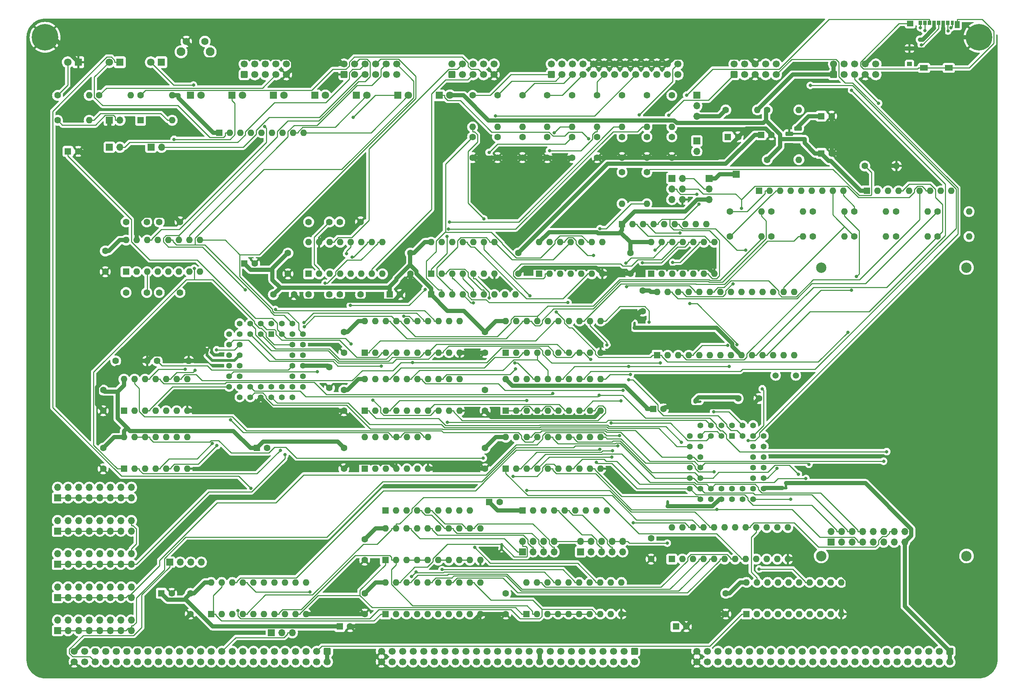
<source format=gbr>
%TF.GenerationSoftware,KiCad,Pcbnew,(6.0.11)*%
%TF.CreationDate,2023-11-10T06:26:22-05:00*%
%TF.ProjectId,input-output.Multi,696e7075-742d-46f7-9574-7075742e4d75,rev?*%
%TF.SameCoordinates,Original*%
%TF.FileFunction,Copper,L1,Top*%
%TF.FilePolarity,Positive*%
%FSLAX46Y46*%
G04 Gerber Fmt 4.6, Leading zero omitted, Abs format (unit mm)*
G04 Created by KiCad (PCBNEW (6.0.11)) date 2023-11-10 06:26:23*
%MOMM*%
%LPD*%
G01*
G04 APERTURE LIST*
G04 Aperture macros list*
%AMRoundRect*
0 Rectangle with rounded corners*
0 $1 Rounding radius*
0 $2 $3 $4 $5 $6 $7 $8 $9 X,Y pos of 4 corners*
0 Add a 4 corners polygon primitive as box body*
4,1,4,$2,$3,$4,$5,$6,$7,$8,$9,$2,$3,0*
0 Add four circle primitives for the rounded corners*
1,1,$1+$1,$2,$3*
1,1,$1+$1,$4,$5*
1,1,$1+$1,$6,$7*
1,1,$1+$1,$8,$9*
0 Add four rect primitives between the rounded corners*
20,1,$1+$1,$2,$3,$4,$5,0*
20,1,$1+$1,$4,$5,$6,$7,0*
20,1,$1+$1,$6,$7,$8,$9,0*
20,1,$1+$1,$8,$9,$2,$3,0*%
G04 Aperture macros list end*
%TA.AperFunction,ComponentPad*%
%ADD10R,1.600000X1.600000*%
%TD*%
%TA.AperFunction,ComponentPad*%
%ADD11C,1.600000*%
%TD*%
%TA.AperFunction,ComponentPad*%
%ADD12O,1.600000X1.600000*%
%TD*%
%TA.AperFunction,ComponentPad*%
%ADD13R,1.800000X1.800000*%
%TD*%
%TA.AperFunction,ComponentPad*%
%ADD14C,1.800000*%
%TD*%
%TA.AperFunction,ComponentPad*%
%ADD15C,6.400000*%
%TD*%
%TA.AperFunction,ComponentPad*%
%ADD16R,1.700000X1.700000*%
%TD*%
%TA.AperFunction,ComponentPad*%
%ADD17O,1.700000X1.700000*%
%TD*%
%TA.AperFunction,ComponentPad*%
%ADD18RoundRect,0.250000X0.600000X-0.600000X0.600000X0.600000X-0.600000X0.600000X-0.600000X-0.600000X0*%
%TD*%
%TA.AperFunction,ComponentPad*%
%ADD19C,1.700000*%
%TD*%
%TA.AperFunction,ComponentPad*%
%ADD20R,1.422400X1.422400*%
%TD*%
%TA.AperFunction,ComponentPad*%
%ADD21C,1.422400*%
%TD*%
%TA.AperFunction,ComponentPad*%
%ADD22R,1.800000X1.100000*%
%TD*%
%TA.AperFunction,ComponentPad*%
%ADD23RoundRect,0.275000X0.625000X-0.275000X0.625000X0.275000X-0.625000X0.275000X-0.625000X-0.275000X0*%
%TD*%
%TA.AperFunction,ComponentPad*%
%ADD24C,2.100000*%
%TD*%
%TA.AperFunction,ComponentPad*%
%ADD25C,1.750000*%
%TD*%
%TA.AperFunction,ComponentPad*%
%ADD26RoundRect,0.250000X-0.600000X0.600000X-0.600000X-0.600000X0.600000X-0.600000X0.600000X0.600000X0*%
%TD*%
%TA.AperFunction,SMDPad,CuDef*%
%ADD27R,0.850000X1.100000*%
%TD*%
%TA.AperFunction,SMDPad,CuDef*%
%ADD28R,0.750000X1.100000*%
%TD*%
%TA.AperFunction,SMDPad,CuDef*%
%ADD29R,1.200000X1.000000*%
%TD*%
%TA.AperFunction,SMDPad,CuDef*%
%ADD30R,1.170000X1.800000*%
%TD*%
%TA.AperFunction,SMDPad,CuDef*%
%ADD31R,1.900000X1.350000*%
%TD*%
%TA.AperFunction,SMDPad,CuDef*%
%ADD32R,1.550000X1.350000*%
%TD*%
%TA.AperFunction,ComponentPad*%
%ADD33C,1.500000*%
%TD*%
%TA.AperFunction,ComponentPad*%
%ADD34C,0.600000*%
%TD*%
%TA.AperFunction,WasherPad*%
%ADD35C,2.500000*%
%TD*%
%TA.AperFunction,ViaPad*%
%ADD36C,0.800000*%
%TD*%
%TA.AperFunction,Conductor*%
%ADD37C,0.250000*%
%TD*%
%TA.AperFunction,Conductor*%
%ADD38C,1.000000*%
%TD*%
%TA.AperFunction,Conductor*%
%ADD39C,0.599800*%
%TD*%
%TA.AperFunction,Conductor*%
%ADD40C,0.700000*%
%TD*%
%TA.AperFunction,Conductor*%
%ADD41C,0.849800*%
%TD*%
G04 APERTURE END LIST*
%TO.C,NT2*%
G36*
X150300000Y-198350000D02*
G01*
X149700000Y-198350000D01*
X149700000Y-197150000D01*
X150300000Y-197150000D01*
X150300000Y-198350000D01*
G37*
%TO.C,NT5*%
G36*
X218800000Y-183650000D02*
G01*
X218200000Y-183650000D01*
X218200000Y-182450000D01*
X218800000Y-182450000D01*
X218800000Y-183650000D01*
G37*
%TO.C,NT6*%
G36*
X182300000Y-145000000D02*
G01*
X181700000Y-145000000D01*
X181700000Y-143800000D01*
X182300000Y-143800000D01*
X182300000Y-145000000D01*
G37*
%TO.C,NT1*%
G36*
X197850000Y-163100000D02*
G01*
X196650000Y-163100000D01*
X196650000Y-162500000D01*
X197850000Y-162500000D01*
X197850000Y-163100000D01*
G37*
%TO.C,NT3*%
G36*
X79300000Y-151600000D02*
G01*
X78700000Y-151600000D01*
X78700000Y-150400000D01*
X79300000Y-150400000D01*
X79300000Y-151600000D01*
G37*
%TO.C,NT4*%
G36*
X190300000Y-188000000D02*
G01*
X189700000Y-188000000D01*
X189700000Y-186800000D01*
X190300000Y-186800000D01*
X190300000Y-188000000D01*
G37*
%TD*%
D10*
%TO.P,C1,1*%
%TO.N,/DUART/~{TTL_RIA}*%
X45500000Y-102500000D03*
D11*
%TO.P,C1,2*%
%TO.N,GND*%
X48000000Y-102500000D03*
%TD*%
D10*
%TO.P,C21,1*%
%TO.N,/USB-SD/VBUS*%
X204500000Y-99000000D03*
D11*
%TO.P,C21,2*%
%TO.N,GND*%
X207000000Y-99000000D03*
%TD*%
D10*
%TO.P,C22,1*%
%TO.N,/USB-SD/VDD3*%
X212500000Y-98500000D03*
D11*
%TO.P,C22,2*%
%TO.N,GND*%
X215000000Y-98500000D03*
%TD*%
%TO.P,C23,1*%
%TO.N,/USB-SD/VDD3*%
X154000000Y-127000000D03*
%TO.P,C23,2*%
%TO.N,GND*%
X154000000Y-132000000D03*
%TD*%
%TO.P,C24,1*%
%TO.N,/USB-SD/VDD2*%
X184000000Y-136000000D03*
%TO.P,C24,2*%
%TO.N,GND*%
X184000000Y-141000000D03*
%TD*%
%TO.P,C25,1*%
%TO.N,VCC*%
X54000000Y-160000000D03*
%TO.P,C25,2*%
%TO.N,GND*%
X54000000Y-165000000D03*
%TD*%
%TO.P,C26,1*%
%TO.N,VCC*%
X128000000Y-127000000D03*
%TO.P,C26,2*%
%TO.N,GND*%
X128000000Y-132000000D03*
%TD*%
%TO.P,C27,1*%
%TO.N,VCC*%
X186000000Y-195750000D03*
%TO.P,C27,2*%
%TO.N,GND*%
X186000000Y-200750000D03*
%TD*%
%TO.P,C28,1*%
%TO.N,VCC*%
X112000000Y-160000000D03*
%TO.P,C28,2*%
%TO.N,GND*%
X112000000Y-165000000D03*
%TD*%
%TO.P,C29,1*%
%TO.N,VCC*%
X112000000Y-146000000D03*
%TO.P,C29,2*%
%TO.N,GND*%
X112000000Y-151000000D03*
%TD*%
%TO.P,C30,1*%
%TO.N,VCC*%
X112000000Y-174000000D03*
%TO.P,C30,2*%
%TO.N,GND*%
X112000000Y-179000000D03*
%TD*%
%TO.P,C32,1*%
%TO.N,VCC*%
X204000000Y-209000000D03*
%TO.P,C32,2*%
%TO.N,GND*%
X204000000Y-214000000D03*
%TD*%
%TO.P,C33,1*%
%TO.N,VCC*%
X151000000Y-209000000D03*
%TO.P,C33,2*%
%TO.N,GND*%
X151000000Y-214000000D03*
%TD*%
D10*
%TO.P,C34,1*%
%TO.N,VCC*%
X186500000Y-164550000D03*
D11*
%TO.P,C34,2*%
%TO.N,GND*%
X189000000Y-164550000D03*
%TD*%
D10*
%TO.P,C35,1*%
%TO.N,VCC*%
X68000000Y-209000000D03*
D11*
%TO.P,C35,2*%
%TO.N,GND*%
X70500000Y-209000000D03*
%TD*%
D10*
%TO.P,C45,1*%
%TO.N,VCC*%
X123000000Y-137000000D03*
D11*
%TO.P,C45,2*%
%TO.N,GND*%
X125500000Y-137000000D03*
%TD*%
%TO.P,C46,1*%
%TO.N,VCC*%
X117000000Y-209000000D03*
%TO.P,C46,2*%
%TO.N,GND*%
X117000000Y-214000000D03*
%TD*%
%TO.P,C47,1*%
%TO.N,VCC*%
X181000000Y-127000000D03*
%TO.P,C47,2*%
%TO.N,GND*%
X181000000Y-132000000D03*
%TD*%
%TO.P,C48,1*%
%TO.N,VCC*%
X54000000Y-174000000D03*
%TO.P,C48,2*%
%TO.N,GND*%
X54000000Y-179000000D03*
%TD*%
%TO.P,C49,1*%
%TO.N,VCC*%
X108500000Y-154500000D03*
%TO.P,C49,2*%
%TO.N,GND*%
X108500000Y-159500000D03*
%TD*%
%TO.P,C53,1*%
%TO.N,VCC*%
X95000000Y-137000000D03*
%TO.P,C53,2*%
%TO.N,GND*%
X100000000Y-137000000D03*
%TD*%
D10*
%TO.P,C54,1*%
%TO.N,VCC*%
X111000000Y-217000000D03*
D11*
%TO.P,C54,2*%
%TO.N,GND*%
X113500000Y-217000000D03*
%TD*%
D10*
%TO.P,C55,1*%
%TO.N,VCC*%
X91000000Y-174000000D03*
D11*
%TO.P,C55,2*%
%TO.N,GND*%
X93500000Y-174000000D03*
%TD*%
%TO.P,C56,1*%
%TO.N,VCC*%
X117000000Y-196000000D03*
%TO.P,C56,2*%
%TO.N,GND*%
X117000000Y-201000000D03*
%TD*%
%TO.P,C57,1*%
%TO.N,VCC*%
X146000000Y-146000000D03*
%TO.P,C57,2*%
%TO.N,GND*%
X146000000Y-151000000D03*
%TD*%
D10*
%TO.P,C65,1*%
%TO.N,VCC*%
X147000000Y-187000000D03*
D11*
%TO.P,C65,2*%
%TO.N,GND*%
X149500000Y-187000000D03*
%TD*%
D10*
%TO.P,C66,1*%
%TO.N,VCC*%
X88000000Y-129500000D03*
D11*
%TO.P,C66,2*%
%TO.N,GND*%
X90500000Y-129500000D03*
%TD*%
D10*
%TO.P,C72,1*%
%TO.N,VCC*%
X227000000Y-94000000D03*
D11*
%TO.P,C72,2*%
%TO.N,GND*%
X229500000Y-94000000D03*
%TD*%
D10*
%TO.P,C73,1*%
%TO.N,VDD1*%
X227000000Y-103000000D03*
D11*
%TO.P,C73,2*%
%TO.N,GND*%
X229500000Y-103000000D03*
%TD*%
D10*
%TO.P,D1,1,K*%
%TO.N,VCC*%
X63000000Y-95000000D03*
D12*
%TO.P,D1,2,A*%
%TO.N,/DUART/~{TTL_RIA}*%
X70620000Y-95000000D03*
%TD*%
D13*
%TO.P,D10,1,K*%
%TO.N,Net-(D10-Pad1)*%
X135000000Y-89000000D03*
D14*
%TO.P,D10,2,A*%
%TO.N,VDD1*%
X137540000Y-89000000D03*
%TD*%
D15*
%TO.P,H2,1,1*%
%TO.N,GND*%
X265000000Y-75000000D03*
%TD*%
D16*
%TO.P,J3,1,Pin_1*%
%TO.N,VCC*%
X65500000Y-101500000D03*
D17*
%TO.P,J3,2,Pin_2*%
%TO.N,Net-(J3-Pad2)*%
X68040000Y-101500000D03*
%TD*%
D18*
%TO.P,J6,1,Pin_1*%
%TO.N,GND*%
X112000000Y-84000000D03*
D19*
%TO.P,J6,2,Pin_2*%
X112000000Y-81460000D03*
%TO.P,J6,3,Pin_3*%
%TO.N,/DUART/~{TTL_RTSB}*%
X114540000Y-84000000D03*
%TO.P,J6,4,Pin_4*%
%TO.N,/DUART/~{TTL_RTSA}*%
X114540000Y-81460000D03*
%TO.P,J6,5,Pin_5*%
%TO.N,Net-(J3-Pad2)*%
X117080000Y-84000000D03*
%TO.P,J6,6,Pin_6*%
%TO.N,Net-(J4-Pad2)*%
X117080000Y-81460000D03*
%TO.P,J6,7,Pin_7*%
%TO.N,/DUART/TTL_RXB*%
X119620000Y-84000000D03*
%TO.P,J6,8,Pin_8*%
%TO.N,/DUART/TTL_RXA*%
X119620000Y-81460000D03*
%TO.P,J6,9,Pin_9*%
%TO.N,/DUART/TTL_TXB*%
X122160000Y-84000000D03*
%TO.P,J6,10,Pin_10*%
%TO.N,/DUART/TTL_TXA*%
X122160000Y-81460000D03*
%TO.P,J6,11,Pin_11*%
%TO.N,/DUART/~{TTL_CTSB}*%
X124700000Y-84000000D03*
%TO.P,J6,12,Pin_12*%
%TO.N,/DUART/~{TTL_CTSA}*%
X124700000Y-81460000D03*
%TD*%
D16*
%TO.P,J11,1,Pin_1*%
%TO.N,/USB-SD/SDDI*%
X191000000Y-109000000D03*
D17*
%TO.P,J11,2,Pin_2*%
%TO.N,Net-(J10-Pad2)*%
X193540000Y-109000000D03*
%TO.P,J11,3,Pin_3*%
%TO.N,/USB-SD/SDCK*%
X191000000Y-111540000D03*
%TO.P,J11,4,Pin_4*%
%TO.N,/USB-SD/SDDO*%
X193540000Y-111540000D03*
%TO.P,J11,5,Pin_5*%
%TO.N,/USB-SD/SDCS*%
X191000000Y-114080000D03*
%TO.P,J11,6,Pin_6*%
%TO.N,GND*%
X193540000Y-114080000D03*
%TD*%
D16*
%TO.P,JP1,1,A*%
%TO.N,GND*%
X55500000Y-95000000D03*
D17*
%TO.P,JP1,2,B*%
%TO.N,Net-(JP1-Pad2)*%
X58040000Y-95000000D03*
%TD*%
D18*
%TO.P,P4,1,Pin_1*%
%TO.N,unconnected-(P4-Pad1)*%
X88000000Y-84000000D03*
D19*
%TO.P,P4,2,Pin_2*%
%TO.N,unconnected-(P4-Pad2)*%
X88000000Y-81460000D03*
%TO.P,P4,3,Pin_3*%
%TO.N,/DUART/RXA*%
X90540000Y-84000000D03*
%TO.P,P4,4,Pin_4*%
%TO.N,/DUART/~{RTSA}*%
X90540000Y-81460000D03*
%TO.P,P4,5,Pin_5*%
%TO.N,/DUART/TXA*%
X93080000Y-84000000D03*
%TO.P,P4,6,Pin_6*%
%TO.N,/DUART/~{CTSA}*%
X93080000Y-81460000D03*
%TO.P,P4,7,Pin_7*%
%TO.N,/DUART/~{DTRA}*%
X95620000Y-84000000D03*
%TO.P,P4,8,Pin_8*%
%TO.N,unconnected-(P4-Pad8)*%
X95620000Y-81460000D03*
%TO.P,P4,9,Pin_9*%
%TO.N,GND*%
X98160000Y-84000000D03*
%TO.P,P4,10,Pin_10*%
%TO.N,unconnected-(P4-Pad10)*%
X98160000Y-81460000D03*
%TD*%
D18*
%TO.P,P5,1,Pin_1*%
%TO.N,unconnected-(P5-Pad1)*%
X138000000Y-84000000D03*
D19*
%TO.P,P5,2,Pin_2*%
%TO.N,unconnected-(P5-Pad2)*%
X138000000Y-81460000D03*
%TO.P,P5,3,Pin_3*%
%TO.N,/DUART/RXB*%
X140540000Y-84000000D03*
%TO.P,P5,4,Pin_4*%
%TO.N,/DUART/~{RTSB}*%
X140540000Y-81460000D03*
%TO.P,P5,5,Pin_5*%
%TO.N,/DUART/TXB*%
X143080000Y-84000000D03*
%TO.P,P5,6,Pin_6*%
%TO.N,/DUART/~{CTSB}*%
X143080000Y-81460000D03*
%TO.P,P5,7,Pin_7*%
%TO.N,/DUART/~{DTRB}*%
X145620000Y-84000000D03*
%TO.P,P5,8,Pin_8*%
%TO.N,unconnected-(P5-Pad8)*%
X145620000Y-81460000D03*
%TO.P,P5,9,Pin_9*%
%TO.N,GND*%
X148160000Y-84000000D03*
%TO.P,P5,10,Pin_10*%
%TO.N,unconnected-(P5-Pad10)*%
X148160000Y-81460000D03*
%TD*%
D11*
%TO.P,R2,1*%
%TO.N,Net-(JP1-Pad2)*%
X43000000Y-95000000D03*
D12*
%TO.P,R2,2*%
%TO.N,/DUART/~{TTL_RIA}*%
X50620000Y-95000000D03*
%TD*%
D11*
%TO.P,R5,1*%
%TO.N,/DUART/~{DTRA}*%
X53000000Y-89000000D03*
D12*
%TO.P,R5,2*%
%TO.N,VCC*%
X60620000Y-89000000D03*
%TD*%
D11*
%TO.P,R8,1*%
%TO.N,/DUART/~{DTRB}*%
X63000000Y-89000000D03*
D12*
%TO.P,R8,2*%
%TO.N,VCC*%
X70620000Y-89000000D03*
%TD*%
D11*
%TO.P,R9,1*%
%TO.N,/DUART/INTB*%
X57000000Y-153000000D03*
D12*
%TO.P,R9,2*%
%TO.N,GND*%
X64620000Y-153000000D03*
%TD*%
D11*
%TO.P,R12,1*%
%TO.N,/DUART/INTA*%
X67000000Y-153000000D03*
D12*
%TO.P,R12,2*%
%TO.N,GND*%
X74620000Y-153000000D03*
%TD*%
D11*
%TO.P,R26,1*%
%TO.N,/parallel/PD7*%
X191000000Y-89000000D03*
D12*
%TO.P,R26,2*%
%TO.N,Net-(R26-Pad2)*%
X191000000Y-96620000D03*
%TD*%
D11*
%TO.P,R31,1*%
%TO.N,VCC*%
X204000000Y-92500000D03*
D12*
%TO.P,R31,2*%
%TO.N,/USB-SD/VBUS*%
X211620000Y-92500000D03*
%TD*%
D11*
%TO.P,R32,1*%
%TO.N,VDD1*%
X214000000Y-92500000D03*
D12*
%TO.P,R32,2*%
%TO.N,Net-(J8-Pad1)*%
X221620000Y-92500000D03*
%TD*%
D11*
%TO.P,R33,1*%
%TO.N,VDD1*%
X214000000Y-104500000D03*
D12*
%TO.P,R33,2*%
%TO.N,/USB-SD/VDD3*%
X221620000Y-104500000D03*
%TD*%
D11*
%TO.P,R35,1*%
%TO.N,Net-(D10-Pad1)*%
X179000000Y-107500000D03*
D12*
%TO.P,R35,2*%
%TO.N,Net-(R35-Pad2)*%
X179000000Y-115120000D03*
%TD*%
D11*
%TO.P,R36,1*%
%TO.N,/USB-SD/RST*%
X237500000Y-106000000D03*
D12*
%TO.P,R36,2*%
%TO.N,GND*%
X245120000Y-106000000D03*
%TD*%
D10*
%TO.P,RN1,1,common*%
%TO.N,VDD1*%
X212000000Y-112000000D03*
D12*
%TO.P,RN1,2,R1*%
%TO.N,Net-(R16-Pad1)*%
X214540000Y-112000000D03*
%TO.P,RN1,3,R2*%
%TO.N,Net-(R6-Pad1)*%
X217080000Y-112000000D03*
%TO.P,RN1,4,R3*%
%TO.N,Net-(R15-Pad1)*%
X219620000Y-112000000D03*
%TO.P,RN1,5,R4*%
%TO.N,Net-(R4-Pad1)*%
X222160000Y-112000000D03*
%TO.P,RN1,6,R5*%
%TO.N,Net-(R14-Pad1)*%
X224700000Y-112000000D03*
%TO.P,RN1,7,R6*%
%TO.N,Net-(R3-Pad1)*%
X227240000Y-112000000D03*
%TO.P,RN1,8,R7*%
%TO.N,Net-(R13-Pad1)*%
X229780000Y-112000000D03*
%TO.P,RN1,9,R8*%
%TO.N,Net-(R1-Pad1)*%
X232320000Y-112000000D03*
%TD*%
D10*
%TO.P,RN4,1,common*%
%TO.N,VDD1*%
X238000000Y-112000000D03*
D12*
%TO.P,RN4,2,R1*%
%TO.N,Net-(R7-Pad1)*%
X240540000Y-112000000D03*
%TO.P,RN4,3,R2*%
%TO.N,Net-(R21-Pad1)*%
X243080000Y-112000000D03*
%TO.P,RN4,4,R3*%
%TO.N,Net-(R10-Pad1)*%
X245620000Y-112000000D03*
%TO.P,RN4,5,R4*%
%TO.N,Net-(R22-Pad1)*%
X248160000Y-112000000D03*
%TO.P,RN4,6,R5*%
%TO.N,/USB-SD/SDCS*%
X250700000Y-112000000D03*
%TO.P,RN4,7,R6*%
%TO.N,/USB-SD/SDDO*%
X253240000Y-112000000D03*
%TO.P,RN4,8,R7*%
%TO.N,/USB-SD/~{INT-USB}*%
X255780000Y-112000000D03*
%TO.P,RN4,9,R8*%
%TO.N,unconnected-(RN4-Pad9)*%
X258320000Y-112000000D03*
%TD*%
D10*
%TO.P,RN8,1,common*%
%TO.N,VCC*%
X179000000Y-120000000D03*
D12*
%TO.P,RN8,2,R1*%
%TO.N,/kbdmse/MSECLK*%
X181540000Y-120000000D03*
%TO.P,RN8,3,R2*%
%TO.N,/kbdmse/KBDCLK*%
X184080000Y-120000000D03*
%TO.P,RN8,4,R3*%
%TO.N,/kbdmse/MSEDAT*%
X186620000Y-120000000D03*
%TO.P,RN8,5,R4*%
%TO.N,/kbdmse/KBDDAT*%
X189160000Y-120000000D03*
%TO.P,RN8,6,R5*%
%TO.N,/kbdmse/PROG*%
X191700000Y-120000000D03*
%TO.P,RN8,7,R6*%
%TO.N,unconnected-(RN8-Pad7)*%
X194240000Y-120000000D03*
%TO.P,RN8,8,R7*%
%TO.N,unconnected-(RN8-Pad8)*%
X196780000Y-120000000D03*
%TO.P,RN8,9,R8*%
%TO.N,unconnected-(RN8-Pad9)*%
X199320000Y-120000000D03*
%TD*%
D16*
%TO.P,SW2,1,Pin_1*%
%TO.N,Net-(RN5-Pad2)*%
X155000000Y-199000000D03*
D17*
%TO.P,SW2,2,Pin_2*%
%TO.N,ZERO*%
X155000000Y-196460000D03*
%TO.P,SW2,3,Pin_3*%
%TO.N,Net-(RN5-Pad3)*%
X157540000Y-199000000D03*
%TO.P,SW2,4,Pin_4*%
%TO.N,ZERO*%
X157540000Y-196460000D03*
%TO.P,SW2,5,Pin_5*%
%TO.N,Net-(RN5-Pad4)*%
X160080000Y-199000000D03*
%TO.P,SW2,6,Pin_6*%
%TO.N,ZERO*%
X160080000Y-196460000D03*
%TO.P,SW2,7,Pin_7*%
%TO.N,Net-(RN5-Pad5)*%
X162620000Y-199000000D03*
%TO.P,SW2,8,Pin_8*%
%TO.N,ZERO*%
X162620000Y-196460000D03*
%TD*%
D10*
%TO.P,U2,1,G*%
%TO.N,~{bIORQ}*%
X122000000Y-201000000D03*
D12*
%TO.P,U2,2,P0*%
%TO.N,~{bM1}*%
X124540000Y-201000000D03*
%TO.P,U2,3,R0*%
%TO.N,Net-(RN5-Pad6)*%
X127080000Y-201000000D03*
%TO.P,U2,4,P1*%
X129620000Y-201000000D03*
%TO.P,U2,5,R1*%
X132160000Y-201000000D03*
%TO.P,U2,6,P2*%
X134700000Y-201000000D03*
%TO.P,U2,7,R2*%
X137240000Y-201000000D03*
%TO.P,U2,8,P3*%
X139780000Y-201000000D03*
%TO.P,U2,9,R3*%
X142320000Y-201000000D03*
%TO.P,U2,10,GND*%
%TO.N,GND*%
X144860000Y-201000000D03*
%TO.P,U2,11,P4*%
%TO.N,bA4*%
X144860000Y-193380000D03*
%TO.P,U2,12,R4*%
%TO.N,Net-(RN5-Pad5)*%
X142320000Y-193380000D03*
%TO.P,U2,13,P5*%
%TO.N,bA5*%
X139780000Y-193380000D03*
%TO.P,U2,14,R5*%
%TO.N,Net-(RN5-Pad4)*%
X137240000Y-193380000D03*
%TO.P,U2,15,P6*%
%TO.N,bA6*%
X134700000Y-193380000D03*
%TO.P,U2,16,R6*%
%TO.N,Net-(RN5-Pad3)*%
X132160000Y-193380000D03*
%TO.P,U2,17,P7*%
%TO.N,bA7*%
X129620000Y-193380000D03*
%TO.P,U2,18,R7*%
%TO.N,Net-(RN5-Pad2)*%
X127080000Y-193380000D03*
%TO.P,U2,19,P=R*%
%TO.N,~{CS_DUART}*%
X124540000Y-193380000D03*
%TO.P,U2,20,VCC*%
%TO.N,VCC*%
X122000000Y-193380000D03*
%TD*%
D10*
%TO.P,U3,1,OEa*%
%TO.N,ZERO*%
X122000000Y-214000000D03*
D12*
%TO.P,U3,2,I0a*%
%TO.N,A0*%
X124540000Y-214000000D03*
%TO.P,U3,3,O3b*%
%TO.N,bA7*%
X127080000Y-214000000D03*
%TO.P,U3,4,I1a*%
%TO.N,A1*%
X129620000Y-214000000D03*
%TO.P,U3,5,O2b*%
%TO.N,bA6*%
X132160000Y-214000000D03*
%TO.P,U3,6,I2a*%
%TO.N,A2*%
X134700000Y-214000000D03*
%TO.P,U3,7,O1b*%
%TO.N,bA5*%
X137240000Y-214000000D03*
%TO.P,U3,8,I3a*%
%TO.N,A3*%
X139780000Y-214000000D03*
%TO.P,U3,9,O0b*%
%TO.N,bA4*%
X142320000Y-214000000D03*
%TO.P,U3,10,GND*%
%TO.N,GND*%
X144860000Y-214000000D03*
%TO.P,U3,11,I0b*%
%TO.N,A4*%
X144860000Y-206380000D03*
%TO.P,U3,12,O3a*%
%TO.N,bA3*%
X142320000Y-206380000D03*
%TO.P,U3,13,I1b*%
%TO.N,A5*%
X139780000Y-206380000D03*
%TO.P,U3,14,O2a*%
%TO.N,bA2*%
X137240000Y-206380000D03*
%TO.P,U3,15,I2b*%
%TO.N,A6*%
X134700000Y-206380000D03*
%TO.P,U3,16,O1a*%
%TO.N,bA1*%
X132160000Y-206380000D03*
%TO.P,U3,17,I3b*%
%TO.N,A7*%
X129620000Y-206380000D03*
%TO.P,U3,18,O0a*%
%TO.N,bA0*%
X127080000Y-206380000D03*
%TO.P,U3,19,OEb*%
%TO.N,ZERO*%
X124540000Y-206380000D03*
%TO.P,U3,20,VCC*%
%TO.N,VCC*%
X122000000Y-206380000D03*
%TD*%
D20*
%TO.P,U4,1,~{TXRDYA}*%
%TO.N,unconnected-(U4-Pad1)*%
X94500000Y-146500000D03*
D21*
%TO.P,U4,2,D0*%
%TO.N,bD0*%
X91960000Y-143960000D03*
%TO.P,U4,3,D1*%
%TO.N,bD1*%
X91960000Y-146500000D03*
%TO.P,U4,4,D2*%
%TO.N,bD2*%
X89420000Y-143960000D03*
%TO.P,U4,5,D3*%
%TO.N,bD3*%
X89420000Y-146500000D03*
%TO.P,U4,6,D4*%
%TO.N,bD4*%
X86880000Y-143960000D03*
%TO.P,U4,7,D5*%
%TO.N,bD5*%
X84340000Y-146500000D03*
%TO.P,U4,8,D6*%
%TO.N,bD6*%
X86880000Y-146500000D03*
%TO.P,U4,9,D7*%
%TO.N,bD7*%
X84340000Y-149040000D03*
%TO.P,U4,10,A0*%
%TO.N,bA0*%
X86880000Y-149040000D03*
%TO.P,U4,11,XTAL1*%
%TO.N,CLK_DUART*%
X84340000Y-151580000D03*
%TO.P,U4,12,GND*%
%TO.N,/DUART/GND_UART*%
X86880000Y-151580000D03*
%TO.P,U4,13,XTAL2*%
%TO.N,unconnected-(U4-Pad13)*%
X84340000Y-154120000D03*
%TO.P,U4,14,A1*%
%TO.N,bA1*%
X86880000Y-154120000D03*
%TO.P,U4,15,A2*%
%TO.N,bA2*%
X84340000Y-156660000D03*
%TO.P,U4,16,CHSEL*%
%TO.N,bA3*%
X86880000Y-156660000D03*
%TO.P,U4,17,INTB*%
%TO.N,/DUART/INTB*%
X84340000Y-159200000D03*
%TO.P,U4,18,~{CS}*%
%TO.N,~{CS_DUART}*%
X86880000Y-161740000D03*
%TO.P,U4,19,~{MFB}*%
%TO.N,unconnected-(U4-Pad19)*%
X86880000Y-159200000D03*
%TO.P,U4,20,~{IOW}*%
%TO.N,~{bWR}*%
X89420000Y-161740000D03*
%TO.P,U4,21,RESET*%
%TO.N,bRESET*%
X89420000Y-159200000D03*
%TO.P,U4,22,GND*%
%TO.N,GND*%
X91960000Y-161740000D03*
%TO.P,U4,23,~{RTSB}*%
%TO.N,/DUART/~{TTL_RTSB}*%
X91960000Y-159200000D03*
%TO.P,U4,24,~{IOR}*%
%TO.N,~{bRD}*%
X94500000Y-161740000D03*
%TO.P,U4,25,RXB*%
%TO.N,/DUART/TTL_RXB*%
X94500000Y-159200000D03*
%TO.P,U4,26,TXB*%
%TO.N,/DUART/TTL_TXB*%
X97040000Y-161740000D03*
%TO.P,U4,27,~{DTRB}*%
%TO.N,unconnected-(U4-Pad27)*%
X97040000Y-159200000D03*
%TO.P,U4,28,~{CTSB}*%
%TO.N,/DUART/~{TTL_CTSB}*%
X99580000Y-161740000D03*
%TO.P,U4,29,~{DSRB}*%
%TO.N,unconnected-(U4-Pad29)*%
X102120000Y-159200000D03*
%TO.P,U4,30,~{CDB}*%
%TO.N,unconnected-(U4-Pad30)*%
X99580000Y-159200000D03*
%TO.P,U4,31,~{RIB}*%
%TO.N,unconnected-(U4-Pad31)*%
X102120000Y-156660000D03*
%TO.P,U4,32,~{TXRDYB}*%
%TO.N,unconnected-(U4-Pad32)*%
X99580000Y-156660000D03*
%TO.P,U4,33,VCC*%
%TO.N,VCC*%
X102120000Y-154120000D03*
%TO.P,U4,34,INTA*%
%TO.N,/DUART/INTA*%
X99580000Y-154120000D03*
%TO.P,U4,35,~{MFA}*%
%TO.N,unconnected-(U4-Pad35)*%
X102120000Y-151580000D03*
%TO.P,U4,36,~{RTSA}*%
%TO.N,/DUART/~{TTL_RTSA}*%
X99580000Y-151580000D03*
%TO.P,U4,37,~{DTRA}*%
%TO.N,unconnected-(U4-Pad37)*%
X102120000Y-149040000D03*
%TO.P,U4,38,TXA*%
%TO.N,/DUART/TTL_TXA*%
X99580000Y-149040000D03*
%TO.P,U4,39,RXA*%
%TO.N,/DUART/TTL_RXA*%
X102120000Y-146500000D03*
%TO.P,U4,40,~{CTSA}*%
%TO.N,/DUART/~{TTL_CTSA}*%
X99580000Y-143960000D03*
%TO.P,U4,41,~{DSRA}*%
%TO.N,unconnected-(U4-Pad41)*%
X99580000Y-146500000D03*
%TO.P,U4,42,~{CDA}*%
%TO.N,unconnected-(U4-Pad42)*%
X97040000Y-143960000D03*
%TO.P,U4,43,~{RIA}*%
%TO.N,/DUART/~{TTL_RIA}*%
X97040000Y-146500000D03*
%TO.P,U4,44,VCC*%
%TO.N,VCC*%
X94500000Y-143960000D03*
%TD*%
D10*
%TO.P,U5,1,A->B*%
%TO.N,~{RD}*%
X209000000Y-214000000D03*
D12*
%TO.P,U5,2,A0*%
%TO.N,D0*%
X211540000Y-214000000D03*
%TO.P,U5,3,A1*%
%TO.N,D1*%
X214080000Y-214000000D03*
%TO.P,U5,4,A2*%
%TO.N,D2*%
X216620000Y-214000000D03*
%TO.P,U5,5,A3*%
%TO.N,D3*%
X219160000Y-214000000D03*
%TO.P,U5,6,A4*%
%TO.N,D4*%
X221700000Y-214000000D03*
%TO.P,U5,7,A5*%
%TO.N,D5*%
X224240000Y-214000000D03*
%TO.P,U5,8,A6*%
%TO.N,D6*%
X226780000Y-214000000D03*
%TO.P,U5,9,A7*%
%TO.N,D7*%
X229320000Y-214000000D03*
%TO.P,U5,10,GND*%
%TO.N,GND*%
X231860000Y-214000000D03*
%TO.P,U5,11,B7*%
%TO.N,bD7*%
X231860000Y-206380000D03*
%TO.P,U5,12,B6*%
%TO.N,bD6*%
X229320000Y-206380000D03*
%TO.P,U5,13,B5*%
%TO.N,bD5*%
X226780000Y-206380000D03*
%TO.P,U5,14,B4*%
%TO.N,bD4*%
X224240000Y-206380000D03*
%TO.P,U5,15,B3*%
%TO.N,bD3*%
X221700000Y-206380000D03*
%TO.P,U5,16,B2*%
%TO.N,bD2*%
X219160000Y-206380000D03*
%TO.P,U5,17,B1*%
%TO.N,bD1*%
X216620000Y-206380000D03*
%TO.P,U5,18,B0*%
%TO.N,bD0*%
X214080000Y-206380000D03*
%TO.P,U5,19,CE*%
%TO.N,~{BUS_EN}*%
X211540000Y-206380000D03*
%TO.P,U5,20,VCC*%
%TO.N,VCC*%
X209000000Y-206380000D03*
%TD*%
D10*
%TO.P,U6,1,Pin_1*%
%TO.N,VCC*%
X117000000Y-179000000D03*
D12*
%TO.P,U6,2,Pin_2*%
%TO.N,unconnected-(U6-Pad2)*%
X119540000Y-179000000D03*
%TO.P,U6,3,Pin_3*%
%TO.N,unconnected-(U6-Pad3)*%
X122080000Y-179000000D03*
%TO.P,U6,4,Pin_4*%
%TO.N,GND*%
X124620000Y-179000000D03*
%TO.P,U6,5,Pin_5*%
%TO.N,unconnected-(U6-Pad5)*%
X127160000Y-179000000D03*
%TO.P,U6,6,Pin_6*%
%TO.N,unconnected-(U6-Pad6)*%
X129700000Y-179000000D03*
%TO.P,U6,7,Pin_7*%
%TO.N,GND*%
X132240000Y-179000000D03*
%TO.P,U6,8,Pin_8*%
%TO.N,CLK_DUART*%
X132240000Y-171380000D03*
%TO.P,U6,9,Pin_9*%
%TO.N,unconnected-(U6-Pad9)*%
X129700000Y-171380000D03*
%TO.P,U6,10,Pin_10*%
%TO.N,unconnected-(U6-Pad10)*%
X127160000Y-171380000D03*
%TO.P,U6,11,Pin_11*%
%TO.N,CLK_DUART*%
X124620000Y-171380000D03*
%TO.P,U6,12,Pin_12*%
%TO.N,unconnected-(U6-Pad12)*%
X122080000Y-171380000D03*
%TO.P,U6,13,Pin_13*%
%TO.N,unconnected-(U6-Pad13)*%
X119540000Y-171380000D03*
%TO.P,U6,14,Pin_14*%
%TO.N,VCC*%
X117000000Y-171380000D03*
%TD*%
D10*
%TO.P,U7,1,OEa*%
%TO.N,ZERO*%
X80000000Y-214000000D03*
D12*
%TO.P,U7,2,I0a*%
%TO.N,Net-(J20-Pad2)*%
X82540000Y-214000000D03*
%TO.P,U7,3,O3b*%
%TO.N,~{bRD}*%
X85080000Y-214000000D03*
%TO.P,U7,4,I1a*%
%TO.N,~{CS_DUART}*%
X87620000Y-214000000D03*
%TO.P,U7,5,O2b*%
%TO.N,~{bWR}*%
X90160000Y-214000000D03*
%TO.P,U7,6,I2a*%
%TO.N,unconnected-(U7-Pad6)*%
X92700000Y-214000000D03*
%TO.P,U7,7,O1b*%
%TO.N,~{bM1}*%
X95240000Y-214000000D03*
%TO.P,U7,8,I3a*%
%TO.N,unconnected-(U7-Pad8)*%
X97780000Y-214000000D03*
%TO.P,U7,9,O0b*%
%TO.N,~{bIORQ}*%
X100320000Y-214000000D03*
%TO.P,U7,10,GND*%
%TO.N,GND*%
X102860000Y-214000000D03*
%TO.P,U7,11,I0b*%
%TO.N,~{IORQ}*%
X102860000Y-206380000D03*
%TO.P,U7,12,O3a*%
%TO.N,unconnected-(U7-Pad12)*%
X100320000Y-206380000D03*
%TO.P,U7,13,I1b*%
%TO.N,~{M1}*%
X97780000Y-206380000D03*
%TO.P,U7,14,O2a*%
%TO.N,unconnected-(U7-Pad14)*%
X95240000Y-206380000D03*
%TO.P,U7,15,I2b*%
%TO.N,~{WR}*%
X92700000Y-206380000D03*
%TO.P,U7,16,O1a*%
%TO.N,Net-(D2-Pad1)*%
X90160000Y-206380000D03*
%TO.P,U7,17,I3b*%
%TO.N,~{RD}*%
X87620000Y-206380000D03*
%TO.P,U7,18,O0a*%
%TO.N,~{bRESET}*%
X85080000Y-206380000D03*
%TO.P,U7,19,OEb*%
%TO.N,ZERO*%
X82540000Y-206380000D03*
%TO.P,U7,20,VCC*%
%TO.N,VCC*%
X80000000Y-206380000D03*
%TD*%
D10*
%TO.P,U10,1*%
%TO.N,/DUART/TTL_TXA*%
X59000000Y-179000000D03*
D12*
%TO.P,U10,2*%
%TO.N,/DUART/TTL_TXB*%
X61540000Y-179000000D03*
%TO.P,U10,3*%
%TO.N,Net-(D4-Pad1)*%
X64080000Y-179000000D03*
%TO.P,U10,4*%
%TO.N,/DUART/TTL_RXA*%
X66620000Y-179000000D03*
%TO.P,U10,5*%
%TO.N,/DUART/TTL_RXB*%
X69160000Y-179000000D03*
%TO.P,U10,6*%
%TO.N,Net-(D5-Pad1)*%
X71700000Y-179000000D03*
%TO.P,U10,7,GND*%
%TO.N,GND*%
X74240000Y-179000000D03*
%TO.P,U10,8*%
%TO.N,Net-(D3-Pad1)*%
X74240000Y-171380000D03*
%TO.P,U10,9*%
%TO.N,/DUART/~{INTA}*%
X71700000Y-171380000D03*
%TO.P,U10,10*%
%TO.N,/DUART/~{INTB}*%
X69160000Y-171380000D03*
%TO.P,U10,11*%
%TO.N,Net-(D9-Pad1)*%
X66620000Y-171380000D03*
%TO.P,U10,12*%
%TO.N,~{CS_PAR}*%
X64080000Y-171380000D03*
%TO.P,U10,13*%
X61540000Y-171380000D03*
%TO.P,U10,14,VCC*%
%TO.N,VCC*%
X59000000Y-171380000D03*
%TD*%
D10*
%TO.P,U16,1*%
%TO.N,/USB-SD/~{INT-USB}*%
X159000000Y-132000000D03*
D12*
%TO.P,U16,2*%
%TO.N,Net-(U16-Pad2)*%
X161540000Y-132000000D03*
%TO.P,U16,3*%
%TO.N,~{bRESET}*%
X164080000Y-132000000D03*
%TO.P,U16,4*%
%TO.N,bRESET*%
X166620000Y-132000000D03*
%TO.P,U16,5*%
%TO.N,Net-(U16-Pad5)*%
X169160000Y-132000000D03*
%TO.P,U16,6*%
%TO.N,Net-(U16-Pad6)*%
X171700000Y-132000000D03*
%TO.P,U16,7,GND*%
%TO.N,GND*%
X174240000Y-132000000D03*
%TO.P,U16,8*%
%TO.N,Net-(U16-Pad8)*%
X174240000Y-124380000D03*
%TO.P,U16,9*%
%TO.N,/parallel/~{STROBE}*%
X171700000Y-124380000D03*
%TO.P,U16,10*%
%TO.N,Net-(U16-Pad10)*%
X169160000Y-124380000D03*
%TO.P,U16,11*%
%TO.N,/parallel/~{LINEFEED}*%
X166620000Y-124380000D03*
%TO.P,U16,12*%
%TO.N,Net-(U16-Pad12)*%
X164080000Y-124380000D03*
%TO.P,U16,13*%
%TO.N,/parallel/~{SEL}*%
X161540000Y-124380000D03*
%TO.P,U16,14,VCC*%
%TO.N,VCC*%
X159000000Y-124380000D03*
%TD*%
D10*
%TO.P,U19,1*%
%TO.N,/parallel/~{BUSY}*%
X133000000Y-132000000D03*
D12*
%TO.P,U19,2*%
%TO.N,/parallel/BUSY*%
X135540000Y-132000000D03*
%TO.P,U19,3*%
%TO.N,Net-(U19-Pad3)*%
X138080000Y-132000000D03*
%TO.P,U19,4*%
%TO.N,/parallel/~{SEL}*%
X140620000Y-132000000D03*
%TO.P,U19,5*%
%TO.N,Net-(U19-Pad5)*%
X143160000Y-132000000D03*
%TO.P,U19,6*%
%TO.N,Net-(R28-Pad2)*%
X145700000Y-132000000D03*
%TO.P,U19,7,GND*%
%TO.N,GND*%
X148240000Y-132000000D03*
%TO.P,U19,8*%
%TO.N,/parallel/~{LINEFEED}*%
X148240000Y-124380000D03*
%TO.P,U19,9*%
%TO.N,Net-(U19-Pad9)*%
X145700000Y-124380000D03*
%TO.P,U19,10*%
%TO.N,/parallel/P-RESET*%
X143160000Y-124380000D03*
%TO.P,U19,11*%
%TO.N,Net-(U16-Pad6)*%
X140620000Y-124380000D03*
%TO.P,U19,12*%
%TO.N,/parallel/~{INT_PAR}*%
X138080000Y-124380000D03*
%TO.P,U19,13*%
%TO.N,INT_PAR*%
X135540000Y-124380000D03*
%TO.P,U19,14,VCC*%
%TO.N,VCC*%
X133000000Y-124380000D03*
%TD*%
D10*
%TO.P,U21,1,OEa*%
%TO.N,~{PARIN1}*%
X151000000Y-165000000D03*
D12*
%TO.P,U21,2,I0a*%
X153540000Y-165000000D03*
%TO.P,U21,3,O3b*%
%TO.N,bD7*%
X156080000Y-165000000D03*
%TO.P,U21,4,I1a*%
%TO.N,~{PARIN1}*%
X158620000Y-165000000D03*
%TO.P,U21,5,O2b*%
%TO.N,bD6*%
X161160000Y-165000000D03*
%TO.P,U21,6,I2a*%
%TO.N,~{PARIN1}*%
X163700000Y-165000000D03*
%TO.P,U21,7,O1b*%
%TO.N,bD5*%
X166240000Y-165000000D03*
%TO.P,U21,8,I3a*%
%TO.N,/parallel/ERROR*%
X168780000Y-165000000D03*
%TO.P,U21,9,O0b*%
%TO.N,bD4*%
X171320000Y-165000000D03*
%TO.P,U21,10,GND*%
%TO.N,GND*%
X173860000Y-165000000D03*
%TO.P,U21,11,I0b*%
%TO.N,/parallel/SELECT*%
X173860000Y-157380000D03*
%TO.P,U21,12,O3a*%
%TO.N,bD3*%
X171320000Y-157380000D03*
%TO.P,U21,13,I1b*%
%TO.N,/parallel/PAPEROUT*%
X168780000Y-157380000D03*
%TO.P,U21,14,O2a*%
%TO.N,bD2*%
X166240000Y-157380000D03*
%TO.P,U21,15,I2b*%
%TO.N,ACK*%
X163700000Y-157380000D03*
%TO.P,U21,16,O1a*%
%TO.N,bD1*%
X161160000Y-157380000D03*
%TO.P,U21,17,I3b*%
%TO.N,/parallel/BUSY*%
X158620000Y-157380000D03*
%TO.P,U21,18,O0a*%
%TO.N,bD0*%
X156080000Y-157380000D03*
%TO.P,U21,19,OEb*%
%TO.N,~{PARIN1}*%
X153540000Y-157380000D03*
%TO.P,U21,20,VCC*%
%TO.N,VCC*%
X151000000Y-157380000D03*
%TD*%
D10*
%TO.P,U25,1*%
%TO.N,Net-(U25-Pad1)*%
X186000000Y-132000000D03*
D12*
%TO.P,U25,2*%
%TO.N,/kbdmse/KBDDAT*%
X188540000Y-132000000D03*
%TO.P,U25,3*%
%TO.N,Net-(U25-Pad3)*%
X191080000Y-132000000D03*
%TO.P,U25,4*%
%TO.N,/kbdmse/KBDCLK*%
X193620000Y-132000000D03*
%TO.P,U25,5*%
%TO.N,Net-(U25-Pad5)*%
X196160000Y-132000000D03*
%TO.P,U25,6*%
%TO.N,/kbdmse/MSEDAT*%
X198700000Y-132000000D03*
%TO.P,U25,7,GND*%
%TO.N,GND*%
X201240000Y-132000000D03*
%TO.P,U25,8*%
%TO.N,/kbdmse/MSECLK*%
X201240000Y-124380000D03*
%TO.P,U25,9*%
%TO.N,Net-(U25-Pad9)*%
X198700000Y-124380000D03*
%TO.P,U25,10*%
%TO.N,Net-(J12-Pad1)*%
X196160000Y-124380000D03*
%TO.P,U25,11*%
%TO.N,Net-(U16-Pad2)*%
X193620000Y-124380000D03*
%TO.P,U25,12*%
%TO.N,/kbdmse/~{INT_KM}*%
X191080000Y-124380000D03*
%TO.P,U25,13*%
%TO.N,INT_KM*%
X188540000Y-124380000D03*
%TO.P,U25,14,VCC*%
%TO.N,VCC*%
X186000000Y-124380000D03*
%TD*%
D20*
%TO.P,U26,1,NC*%
%TO.N,unconnected-(U26-Pad1)*%
X205500000Y-171050000D03*
D21*
%TO.P,U26,2,T0*%
%TO.N,/kbdmse/KBDCLK*%
X202960000Y-168510000D03*
%TO.P,U26,3,X1*%
%TO.N,ZERO*%
X202960000Y-171050000D03*
%TO.P,U26,4,X2*%
%TO.N,CLK_DUART*%
X200420000Y-168510000D03*
%TO.P,U26,5,RESET*%
%TO.N,~{bRESET}*%
X200420000Y-171050000D03*
%TO.P,U26,6,SS*%
%TO.N,ONE*%
X197880000Y-168510000D03*
%TO.P,U26,7,CS*%
%TO.N,~{CS_KM}*%
X195340000Y-171050000D03*
%TO.P,U26,8,EA*%
%TO.N,ZERO*%
X197880000Y-171050000D03*
%TO.P,U26,9,RD*%
%TO.N,~{bRD}*%
X195340000Y-173590000D03*
%TO.P,U26,10,A0*%
%TO.N,bA0*%
X197880000Y-173590000D03*
%TO.P,U26,11,WR*%
%TO.N,~{bWR}*%
X195340000Y-176130000D03*
%TO.P,U26,12,SYNC*%
%TO.N,unconnected-(U26-Pad12)*%
X197880000Y-176130000D03*
%TO.P,U26,13,NC*%
%TO.N,unconnected-(U26-Pad13)*%
X195340000Y-178670000D03*
%TO.P,U26,14,D0*%
%TO.N,bD0*%
X197880000Y-178670000D03*
%TO.P,U26,15,D1*%
%TO.N,bD1*%
X195340000Y-181210000D03*
%TO.P,U26,16,D2*%
%TO.N,bD2*%
X197880000Y-181210000D03*
%TO.P,U26,17,D3*%
%TO.N,bD3*%
X195340000Y-183750000D03*
%TO.P,U26,18,D4*%
%TO.N,bD4*%
X197880000Y-186290000D03*
%TO.P,U26,19,D5*%
%TO.N,bD5*%
X197880000Y-183750000D03*
%TO.P,U26,20,D6*%
%TO.N,bD6*%
X200420000Y-186290000D03*
%TO.P,U26,21,D7*%
%TO.N,bD7*%
X200420000Y-183750000D03*
%TO.P,U26,22,VSS*%
%TO.N,VSS*%
X202960000Y-186290000D03*
%TO.P,U26,23,NC*%
%TO.N,unconnected-(U26-Pad23)*%
X202960000Y-183750000D03*
%TO.P,U26,24,P20*%
%TO.N,/kbdmse/P20*%
X205500000Y-186290000D03*
%TO.P,U26,25,P21*%
%TO.N,/kbdmse/P21*%
X205500000Y-183750000D03*
%TO.P,U26,26,P22*%
%TO.N,Net-(U25-Pad5)*%
X208040000Y-186290000D03*
%TO.P,U26,27,P23*%
%TO.N,Net-(U25-Pad9)*%
X208040000Y-183750000D03*
%TO.P,U26,28,PROG*%
%TO.N,/kbdmse/PROG*%
X210580000Y-186290000D03*
%TO.P,U26,29,VDD*%
%TO.N,VDD*%
X213120000Y-183750000D03*
%TO.P,U26,30,P10*%
%TO.N,/kbdmse/KBDDAT*%
X210580000Y-183750000D03*
%TO.P,U26,31,P11*%
%TO.N,/kbdmse/MSEDAT*%
X213120000Y-181210000D03*
%TO.P,U26,32,P12*%
%TO.N,/kbdmse/P12*%
X210580000Y-181210000D03*
%TO.P,U26,33,P13*%
%TO.N,/kbdmse/P13*%
X213120000Y-178670000D03*
%TO.P,U26,34,NC*%
%TO.N,unconnected-(U26-Pad34)*%
X210580000Y-178670000D03*
%TO.P,U26,35,P14*%
%TO.N,/kbdmse/P14*%
X213120000Y-176130000D03*
%TO.P,U26,36,P15*%
%TO.N,/kbdmse/P15*%
X210580000Y-176130000D03*
%TO.P,U26,37,P16*%
%TO.N,/kbdmse/P16*%
X213120000Y-173590000D03*
%TO.P,U26,38,P17*%
%TO.N,/kbdmse/P17*%
X210580000Y-173590000D03*
%TO.P,U26,39,P24/OB*%
%TO.N,P24-OB*%
X213120000Y-171050000D03*
%TO.P,U26,40,P25/BF*%
%TO.N,P25-BF*%
X210580000Y-168510000D03*
%TO.P,U26,41,P26/DRQ*%
%TO.N,Net-(U25-Pad3)*%
X210580000Y-171050000D03*
%TO.P,U26,42,P27/DAK*%
%TO.N,Net-(U25-Pad1)*%
X208040000Y-168510000D03*
%TO.P,U26,43,T1*%
%TO.N,/kbdmse/MSECLK*%
X208040000Y-171050000D03*
%TO.P,U26,44,VCC*%
%TO.N,VCC*%
X205500000Y-168510000D03*
%TD*%
D10*
%TO.P,U27,1,~{INT}*%
%TO.N,/USB-SD/~{INT-USB}*%
X187475000Y-151625000D03*
D12*
%TO.P,U27,2,RSTI*%
%TO.N,/USB-SD/RST*%
X190015000Y-151625000D03*
%TO.P,U27,3,~{WR}*%
%TO.N,Net-(R10-Pad1)*%
X192555000Y-151625000D03*
%TO.P,U27,4,~{RD}*%
%TO.N,Net-(R21-Pad1)*%
X195095000Y-151625000D03*
%TO.P,U27,5,TXD*%
%TO.N,ZERO*%
X197635000Y-151625000D03*
%TO.P,U27,6,RXD*%
%TO.N,unconnected-(U27-Pad6)*%
X200175000Y-151625000D03*
%TO.P,U27,7,SD_DI*%
%TO.N,/USB-SD/SDDO*%
X202715000Y-151625000D03*
%TO.P,U27,8,A0*%
%TO.N,Net-(R7-Pad1)*%
X205255000Y-151625000D03*
%TO.P,U27,9,V3*%
%TO.N,VDD1*%
X207795000Y-151625000D03*
%TO.P,U27,10,UD+*%
%TO.N,/USB-SD/UD+*%
X210335000Y-151625000D03*
%TO.P,U27,11,UD-*%
%TO.N,/USB-SD/UD-*%
X212875000Y-151625000D03*
%TO.P,U27,12,GND*%
%TO.N,GND*%
X215415000Y-151625000D03*
%TO.P,U27,13,XI*%
%TO.N,Net-(U27-Pad13)*%
X217955000Y-151625000D03*
%TO.P,U27,14,XO*%
%TO.N,Net-(U27-Pad14)*%
X220495000Y-151625000D03*
%TO.P,U27,15,D0*%
%TO.N,Net-(R1-Pad1)*%
X220495000Y-136385000D03*
%TO.P,U27,16,D1*%
%TO.N,Net-(R13-Pad1)*%
X217955000Y-136385000D03*
%TO.P,U27,17,D2*%
%TO.N,Net-(R3-Pad1)*%
X215415000Y-136385000D03*
%TO.P,U27,18,D3*%
%TO.N,Net-(R14-Pad1)*%
X212875000Y-136385000D03*
%TO.P,U27,19,D4*%
%TO.N,Net-(R4-Pad1)*%
X210335000Y-136385000D03*
%TO.P,U27,20,D5*%
%TO.N,Net-(R15-Pad1)*%
X207795000Y-136385000D03*
%TO.P,U27,21,D6*%
%TO.N,Net-(R6-Pad1)*%
X205255000Y-136385000D03*
%TO.P,U27,22,D7*%
%TO.N,Net-(R16-Pad1)*%
X202715000Y-136385000D03*
%TO.P,U27,23,SD_CS*%
%TO.N,/USB-SD/SDCS*%
X200175000Y-136385000D03*
%TO.P,U27,24,~{ACT}*%
%TO.N,Net-(R35-Pad2)*%
X197635000Y-136385000D03*
%TO.P,U27,25,SD_DO*%
%TO.N,/USB-SD/SDDI*%
X195095000Y-136385000D03*
%TO.P,U27,26,SD_CK*%
%TO.N,/USB-SD/SDCK*%
X192555000Y-136385000D03*
%TO.P,U27,27,~{PCS}*%
%TO.N,Net-(R22-Pad1)*%
X190015000Y-136385000D03*
%TO.P,U27,28,VCC*%
%TO.N,/USB-SD/VDD2*%
X187475000Y-136385000D03*
%TD*%
D22*
%TO.P,U32,1,VO*%
%TO.N,VDD1*%
X221400000Y-99500000D03*
D23*
%TO.P,U32,2,GND*%
%TO.N,GND*%
X219330000Y-98230000D03*
%TO.P,U32,3,VI*%
%TO.N,VCC*%
X221400000Y-96960000D03*
%TD*%
D16*
%TO.P,J1,1,Pin_1*%
%TO.N,/DUART/~{INTA}*%
X43000000Y-194000000D03*
D17*
%TO.P,J1,2,Pin_2*%
%TO.N,~{EIRQ0}*%
X43000000Y-191460000D03*
%TO.P,J1,3,Pin_3*%
%TO.N,/DUART/~{INTA}*%
X45540000Y-194000000D03*
%TO.P,J1,4,Pin_4*%
%TO.N,~{EIRQ1}*%
X45540000Y-191460000D03*
%TO.P,J1,5,Pin_5*%
%TO.N,/DUART/~{INTA}*%
X48080000Y-194000000D03*
%TO.P,J1,6,Pin_6*%
%TO.N,~{EIRQ2}*%
X48080000Y-191460000D03*
%TO.P,J1,7,Pin_7*%
%TO.N,/DUART/~{INTA}*%
X50620000Y-194000000D03*
%TO.P,J1,8,Pin_8*%
%TO.N,~{EIRQ3}*%
X50620000Y-191460000D03*
%TO.P,J1,9,Pin_9*%
%TO.N,/DUART/~{INTA}*%
X53160000Y-194000000D03*
%TO.P,J1,10,Pin_10*%
%TO.N,~{EIRQ4}*%
X53160000Y-191460000D03*
%TO.P,J1,11,Pin_11*%
%TO.N,/DUART/~{INTA}*%
X55700000Y-194000000D03*
%TO.P,J1,12,Pin_12*%
%TO.N,~{EIRQ5}*%
X55700000Y-191460000D03*
%TO.P,J1,13,Pin_13*%
%TO.N,/DUART/~{INTA}*%
X58240000Y-194000000D03*
%TO.P,J1,14,Pin_14*%
%TO.N,~{EIRQ6}*%
X58240000Y-191460000D03*
%TO.P,J1,15,Pin_15*%
%TO.N,/DUART/~{INTA}*%
X60780000Y-194000000D03*
%TO.P,J1,16,Pin_16*%
%TO.N,~{EIRQ7}*%
X60780000Y-191460000D03*
%TD*%
D16*
%TO.P,J5,1,Pin_1*%
%TO.N,/kbdmse/~{INT_KM}*%
X43000000Y-210000000D03*
D17*
%TO.P,J5,2,Pin_2*%
%TO.N,~{EIRQ0}*%
X43000000Y-207460000D03*
%TO.P,J5,3,Pin_3*%
%TO.N,/kbdmse/~{INT_KM}*%
X45540000Y-210000000D03*
%TO.P,J5,4,Pin_4*%
%TO.N,~{EIRQ1}*%
X45540000Y-207460000D03*
%TO.P,J5,5,Pin_5*%
%TO.N,/kbdmse/~{INT_KM}*%
X48080000Y-210000000D03*
%TO.P,J5,6,Pin_6*%
%TO.N,~{EIRQ2}*%
X48080000Y-207460000D03*
%TO.P,J5,7,Pin_7*%
%TO.N,/kbdmse/~{INT_KM}*%
X50620000Y-210000000D03*
%TO.P,J5,8,Pin_8*%
%TO.N,~{EIRQ3}*%
X50620000Y-207460000D03*
%TO.P,J5,9,Pin_9*%
%TO.N,/kbdmse/~{INT_KM}*%
X53160000Y-210000000D03*
%TO.P,J5,10,Pin_10*%
%TO.N,~{EIRQ4}*%
X53160000Y-207460000D03*
%TO.P,J5,11,Pin_11*%
%TO.N,/kbdmse/~{INT_KM}*%
X55700000Y-210000000D03*
%TO.P,J5,12,Pin_12*%
%TO.N,~{EIRQ5}*%
X55700000Y-207460000D03*
%TO.P,J5,13,Pin_13*%
%TO.N,/kbdmse/~{INT_KM}*%
X58240000Y-210000000D03*
%TO.P,J5,14,Pin_14*%
%TO.N,~{EIRQ6}*%
X58240000Y-207460000D03*
%TO.P,J5,15,Pin_15*%
%TO.N,/kbdmse/~{INT_KM}*%
X60780000Y-210000000D03*
%TO.P,J5,16,Pin_16*%
%TO.N,~{EIRQ7}*%
X60780000Y-207460000D03*
%TD*%
D16*
%TO.P,J12,1,Pin_1*%
%TO.N,Net-(J12-Pad1)*%
X43000000Y-218000000D03*
D17*
%TO.P,J12,2,Pin_2*%
%TO.N,~{EIRQ0}*%
X43000000Y-215460000D03*
%TO.P,J12,3,Pin_3*%
%TO.N,Net-(J12-Pad1)*%
X45540000Y-218000000D03*
%TO.P,J12,4,Pin_4*%
%TO.N,~{EIRQ1}*%
X45540000Y-215460000D03*
%TO.P,J12,5,Pin_5*%
%TO.N,Net-(J12-Pad1)*%
X48080000Y-218000000D03*
%TO.P,J12,6,Pin_6*%
%TO.N,~{EIRQ2}*%
X48080000Y-215460000D03*
%TO.P,J12,7,Pin_7*%
%TO.N,Net-(J12-Pad1)*%
X50620000Y-218000000D03*
%TO.P,J12,8,Pin_8*%
%TO.N,~{EIRQ3}*%
X50620000Y-215460000D03*
%TO.P,J12,9,Pin_9*%
%TO.N,Net-(J12-Pad1)*%
X53160000Y-218000000D03*
%TO.P,J12,10,Pin_10*%
%TO.N,~{EIRQ4}*%
X53160000Y-215460000D03*
%TO.P,J12,11,Pin_11*%
%TO.N,Net-(J12-Pad1)*%
X55700000Y-218000000D03*
%TO.P,J12,12,Pin_12*%
%TO.N,~{EIRQ5}*%
X55700000Y-215460000D03*
%TO.P,J12,13,Pin_13*%
%TO.N,Net-(J12-Pad1)*%
X58240000Y-218000000D03*
%TO.P,J12,14,Pin_14*%
%TO.N,~{EIRQ6}*%
X58240000Y-215460000D03*
%TO.P,J12,15,Pin_15*%
%TO.N,Net-(J12-Pad1)*%
X60780000Y-218000000D03*
%TO.P,J12,16,Pin_16*%
%TO.N,~{EIRQ7}*%
X60780000Y-215460000D03*
%TD*%
D10*
%TO.P,U1,1*%
%TO.N,unconnected-(U1-Pad1)*%
X59000000Y-165000000D03*
D12*
%TO.P,U1,2*%
%TO.N,unconnected-(U1-Pad2)*%
X61540000Y-165000000D03*
%TO.P,U1,3*%
%TO.N,/DUART/INTB*%
X64080000Y-165000000D03*
%TO.P,U1,4*%
%TO.N,/DUART/~{INTB}*%
X66620000Y-165000000D03*
%TO.P,U1,5*%
%TO.N,/DUART/INTA*%
X69160000Y-165000000D03*
%TO.P,U1,6*%
%TO.N,/DUART/~{INTA}*%
X71700000Y-165000000D03*
%TO.P,U1,7,GND*%
%TO.N,GND*%
X74240000Y-165000000D03*
%TO.P,U1,8*%
%TO.N,Net-(D6-Pad1)*%
X74240000Y-157380000D03*
%TO.P,U1,9*%
%TO.N,INT_PAR*%
X71700000Y-157380000D03*
%TO.P,U1,10*%
%TO.N,Net-(D7-Pad1)*%
X69160000Y-157380000D03*
%TO.P,U1,11*%
%TO.N,/parallel/STATUS0*%
X66620000Y-157380000D03*
%TO.P,U1,12*%
%TO.N,Net-(D8-Pad1)*%
X64080000Y-157380000D03*
%TO.P,U1,13*%
%TO.N,/parallel/STATUS1*%
X61540000Y-157380000D03*
%TO.P,U1,14,VCC*%
%TO.N,VCC*%
X59000000Y-157380000D03*
%TD*%
D11*
%TO.P,R20,1*%
%TO.N,/parallel/PD3*%
X167000000Y-89000000D03*
D12*
%TO.P,R20,2*%
%TO.N,Net-(R20-Pad2)*%
X167000000Y-96620000D03*
%TD*%
D11*
%TO.P,C18,1*%
%TO.N,/parallel/PD6*%
X185000000Y-99000000D03*
%TO.P,C18,2*%
%TO.N,GND*%
X185000000Y-104000000D03*
%TD*%
D18*
%TO.P,J14,1,Pin_1*%
%TO.N,/kbdmse/KBDCLK*%
X206000000Y-84000000D03*
D19*
%TO.P,J14,2,Pin_2*%
%TO.N,/kbdmse/MSECLK*%
X206000000Y-81460000D03*
%TO.P,J14,3,Pin_3*%
%TO.N,VCC*%
X208540000Y-84000000D03*
%TO.P,J14,4,Pin_4*%
%TO.N,Net-(J14-Pad4)*%
X208540000Y-81460000D03*
%TO.P,J14,5,Pin_5*%
%TO.N,GND*%
X211080000Y-84000000D03*
%TO.P,J14,6,Pin_6*%
X211080000Y-81460000D03*
%TO.P,J14,7,Pin_7*%
%TO.N,unconnected-(J14-Pad7)*%
X213620000Y-84000000D03*
%TO.P,J14,8,Pin_8*%
%TO.N,unconnected-(J14-Pad8)*%
X213620000Y-81460000D03*
%TO.P,J14,9,Pin_9*%
%TO.N,/kbdmse/KBDDAT*%
X216160000Y-84000000D03*
%TO.P,J14,10,Pin_10*%
%TO.N,Net-(J14-Pad10)*%
X216160000Y-81460000D03*
%TD*%
D18*
%TO.P,J15,1,Pin_1*%
%TO.N,/USB-SD/VBUS*%
X230000000Y-84000000D03*
D19*
%TO.P,J15,2,Pin_2*%
X230000000Y-81460000D03*
%TO.P,J15,3,Pin_3*%
%TO.N,/USB-SD/UD-*%
X232540000Y-84000000D03*
%TO.P,J15,4,Pin_4*%
X232540000Y-81460000D03*
%TO.P,J15,5,Pin_5*%
%TO.N,/USB-SD/UD+*%
X235080000Y-84000000D03*
%TO.P,J15,6,Pin_6*%
X235080000Y-81460000D03*
%TO.P,J15,7,Pin_7*%
%TO.N,GND*%
X237620000Y-84000000D03*
%TO.P,J15,8,Pin_8*%
X237620000Y-81460000D03*
%TO.P,J15,9,Pin_9*%
%TO.N,unconnected-(J15-Pad9)*%
X240160000Y-84000000D03*
%TO.P,J15,10,Pin_10*%
%TO.N,unconnected-(J15-Pad10)*%
X240160000Y-81460000D03*
%TD*%
D16*
%TO.P,J2,1,Pin_1*%
%TO.N,/parallel/~{INT_PAR}*%
X43000000Y-202000000D03*
D17*
%TO.P,J2,2,Pin_2*%
%TO.N,~{EIRQ0}*%
X43000000Y-199460000D03*
%TO.P,J2,3,Pin_3*%
%TO.N,/parallel/~{INT_PAR}*%
X45540000Y-202000000D03*
%TO.P,J2,4,Pin_4*%
%TO.N,~{EIRQ1}*%
X45540000Y-199460000D03*
%TO.P,J2,5,Pin_5*%
%TO.N,/parallel/~{INT_PAR}*%
X48080000Y-202000000D03*
%TO.P,J2,6,Pin_6*%
%TO.N,~{EIRQ2}*%
X48080000Y-199460000D03*
%TO.P,J2,7,Pin_7*%
%TO.N,/parallel/~{INT_PAR}*%
X50620000Y-202000000D03*
%TO.P,J2,8,Pin_8*%
%TO.N,~{EIRQ3}*%
X50620000Y-199460000D03*
%TO.P,J2,9,Pin_9*%
%TO.N,/parallel/~{INT_PAR}*%
X53160000Y-202000000D03*
%TO.P,J2,10,Pin_10*%
%TO.N,~{EIRQ4}*%
X53160000Y-199460000D03*
%TO.P,J2,11,Pin_11*%
%TO.N,/parallel/~{INT_PAR}*%
X55700000Y-202000000D03*
%TO.P,J2,12,Pin_12*%
%TO.N,~{EIRQ5}*%
X55700000Y-199460000D03*
%TO.P,J2,13,Pin_13*%
%TO.N,/parallel/~{INT_PAR}*%
X58240000Y-202000000D03*
%TO.P,J2,14,Pin_14*%
%TO.N,~{EIRQ6}*%
X58240000Y-199460000D03*
%TO.P,J2,15,Pin_15*%
%TO.N,/parallel/~{INT_PAR}*%
X60780000Y-202000000D03*
%TO.P,J2,16,Pin_16*%
%TO.N,~{EIRQ7}*%
X60780000Y-199460000D03*
%TD*%
D11*
%TO.P,C12,1*%
%TO.N,/parallel/PD0*%
X149000000Y-99000000D03*
%TO.P,C12,2*%
%TO.N,GND*%
X149000000Y-104000000D03*
%TD*%
%TO.P,C13,1*%
%TO.N,/parallel/PD1*%
X155000000Y-99000000D03*
%TO.P,C13,2*%
%TO.N,GND*%
X155000000Y-104000000D03*
%TD*%
%TO.P,C14,1*%
%TO.N,/parallel/PD2*%
X161000000Y-99000000D03*
%TO.P,C14,2*%
%TO.N,GND*%
X161000000Y-104000000D03*
%TD*%
%TO.P,C15,1*%
%TO.N,/parallel/PD3*%
X167000000Y-99000000D03*
%TO.P,C15,2*%
%TO.N,GND*%
X167000000Y-104000000D03*
%TD*%
%TO.P,C16,1*%
%TO.N,/parallel/PD4*%
X173000000Y-99000000D03*
%TO.P,C16,2*%
%TO.N,GND*%
X173000000Y-104000000D03*
%TD*%
%TO.P,C17,1*%
%TO.N,/parallel/PD5*%
X179000000Y-99000000D03*
%TO.P,C17,2*%
%TO.N,GND*%
X179000000Y-104000000D03*
%TD*%
%TO.P,C19,1*%
%TO.N,/parallel/PD7*%
X191000000Y-99000000D03*
%TO.P,C19,2*%
%TO.N,GND*%
X191000000Y-104000000D03*
%TD*%
%TO.P,C20,1*%
%TO.N,/parallel/~{STROBE}*%
X143000000Y-99000000D03*
%TO.P,C20,2*%
%TO.N,GND*%
X143000000Y-104000000D03*
%TD*%
%TO.P,C9,1*%
%TO.N,VCC*%
X98500000Y-127000000D03*
%TO.P,C9,2*%
%TO.N,GND*%
X98500000Y-132000000D03*
%TD*%
D18*
%TO.P,P6,1,Pin_1*%
%TO.N,/parallel/~{STROBE}*%
X162000000Y-84000000D03*
D19*
%TO.P,P6,2,Pin_2*%
%TO.N,/parallel/~{LINEFEED}*%
X162000000Y-81460000D03*
%TO.P,P6,3,Pin_3*%
%TO.N,/parallel/PD0*%
X164540000Y-84000000D03*
%TO.P,P6,4,Pin_4*%
%TO.N,/parallel/ERROR*%
X164540000Y-81460000D03*
%TO.P,P6,5,Pin_5*%
%TO.N,/parallel/PD1*%
X167080000Y-84000000D03*
%TO.P,P6,6,Pin_6*%
%TO.N,/parallel/P-RESET*%
X167080000Y-81460000D03*
%TO.P,P6,7,Pin_7*%
%TO.N,/parallel/PD2*%
X169620000Y-84000000D03*
%TO.P,P6,8,Pin_8*%
%TO.N,/parallel/~{SEL}*%
X169620000Y-81460000D03*
%TO.P,P6,9,Pin_9*%
%TO.N,/parallel/PD3*%
X172160000Y-84000000D03*
%TO.P,P6,10,Pin_10*%
%TO.N,GND*%
X172160000Y-81460000D03*
%TO.P,P6,11,Pin_11*%
%TO.N,/parallel/PD4*%
X174700000Y-84000000D03*
%TO.P,P6,12,Pin_12*%
%TO.N,GND*%
X174700000Y-81460000D03*
%TO.P,P6,13,Pin_13*%
%TO.N,/parallel/PD5*%
X177240000Y-84000000D03*
%TO.P,P6,14,Pin_14*%
%TO.N,GND*%
X177240000Y-81460000D03*
%TO.P,P6,15,Pin_15*%
%TO.N,/parallel/PD6*%
X179780000Y-84000000D03*
%TO.P,P6,16,Pin_16*%
%TO.N,GND*%
X179780000Y-81460000D03*
%TO.P,P6,17,Pin_17*%
%TO.N,/parallel/PD7*%
X182320000Y-84000000D03*
%TO.P,P6,18,Pin_18*%
%TO.N,GND*%
X182320000Y-81460000D03*
%TO.P,P6,19,Pin_19*%
%TO.N,ACK*%
X184860000Y-84000000D03*
%TO.P,P6,20,Pin_20*%
%TO.N,GND*%
X184860000Y-81460000D03*
%TO.P,P6,21,Pin_21*%
%TO.N,/parallel/~{BUSY}*%
X187400000Y-84000000D03*
%TO.P,P6,22,Pin_22*%
%TO.N,GND*%
X187400000Y-81460000D03*
%TO.P,P6,23,Pin_23*%
%TO.N,/parallel/PAPEROUT*%
X189940000Y-84000000D03*
%TO.P,P6,24,Pin_24*%
%TO.N,GND*%
X189940000Y-81460000D03*
%TO.P,P6,25,Pin_25*%
%TO.N,/parallel/SELECT*%
X192480000Y-84000000D03*
%TO.P,P6,26,Pin_26*%
%TO.N,/parallel/STATUS0*%
X192480000Y-81460000D03*
%TD*%
D11*
%TO.P,R17,1*%
%TO.N,/parallel/PD0*%
X149000000Y-89000000D03*
D12*
%TO.P,R17,2*%
%TO.N,Net-(R17-Pad2)*%
X149000000Y-96620000D03*
%TD*%
D11*
%TO.P,R18,1*%
%TO.N,/parallel/PD1*%
X155000000Y-89000000D03*
D12*
%TO.P,R18,2*%
%TO.N,Net-(R18-Pad2)*%
X155000000Y-96620000D03*
%TD*%
D11*
%TO.P,R19,1*%
%TO.N,/parallel/PD2*%
X161000000Y-89000000D03*
D12*
%TO.P,R19,2*%
%TO.N,Net-(R19-Pad2)*%
X161000000Y-96620000D03*
%TD*%
D11*
%TO.P,R23,1*%
%TO.N,/parallel/PD4*%
X173000000Y-89000000D03*
D12*
%TO.P,R23,2*%
%TO.N,Net-(R23-Pad2)*%
X173000000Y-96620000D03*
%TD*%
D11*
%TO.P,R24,1*%
%TO.N,/parallel/PD5*%
X179000000Y-89000000D03*
D12*
%TO.P,R24,2*%
%TO.N,Net-(R24-Pad2)*%
X179000000Y-96620000D03*
%TD*%
D11*
%TO.P,R25,1*%
%TO.N,/parallel/PD6*%
X185000000Y-89000000D03*
D12*
%TO.P,R25,2*%
%TO.N,Net-(R25-Pad2)*%
X185000000Y-96620000D03*
%TD*%
D11*
%TO.P,R28,1*%
%TO.N,/parallel/~{STROBE}*%
X143000000Y-89000000D03*
D12*
%TO.P,R28,2*%
%TO.N,Net-(R28-Pad2)*%
X143000000Y-96620000D03*
%TD*%
D10*
%TO.P,RN7,1,common*%
%TO.N,VCC*%
X133000000Y-137000000D03*
D12*
%TO.P,RN7,2,R1*%
%TO.N,/parallel/~{STROBE}*%
X135540000Y-137000000D03*
%TO.P,RN7,3,R2*%
%TO.N,/parallel/~{LINEFEED}*%
X138080000Y-137000000D03*
%TO.P,RN7,4,R3*%
%TO.N,/parallel/P-RESET*%
X140620000Y-137000000D03*
%TO.P,RN7,5,R4*%
%TO.N,/parallel/~{SEL}*%
X143160000Y-137000000D03*
%TO.P,RN7,6,R5*%
%TO.N,/parallel/BUSY*%
X145700000Y-137000000D03*
%TO.P,RN7,7,R6*%
%TO.N,unconnected-(RN7-Pad7)*%
X148240000Y-137000000D03*
%TO.P,RN7,8,R7*%
%TO.N,unconnected-(RN7-Pad8)*%
X150780000Y-137000000D03*
%TO.P,RN7,9,R8*%
%TO.N,unconnected-(RN7-Pad9)*%
X153320000Y-137000000D03*
%TD*%
D10*
%TO.P,U12,1,G*%
%TO.N,~{bIORQ}*%
X156000000Y-214000000D03*
D12*
%TO.P,U12,2,P0*%
%TO.N,~{bM1}*%
X158540000Y-214000000D03*
%TO.P,U12,3,R0*%
%TO.N,Net-(RN6-Pad7)*%
X161080000Y-214000000D03*
%TO.P,U12,4,P1*%
X163620000Y-214000000D03*
%TO.P,U12,5,R1*%
X166160000Y-214000000D03*
%TO.P,U12,6,P2*%
X168700000Y-214000000D03*
%TO.P,U12,7,R2*%
X171240000Y-214000000D03*
%TO.P,U12,8,P3*%
%TO.N,bA3*%
X173780000Y-214000000D03*
%TO.P,U12,9,R3*%
%TO.N,Net-(RN6-Pad6)*%
X176320000Y-214000000D03*
%TO.P,U12,10,GND*%
%TO.N,GND*%
X178860000Y-214000000D03*
%TO.P,U12,11,P4*%
%TO.N,bA4*%
X178860000Y-206380000D03*
%TO.P,U12,12,R4*%
%TO.N,Net-(RN6-Pad5)*%
X176320000Y-206380000D03*
%TO.P,U12,13,P5*%
%TO.N,bA5*%
X173780000Y-206380000D03*
%TO.P,U12,14,R5*%
%TO.N,Net-(RN6-Pad4)*%
X171240000Y-206380000D03*
%TO.P,U12,15,P6*%
%TO.N,bA6*%
X168700000Y-206380000D03*
%TO.P,U12,16,R6*%
%TO.N,Net-(RN6-Pad3)*%
X166160000Y-206380000D03*
%TO.P,U12,17,P7*%
%TO.N,bA7*%
X163620000Y-206380000D03*
%TO.P,U12,18,R7*%
%TO.N,Net-(RN6-Pad2)*%
X161080000Y-206380000D03*
%TO.P,U12,19,P=R*%
%TO.N,~{CS_PAR}*%
X158540000Y-206380000D03*
%TO.P,U12,20,VCC*%
%TO.N,VCC*%
X156000000Y-206380000D03*
%TD*%
D10*
%TO.P,U18,1,OE*%
%TO.N,/parallel/~{PDENBL}*%
X117000000Y-151000000D03*
D12*
%TO.P,U18,2,O0*%
%TO.N,Net-(R17-Pad2)*%
X119540000Y-151000000D03*
%TO.P,U18,3,D0*%
%TO.N,bD0*%
X122080000Y-151000000D03*
%TO.P,U18,4,D1*%
%TO.N,bD1*%
X124620000Y-151000000D03*
%TO.P,U18,5,O1*%
%TO.N,Net-(R18-Pad2)*%
X127160000Y-151000000D03*
%TO.P,U18,6,O2*%
%TO.N,Net-(R19-Pad2)*%
X129700000Y-151000000D03*
%TO.P,U18,7,D2*%
%TO.N,bD2*%
X132240000Y-151000000D03*
%TO.P,U18,8,D3*%
%TO.N,bD3*%
X134780000Y-151000000D03*
%TO.P,U18,9,O3*%
%TO.N,Net-(R20-Pad2)*%
X137320000Y-151000000D03*
%TO.P,U18,10,GND*%
%TO.N,GND*%
X139860000Y-151000000D03*
%TO.P,U18,11,Cp*%
%TO.N,~{PAROUT0}*%
X139860000Y-143380000D03*
%TO.P,U18,12,O4*%
%TO.N,Net-(R23-Pad2)*%
X137320000Y-143380000D03*
%TO.P,U18,13,D4*%
%TO.N,bD4*%
X134780000Y-143380000D03*
%TO.P,U18,14,D5*%
%TO.N,bD5*%
X132240000Y-143380000D03*
%TO.P,U18,15,O5*%
%TO.N,Net-(R24-Pad2)*%
X129700000Y-143380000D03*
%TO.P,U18,16,O6*%
%TO.N,Net-(R25-Pad2)*%
X127160000Y-143380000D03*
%TO.P,U18,17,D6*%
%TO.N,bD6*%
X124620000Y-143380000D03*
%TO.P,U18,18,D7*%
%TO.N,bD7*%
X122080000Y-143380000D03*
%TO.P,U18,19,O7*%
%TO.N,Net-(R26-Pad2)*%
X119540000Y-143380000D03*
%TO.P,U18,20,VCC*%
%TO.N,VCC*%
X117000000Y-143380000D03*
%TD*%
D10*
%TO.P,U20,1,OE*%
%TO.N,ZERO*%
X151000000Y-151000000D03*
D12*
%TO.P,U20,2,O0*%
%TO.N,Net-(U19-Pad5)*%
X153540000Y-151000000D03*
%TO.P,U20,3,D0*%
%TO.N,bD0*%
X156080000Y-151000000D03*
%TO.P,U20,4,D1*%
%TO.N,bD1*%
X158620000Y-151000000D03*
%TO.P,U20,5,O1*%
%TO.N,Net-(U19-Pad9)*%
X161160000Y-151000000D03*
%TO.P,U20,6,O2*%
%TO.N,Net-(U16-Pad5)*%
X163700000Y-151000000D03*
%TO.P,U20,7,D2*%
%TO.N,bD2*%
X166240000Y-151000000D03*
%TO.P,U20,8,D3*%
%TO.N,bD3*%
X168780000Y-151000000D03*
%TO.P,U20,9,O3*%
%TO.N,Net-(U19-Pad3)*%
X171320000Y-151000000D03*
%TO.P,U20,10,GND*%
%TO.N,GND*%
X173860000Y-151000000D03*
%TO.P,U20,11,Cp*%
%TO.N,~{PAROUT2}*%
X173860000Y-143380000D03*
%TO.P,U20,12,O4*%
%TO.N,PARINT*%
X171320000Y-143380000D03*
%TO.P,U20,13,D4*%
%TO.N,bD4*%
X168780000Y-143380000D03*
%TO.P,U20,14,D5*%
%TO.N,bD5*%
X166240000Y-143380000D03*
%TO.P,U20,15,O5*%
%TO.N,/parallel/~{PDENBL}*%
X163700000Y-143380000D03*
%TO.P,U20,16,O6*%
%TO.N,/parallel/STATUS0*%
X161160000Y-143380000D03*
%TO.P,U20,17,D6*%
%TO.N,bD6*%
X158620000Y-143380000D03*
%TO.P,U20,18,D7*%
%TO.N,bD7*%
X156080000Y-143380000D03*
%TO.P,U20,19,O7*%
%TO.N,/parallel/STATUS1*%
X153540000Y-143380000D03*
%TO.P,U20,20,VCC*%
%TO.N,VCC*%
X151000000Y-143380000D03*
%TD*%
D10*
%TO.P,U22,1,OEa*%
%TO.N,~{PARIN0}*%
X117000000Y-165000000D03*
D12*
%TO.P,U22,2,I0a*%
%TO.N,/parallel/PD0*%
X119540000Y-165000000D03*
%TO.P,U22,3,O3b*%
%TO.N,bD7*%
X122080000Y-165000000D03*
%TO.P,U22,4,I1a*%
%TO.N,/parallel/PD1*%
X124620000Y-165000000D03*
%TO.P,U22,5,O2b*%
%TO.N,bD6*%
X127160000Y-165000000D03*
%TO.P,U22,6,I2a*%
%TO.N,/parallel/PD2*%
X129700000Y-165000000D03*
%TO.P,U22,7,O1b*%
%TO.N,bD5*%
X132240000Y-165000000D03*
%TO.P,U22,8,I3a*%
%TO.N,/parallel/PD3*%
X134780000Y-165000000D03*
%TO.P,U22,9,O0b*%
%TO.N,bD4*%
X137320000Y-165000000D03*
%TO.P,U22,10,GND*%
%TO.N,GND*%
X139860000Y-165000000D03*
%TO.P,U22,11,I0b*%
%TO.N,/parallel/PD4*%
X139860000Y-157380000D03*
%TO.P,U22,12,O3a*%
%TO.N,bD3*%
X137320000Y-157380000D03*
%TO.P,U22,13,I1b*%
%TO.N,/parallel/PD5*%
X134780000Y-157380000D03*
%TO.P,U22,14,O2a*%
%TO.N,bD2*%
X132240000Y-157380000D03*
%TO.P,U22,15,I2b*%
%TO.N,/parallel/PD6*%
X129700000Y-157380000D03*
%TO.P,U22,16,O1a*%
%TO.N,bD1*%
X127160000Y-157380000D03*
%TO.P,U22,17,I3b*%
%TO.N,/parallel/PD7*%
X124620000Y-157380000D03*
%TO.P,U22,18,O0a*%
%TO.N,bD0*%
X122080000Y-157380000D03*
%TO.P,U22,19,OEb*%
%TO.N,~{PARIN0}*%
X119540000Y-157380000D03*
%TO.P,U22,20,VCC*%
%TO.N,VCC*%
X117000000Y-157380000D03*
%TD*%
D10*
%TO.P,U23,1,OEa*%
%TO.N,~{PARIN2}*%
X151000000Y-179000000D03*
D12*
%TO.P,U23,2,I0a*%
%TO.N,Net-(U16-Pad8)*%
X153540000Y-179000000D03*
%TO.P,U23,3,O3b*%
%TO.N,bD7*%
X156080000Y-179000000D03*
%TO.P,U23,4,I1a*%
%TO.N,Net-(U16-Pad10)*%
X158620000Y-179000000D03*
%TO.P,U23,5,O2b*%
%TO.N,bD6*%
X161160000Y-179000000D03*
%TO.P,U23,6,I2a*%
%TO.N,/parallel/P-RESET*%
X163700000Y-179000000D03*
%TO.P,U23,7,O1b*%
%TO.N,bD5*%
X166240000Y-179000000D03*
%TO.P,U23,8,I3a*%
%TO.N,Net-(U16-Pad12)*%
X168780000Y-179000000D03*
%TO.P,U23,9,O0b*%
%TO.N,bD4*%
X171320000Y-179000000D03*
%TO.P,U23,10,GND*%
%TO.N,GND*%
X173860000Y-179000000D03*
%TO.P,U23,11,I0b*%
%TO.N,PARINT*%
X173860000Y-171380000D03*
%TO.P,U23,12,O3a*%
%TO.N,bD3*%
X171320000Y-171380000D03*
%TO.P,U23,13,I1b*%
%TO.N,/parallel/~{PDENBL}*%
X168780000Y-171380000D03*
%TO.P,U23,14,O2a*%
%TO.N,bD2*%
X166240000Y-171380000D03*
%TO.P,U23,15,I2b*%
%TO.N,/parallel/STATUS0*%
X163700000Y-171380000D03*
%TO.P,U23,16,O1a*%
%TO.N,bD1*%
X161160000Y-171380000D03*
%TO.P,U23,17,I3b*%
%TO.N,/parallel/STATUS1*%
X158620000Y-171380000D03*
%TO.P,U23,18,O0a*%
%TO.N,bD0*%
X156080000Y-171380000D03*
%TO.P,U23,19,OEb*%
%TO.N,~{PARIN2}*%
X153540000Y-171380000D03*
%TO.P,U23,20,VCC*%
%TO.N,VCC*%
X151000000Y-171380000D03*
%TD*%
D16*
%TO.P,J10,1,Pin_1*%
%TO.N,VDD1*%
X200000000Y-109000000D03*
D17*
%TO.P,J10,2,Pin_2*%
%TO.N,Net-(J10-Pad2)*%
X200000000Y-111540000D03*
%TO.P,J10,3,Pin_3*%
%TO.N,VCC*%
X200000000Y-114080000D03*
%TD*%
D11*
%TO.P,C51,1*%
%TO.N,VCC*%
X146000000Y-174000000D03*
%TO.P,C51,2*%
%TO.N,GND*%
X146000000Y-179000000D03*
%TD*%
%TO.P,C31,1*%
%TO.N,VCC*%
X75000000Y-209000000D03*
%TO.P,C31,2*%
%TO.N,GND*%
X75000000Y-214000000D03*
%TD*%
D16*
%TO.P,J13,1,Pin_1*%
%TO.N,/DUART/~{INTB}*%
X43000000Y-186000000D03*
D17*
%TO.P,J13,2,Pin_2*%
%TO.N,~{EIRQ0}*%
X43000000Y-183460000D03*
%TO.P,J13,3,Pin_3*%
%TO.N,/DUART/~{INTB}*%
X45540000Y-186000000D03*
%TO.P,J13,4,Pin_4*%
%TO.N,~{EIRQ1}*%
X45540000Y-183460000D03*
%TO.P,J13,5,Pin_5*%
%TO.N,/DUART/~{INTB}*%
X48080000Y-186000000D03*
%TO.P,J13,6,Pin_6*%
%TO.N,~{EIRQ2}*%
X48080000Y-183460000D03*
%TO.P,J13,7,Pin_7*%
%TO.N,/DUART/~{INTB}*%
X50620000Y-186000000D03*
%TO.P,J13,8,Pin_8*%
%TO.N,~{EIRQ3}*%
X50620000Y-183460000D03*
%TO.P,J13,9,Pin_9*%
%TO.N,/DUART/~{INTB}*%
X53160000Y-186000000D03*
%TO.P,J13,10,Pin_10*%
%TO.N,~{EIRQ4}*%
X53160000Y-183460000D03*
%TO.P,J13,11,Pin_11*%
%TO.N,/DUART/~{INTB}*%
X55700000Y-186000000D03*
%TO.P,J13,12,Pin_12*%
%TO.N,~{EIRQ5}*%
X55700000Y-183460000D03*
%TO.P,J13,13,Pin_13*%
%TO.N,/DUART/~{INTB}*%
X58240000Y-186000000D03*
%TO.P,J13,14,Pin_14*%
%TO.N,~{EIRQ6}*%
X58240000Y-183460000D03*
%TO.P,J13,15,Pin_15*%
%TO.N,/DUART/~{INTB}*%
X60780000Y-186000000D03*
%TO.P,J13,16,Pin_16*%
%TO.N,~{EIRQ7}*%
X60780000Y-183460000D03*
%TD*%
D11*
%TO.P,C52,1*%
%TO.N,VCC*%
X207000000Y-162050000D03*
%TO.P,C52,2*%
%TO.N,GND*%
X212000000Y-162050000D03*
%TD*%
%TO.P,C2,1*%
%TO.N,Net-(C2-Pad1)*%
X59500000Y-136500000D03*
%TO.P,C2,2*%
%TO.N,Net-(C2-Pad2)*%
X64500000Y-136500000D03*
%TD*%
%TO.P,C3,1*%
%TO.N,Net-(C3-Pad1)*%
X67500000Y-136500000D03*
%TO.P,C3,2*%
%TO.N,Net-(C3-Pad2)*%
X72500000Y-136500000D03*
%TD*%
%TO.P,C4,1*%
%TO.N,Net-(C4-Pad1)*%
X103500000Y-137000000D03*
%TO.P,C4,2*%
%TO.N,Net-(C4-Pad2)*%
X108500000Y-137000000D03*
%TD*%
%TO.P,C5,1*%
%TO.N,Net-(C5-Pad1)*%
X111000000Y-137000000D03*
%TO.P,C5,2*%
%TO.N,Net-(C5-Pad2)*%
X116000000Y-137000000D03*
%TD*%
%TO.P,C6,1*%
%TO.N,VCC*%
X59500000Y-119500000D03*
%TO.P,C6,2*%
%TO.N,Net-(C6-Pad2)*%
X64500000Y-119500000D03*
%TD*%
%TO.P,C8,1*%
%TO.N,VCC*%
X103500000Y-119500000D03*
%TO.P,C8,2*%
%TO.N,Net-(C8-Pad2)*%
X108500000Y-119500000D03*
%TD*%
%TO.P,C10,1*%
%TO.N,Net-(C10-Pad1)*%
X67500000Y-119500000D03*
%TO.P,C10,2*%
%TO.N,GND*%
X72500000Y-119500000D03*
%TD*%
%TO.P,C11,1*%
%TO.N,Net-(C11-Pad1)*%
X111000000Y-119500000D03*
%TO.P,C11,2*%
%TO.N,GND*%
X116000000Y-119500000D03*
%TD*%
%TO.P,C50,1*%
%TO.N,VCC*%
X146000000Y-160000000D03*
%TO.P,C50,2*%
%TO.N,GND*%
X146000000Y-165000000D03*
%TD*%
D10*
%TO.P,U8,1,C1+*%
%TO.N,Net-(C2-Pad1)*%
X59500000Y-131500000D03*
D12*
%TO.P,U8,2,VS+*%
%TO.N,Net-(C6-Pad2)*%
X62040000Y-131500000D03*
%TO.P,U8,3,C1-*%
%TO.N,Net-(C2-Pad2)*%
X64580000Y-131500000D03*
%TO.P,U8,4,C2+*%
%TO.N,Net-(C3-Pad1)*%
X67120000Y-131500000D03*
%TO.P,U8,5,C2-*%
%TO.N,Net-(C3-Pad2)*%
X69660000Y-131500000D03*
%TO.P,U8,6,VS-*%
%TO.N,Net-(C10-Pad1)*%
X72200000Y-131500000D03*
%TO.P,U8,7,T2OUT*%
%TO.N,/DUART/TXA*%
X74740000Y-131500000D03*
%TO.P,U8,8,R2IN*%
%TO.N,/DUART/RXA*%
X77280000Y-131500000D03*
%TO.P,U8,9,R2OUT*%
%TO.N,/DUART/TTL_RXA*%
X77280000Y-123880000D03*
%TO.P,U8,10,T2IN*%
%TO.N,/DUART/TTL_TXA*%
X74740000Y-123880000D03*
%TO.P,U8,11,T1IN*%
%TO.N,/DUART/~{TTL_RTSA}*%
X72200000Y-123880000D03*
%TO.P,U8,12,R1OUT*%
%TO.N,/DUART/~{TTL_CTSA}*%
X69660000Y-123880000D03*
%TO.P,U8,13,R1IN*%
%TO.N,/DUART/~{CTSA}*%
X67120000Y-123880000D03*
%TO.P,U8,14,T1OUT*%
%TO.N,/DUART/~{RTSA}*%
X64580000Y-123880000D03*
%TO.P,U8,15,GND*%
%TO.N,GND*%
X62040000Y-123880000D03*
%TO.P,U8,16,VCC*%
%TO.N,VCC*%
X59500000Y-123880000D03*
%TD*%
D10*
%TO.P,U9,1,C1+*%
%TO.N,Net-(C4-Pad1)*%
X103500000Y-132000000D03*
D12*
%TO.P,U9,2,VS+*%
%TO.N,Net-(C8-Pad2)*%
X106040000Y-132000000D03*
%TO.P,U9,3,C1-*%
%TO.N,Net-(C4-Pad2)*%
X108580000Y-132000000D03*
%TO.P,U9,4,C2+*%
%TO.N,Net-(C5-Pad1)*%
X111120000Y-132000000D03*
%TO.P,U9,5,C2-*%
%TO.N,Net-(C5-Pad2)*%
X113660000Y-132000000D03*
%TO.P,U9,6,VS-*%
%TO.N,Net-(C11-Pad1)*%
X116200000Y-132000000D03*
%TO.P,U9,7,T2OUT*%
%TO.N,/DUART/TXB*%
X118740000Y-132000000D03*
%TO.P,U9,8,R2IN*%
%TO.N,/DUART/RXB*%
X121280000Y-132000000D03*
%TO.P,U9,9,R2OUT*%
%TO.N,/DUART/TTL_RXB*%
X121280000Y-124380000D03*
%TO.P,U9,10,T2IN*%
%TO.N,/DUART/TTL_TXB*%
X118740000Y-124380000D03*
%TO.P,U9,11,T1IN*%
%TO.N,/DUART/~{TTL_RTSB}*%
X116200000Y-124380000D03*
%TO.P,U9,12,R1OUT*%
%TO.N,/DUART/~{TTL_CTSB}*%
X113660000Y-124380000D03*
%TO.P,U9,13,R1IN*%
%TO.N,/DUART/~{CTSB}*%
X111120000Y-124380000D03*
%TO.P,U9,14,T1OUT*%
%TO.N,/DUART/~{RTSB}*%
X108580000Y-124380000D03*
%TO.P,U9,15,GND*%
%TO.N,GND*%
X106040000Y-124380000D03*
%TO.P,U9,16,VCC*%
%TO.N,VCC*%
X103500000Y-124380000D03*
%TD*%
D13*
%TO.P,D2,1,K*%
%TO.N,Net-(D2-Pad1)*%
X58000000Y-81000000D03*
D14*
%TO.P,D2,2,A*%
%TO.N,470A*%
X55460000Y-81000000D03*
%TD*%
D15*
%TO.P,H1,1,1*%
%TO.N,GND*%
X40000000Y-75000000D03*
%TD*%
D11*
%TO.P,R37,1*%
%TO.N,Net-(D11-Pad2)*%
X43000000Y-89000000D03*
D12*
%TO.P,R37,2*%
%TO.N,VCC*%
X50620000Y-89000000D03*
%TD*%
D24*
%TO.P,SW1,*%
%TO.N,*%
X79760000Y-78490000D03*
X72750000Y-78490000D03*
D25*
%TO.P,SW1,1,1*%
%TO.N,GND*%
X74000000Y-76000000D03*
%TO.P,SW1,2,2*%
%TO.N,Net-(JP1-Pad2)*%
X78500000Y-76000000D03*
%TD*%
D13*
%TO.P,D9,1,K*%
%TO.N,Net-(D9-Pad1)*%
X68000000Y-81000000D03*
D14*
%TO.P,D9,2,A*%
%TO.N,470B*%
X65460000Y-81000000D03*
%TD*%
D13*
%TO.P,D11,1,K*%
%TO.N,GND*%
X48000000Y-81000000D03*
D14*
%TO.P,D11,2,A*%
%TO.N,Net-(D11-Pad2)*%
X45460000Y-81000000D03*
%TD*%
D13*
%TO.P,D5,1,K*%
%TO.N,Net-(D5-Pad1)*%
X75000000Y-89000000D03*
D14*
%TO.P,D5,2,A*%
%TO.N,470C*%
X77540000Y-89000000D03*
%TD*%
D13*
%TO.P,D4,1,K*%
%TO.N,Net-(D4-Pad1)*%
X85000000Y-89000000D03*
D14*
%TO.P,D4,2,A*%
%TO.N,470D*%
X87540000Y-89000000D03*
%TD*%
D13*
%TO.P,D3,1,K*%
%TO.N,Net-(D3-Pad1)*%
X95000000Y-89000000D03*
D14*
%TO.P,D3,2,A*%
%TO.N,470E*%
X97540000Y-89000000D03*
%TD*%
D13*
%TO.P,D6,1,K*%
%TO.N,Net-(D6-Pad1)*%
X105000000Y-89000000D03*
D14*
%TO.P,D6,2,A*%
%TO.N,470F*%
X107540000Y-89000000D03*
%TD*%
D13*
%TO.P,D8,1,K*%
%TO.N,Net-(D8-Pad1)*%
X125000000Y-89000000D03*
D14*
%TO.P,D8,2,A*%
%TO.N,470H*%
X127540000Y-89000000D03*
%TD*%
D13*
%TO.P,D7,1,K*%
%TO.N,Net-(D7-Pad1)*%
X115000000Y-89000000D03*
D14*
%TO.P,D7,2,A*%
%TO.N,470G*%
X117540000Y-89000000D03*
%TD*%
D10*
%TO.P,C44,1*%
%TO.N,VCC*%
X192000000Y-217000000D03*
D11*
%TO.P,C44,2*%
%TO.N,GND*%
X194500000Y-217000000D03*
%TD*%
D26*
%TO.P,P2,1,Pin_1*%
%TO.N,VCC*%
X182000000Y-223000000D03*
D19*
%TO.P,P2,2,Pin_2*%
X182000000Y-225540000D03*
%TO.P,P2,3,Pin_3*%
%TO.N,/bus/A15*%
X179460000Y-223000000D03*
%TO.P,P2,4,Pin_4*%
%TO.N,/bus/A31*%
X179460000Y-225540000D03*
%TO.P,P2,5,Pin_5*%
%TO.N,/bus/A14*%
X176920000Y-223000000D03*
%TO.P,P2,6,Pin_6*%
%TO.N,/bus/A30*%
X176920000Y-225540000D03*
%TO.P,P2,7,Pin_7*%
%TO.N,/bus/A13*%
X174380000Y-223000000D03*
%TO.P,P2,8,Pin_8*%
%TO.N,/bus/A29*%
X174380000Y-225540000D03*
%TO.P,P2,9,Pin_9*%
%TO.N,/bus/A12*%
X171840000Y-223000000D03*
%TO.P,P2,10,Pin_10*%
%TO.N,/bus/A28*%
X171840000Y-225540000D03*
%TO.P,P2,11,Pin_11*%
%TO.N,/bus/A11*%
X169300000Y-223000000D03*
%TO.P,P2,12,Pin_12*%
%TO.N,/bus/A27*%
X169300000Y-225540000D03*
%TO.P,P2,13,Pin_13*%
%TO.N,/bus/A10*%
X166760000Y-223000000D03*
%TO.P,P2,14,Pin_14*%
%TO.N,/bus/A26*%
X166760000Y-225540000D03*
%TO.P,P2,15,Pin_15*%
%TO.N,/bus/A9*%
X164220000Y-223000000D03*
%TO.P,P2,16,Pin_16*%
%TO.N,/bus/A25*%
X164220000Y-225540000D03*
%TO.P,P2,17,Pin_17*%
%TO.N,/bus/A8*%
X161680000Y-223000000D03*
%TO.P,P2,18,Pin_18*%
%TO.N,/bus/A24*%
X161680000Y-225540000D03*
%TO.P,P2,19,Pin_19*%
%TO.N,+12V*%
X159140000Y-223000000D03*
%TO.P,P2,20,Pin_20*%
X159140000Y-225540000D03*
%TO.P,P2,21,Pin_21*%
%TO.N,A7*%
X156600000Y-223000000D03*
%TO.P,P2,22,Pin_22*%
%TO.N,/bus/A23*%
X156600000Y-225540000D03*
%TO.P,P2,23,Pin_23*%
%TO.N,A6*%
X154060000Y-223000000D03*
%TO.P,P2,24,Pin_24*%
%TO.N,/bus/A22*%
X154060000Y-225540000D03*
%TO.P,P2,25,Pin_25*%
%TO.N,A5*%
X151520000Y-223000000D03*
%TO.P,P2,26,Pin_26*%
%TO.N,/bus/A21*%
X151520000Y-225540000D03*
%TO.P,P2,27,Pin_27*%
%TO.N,A4*%
X148980000Y-223000000D03*
%TO.P,P2,28,Pin_28*%
%TO.N,/bus/A20*%
X148980000Y-225540000D03*
%TO.P,P2,29,Pin_29*%
%TO.N,A3*%
X146440000Y-223000000D03*
%TO.P,P2,30,Pin_30*%
%TO.N,/bus/A19*%
X146440000Y-225540000D03*
%TO.P,P2,31,Pin_31*%
%TO.N,A2*%
X143900000Y-223000000D03*
%TO.P,P2,32,Pin_32*%
%TO.N,/bus/A18*%
X143900000Y-225540000D03*
%TO.P,P2,33,Pin_33*%
%TO.N,A1*%
X141360000Y-223000000D03*
%TO.P,P2,34,Pin_34*%
%TO.N,/bus/A17*%
X141360000Y-225540000D03*
%TO.P,P2,35,Pin_35*%
%TO.N,A0*%
X138820000Y-223000000D03*
%TO.P,P2,36,Pin_36*%
%TO.N,/bus/A16*%
X138820000Y-225540000D03*
%TO.P,P2,37,Pin_37*%
%TO.N,-12V*%
X136280000Y-223000000D03*
%TO.P,P2,38,Pin_38*%
X136280000Y-225540000D03*
%TO.P,P2,39,Pin_39*%
%TO.N,/bus/IC3*%
X133740000Y-223000000D03*
%TO.P,P2,40,Pin_40*%
%TO.N,/bus/~{TEND1}*%
X133740000Y-225540000D03*
%TO.P,P2,41,Pin_41*%
%TO.N,/bus/IC2*%
X131200000Y-223000000D03*
%TO.P,P2,42,Pin_42*%
%TO.N,/bus/~{DREQ1}*%
X131200000Y-225540000D03*
%TO.P,P2,43,Pin_43*%
%TO.N,/bus/IC1*%
X128660000Y-223000000D03*
%TO.P,P2,44,Pin_44*%
%TO.N,/bus/~{TEND0}*%
X128660000Y-225540000D03*
%TO.P,P2,45,Pin_45*%
%TO.N,/bus/IC0*%
X126120000Y-223000000D03*
%TO.P,P2,46,Pin_46*%
%TO.N,/bus/~{DREQ0}*%
X126120000Y-225540000D03*
%TO.P,P2,47,Pin_47*%
%TO.N,/bus/AUXCLK1*%
X123580000Y-223000000D03*
%TO.P,P2,48,Pin_48*%
%TO.N,/bus/AUXCLK0*%
X123580000Y-225540000D03*
%TO.P,P2,49,Pin_49*%
%TO.N,GND*%
X121040000Y-223000000D03*
%TO.P,P2,50,Pin_50*%
X121040000Y-225540000D03*
%TD*%
D26*
%TO.P,P3,1,Pin_1*%
%TO.N,VCC*%
X258000000Y-223000000D03*
D19*
%TO.P,P3,2,Pin_2*%
X258000000Y-225540000D03*
%TO.P,P3,3,Pin_3*%
%TO.N,/bus/D15*%
X255460000Y-223000000D03*
%TO.P,P3,4,Pin_4*%
%TO.N,/bus/D31*%
X255460000Y-225540000D03*
%TO.P,P3,5,Pin_5*%
%TO.N,/bus/D14*%
X252920000Y-223000000D03*
%TO.P,P3,6,Pin_6*%
%TO.N,/bus/D30*%
X252920000Y-225540000D03*
%TO.P,P3,7,Pin_7*%
%TO.N,/bus/D13*%
X250380000Y-223000000D03*
%TO.P,P3,8,Pin_8*%
%TO.N,/bus/D29*%
X250380000Y-225540000D03*
%TO.P,P3,9,Pin_9*%
%TO.N,/bus/D12*%
X247840000Y-223000000D03*
%TO.P,P3,10,Pin_10*%
%TO.N,/bus/D28*%
X247840000Y-225540000D03*
%TO.P,P3,11,Pin_11*%
%TO.N,/bus/D11*%
X245300000Y-223000000D03*
%TO.P,P3,12,Pin_12*%
%TO.N,/bus/D27*%
X245300000Y-225540000D03*
%TO.P,P3,13,Pin_13*%
%TO.N,/bus/D10*%
X242760000Y-223000000D03*
%TO.P,P3,14,Pin_14*%
%TO.N,/bus/D26*%
X242760000Y-225540000D03*
%TO.P,P3,15,Pin_15*%
%TO.N,/bus/D9*%
X240220000Y-223000000D03*
%TO.P,P3,16,Pin_16*%
%TO.N,/bus/D25*%
X240220000Y-225540000D03*
%TO.P,P3,17,Pin_17*%
%TO.N,/bus/D8*%
X237680000Y-223000000D03*
%TO.P,P3,18,Pin_18*%
%TO.N,/bus/D24*%
X237680000Y-225540000D03*
%TO.P,P3,19,Pin_19*%
%TO.N,D7*%
X235140000Y-223000000D03*
%TO.P,P3,20,Pin_20*%
%TO.N,/bus/D23*%
X235140000Y-225540000D03*
%TO.P,P3,21,Pin_21*%
%TO.N,D6*%
X232600000Y-223000000D03*
%TO.P,P3,22,Pin_22*%
%TO.N,/bus/D22*%
X232600000Y-225540000D03*
%TO.P,P3,23,Pin_23*%
%TO.N,D5*%
X230060000Y-223000000D03*
%TO.P,P3,24,Pin_24*%
%TO.N,/bus/D21*%
X230060000Y-225540000D03*
%TO.P,P3,25,Pin_25*%
%TO.N,D4*%
X227520000Y-223000000D03*
%TO.P,P3,26,Pin_26*%
%TO.N,/bus/D20*%
X227520000Y-225540000D03*
%TO.P,P3,27,Pin_27*%
%TO.N,D3*%
X224980000Y-223000000D03*
%TO.P,P3,28,Pin_28*%
%TO.N,/bus/D19*%
X224980000Y-225540000D03*
%TO.P,P3,29,Pin_29*%
%TO.N,D2*%
X222440000Y-223000000D03*
%TO.P,P3,30,Pin_30*%
%TO.N,/bus/D18*%
X222440000Y-225540000D03*
%TO.P,P3,31,Pin_31*%
%TO.N,D1*%
X219900000Y-223000000D03*
%TO.P,P3,32,Pin_32*%
%TO.N,/bus/D17*%
X219900000Y-225540000D03*
%TO.P,P3,33,Pin_33*%
%TO.N,D0*%
X217360000Y-223000000D03*
%TO.P,P3,34,Pin_34*%
%TO.N,/bus/D16*%
X217360000Y-225540000D03*
%TO.P,P3,35,Pin_35*%
%TO.N,/bus/~{BUSERR}*%
X214820000Y-223000000D03*
%TO.P,P3,36,Pin_36*%
%TO.N,/bus/UDS*%
X214820000Y-225540000D03*
%TO.P,P3,37,Pin_37*%
%TO.N,/bus/~{VPA}*%
X212280000Y-223000000D03*
%TO.P,P3,38,Pin_38*%
%TO.N,/bus/LDS*%
X212280000Y-225540000D03*
%TO.P,P3,39,Pin_39*%
%TO.N,/bus/~{VMA}*%
X209740000Y-223000000D03*
%TO.P,P3,40,Pin_40*%
%TO.N,/bus/S2*%
X209740000Y-225540000D03*
%TO.P,P3,41,Pin_41*%
%TO.N,/bus/~{BHE}*%
X207200000Y-223000000D03*
%TO.P,P3,42,Pin_42*%
%TO.N,/bus/S1*%
X207200000Y-225540000D03*
%TO.P,P3,43,Pin_43*%
%TO.N,/bus/IPL2*%
X204660000Y-223000000D03*
%TO.P,P3,44,Pin_44*%
%TO.N,/bus/S0*%
X204660000Y-225540000D03*
%TO.P,P3,45,Pin_45*%
%TO.N,/bus/IPL1*%
X202120000Y-223000000D03*
%TO.P,P3,46,Pin_46*%
%TO.N,/bus/AUXCLK3*%
X202120000Y-225540000D03*
%TO.P,P3,47,Pin_47*%
%TO.N,/bus/IPL0*%
X199580000Y-223000000D03*
%TO.P,P3,48,Pin_48*%
%TO.N,/bus/AUXCLK2*%
X199580000Y-225540000D03*
%TO.P,P3,49,Pin_49*%
%TO.N,GND*%
X197040000Y-223000000D03*
%TO.P,P3,50,Pin_50*%
X197040000Y-225540000D03*
%TD*%
D10*
%TO.P,U11,1,I0/CLK*%
%TO.N,unconnected-(U11-Pad1)*%
X191000000Y-200750000D03*
D12*
%TO.P,U11,2,I1*%
%TO.N,~{bRD}*%
X193540000Y-200750000D03*
%TO.P,U11,3,I2*%
%TO.N,~{bWR}*%
X196080000Y-200750000D03*
%TO.P,U11,4,I3*%
%TO.N,bA0*%
X198620000Y-200750000D03*
%TO.P,U11,5,I4*%
%TO.N,bA1*%
X201160000Y-200750000D03*
%TO.P,U11,6,I5*%
%TO.N,bA2*%
X203700000Y-200750000D03*
%TO.P,U11,7,I6*%
%TO.N,~{CS_PAR}*%
X206240000Y-200750000D03*
%TO.P,U11,8,I7*%
%TO.N,~{CS_DUART}*%
X208780000Y-200750000D03*
%TO.P,U11,9,I8*%
%TO.N,PARINT*%
X211320000Y-200750000D03*
%TO.P,U11,10,I9*%
%TO.N,ACK*%
X213860000Y-200750000D03*
%TO.P,U11,11,I10*%
%TO.N,P24-OB*%
X216400000Y-200750000D03*
%TO.P,U11,12,GND*%
%TO.N,GND*%
X218940000Y-200750000D03*
%TO.P,U11,13,I11*%
%TO.N,P25-BF*%
X218940000Y-193130000D03*
%TO.P,U11,14,O9*%
%TO.N,INT_KM*%
X216400000Y-193130000D03*
%TO.P,U11,15,O8*%
%TO.N,INT_PAR*%
X213860000Y-193130000D03*
%TO.P,U11,16,O7*%
%TO.N,~{BUS_EN}*%
X211320000Y-193130000D03*
%TO.P,U11,17,O6*%
%TO.N,~{CS_US}*%
X208780000Y-193130000D03*
%TO.P,U11,18,O5*%
%TO.N,~{CS_KM}*%
X206240000Y-193130000D03*
%TO.P,U11,19,O4*%
%TO.N,~{PAROUT2}*%
X203700000Y-193130000D03*
%TO.P,U11,20,O3*%
%TO.N,~{PAROUT0}*%
X201160000Y-193130000D03*
%TO.P,U11,21,O2*%
%TO.N,~{PARIN2}*%
X198620000Y-193130000D03*
%TO.P,U11,22,O1*%
%TO.N,~{PARIN1}*%
X196080000Y-193130000D03*
%TO.P,U11,23,O0*%
%TO.N,~{PARIN0}*%
X193540000Y-193130000D03*
%TO.P,U11,24,VCC*%
%TO.N,VCC*%
X191000000Y-193130000D03*
%TD*%
D26*
%TO.P,P1,1,Pin_1*%
%TO.N,VCC*%
X108000000Y-223000000D03*
D19*
%TO.P,P1,2,Pin_2*%
X108000000Y-225540000D03*
%TO.P,P1,3,Pin_3*%
%TO.N,~{RD}*%
X105460000Y-223000000D03*
%TO.P,P1,4,Pin_4*%
%TO.N,/bus/E*%
X105460000Y-225540000D03*
%TO.P,P1,5,Pin_5*%
%TO.N,~{WR}*%
X102920000Y-223000000D03*
%TO.P,P1,6,Pin_6*%
%TO.N,/bus/ST*%
X102920000Y-225540000D03*
%TO.P,P1,7,Pin_7*%
%TO.N,~{IORQ}*%
X100380000Y-223000000D03*
%TO.P,P1,8,Pin_8*%
%TO.N,/bus/PHI*%
X100380000Y-225540000D03*
%TO.P,P1,9,Pin_9*%
%TO.N,/bus/~{MREQ}*%
X97840000Y-223000000D03*
%TO.P,P1,10,Pin_10*%
%TO.N,/bus/~{INT2}*%
X97840000Y-225540000D03*
%TO.P,P1,11,Pin_11*%
%TO.N,~{M1}*%
X95300000Y-223000000D03*
%TO.P,P1,12,Pin_12*%
%TO.N,/bus/~{INT1}*%
X95300000Y-225540000D03*
%TO.P,P1,13,Pin_13*%
%TO.N,/bus/~{BUSACK}*%
X92760000Y-223000000D03*
%TO.P,P1,14,Pin_14*%
%TO.N,/bus/CRUCLK*%
X92760000Y-225540000D03*
%TO.P,P1,15,Pin_15*%
%TO.N,/bus/CLK*%
X90220000Y-223000000D03*
%TO.P,P1,16,Pin_16*%
%TO.N,/bus/CRUOUT*%
X90220000Y-225540000D03*
%TO.P,P1,17,Pin_17*%
%TO.N,/bus/~{INT0}*%
X87680000Y-223000000D03*
%TO.P,P1,18,Pin_18*%
%TO.N,/bus/CRUIN*%
X87680000Y-225540000D03*
%TO.P,P1,19,Pin_19*%
%TO.N,/bus/~{NMI}*%
X85140000Y-223000000D03*
%TO.P,P1,20,Pin_20*%
%TO.N,~{RES_IN}*%
X85140000Y-225540000D03*
%TO.P,P1,21,Pin_21*%
%TO.N,~{RES_OUT}*%
X82600000Y-223000000D03*
%TO.P,P1,22,Pin_22*%
%TO.N,/bus/USER8*%
X82600000Y-225540000D03*
%TO.P,P1,23,Pin_23*%
%TO.N,/bus/~{BUSRQ}*%
X80060000Y-223000000D03*
%TO.P,P1,24,Pin_24*%
%TO.N,/bus/USER7*%
X80060000Y-225540000D03*
%TO.P,P1,25,Pin_25*%
%TO.N,/bus/~{WAIT}*%
X77520000Y-223000000D03*
%TO.P,P1,26,Pin_26*%
%TO.N,/bus/USER6*%
X77520000Y-225540000D03*
%TO.P,P1,27,Pin_27*%
%TO.N,/bus/~{HALT}*%
X74980000Y-223000000D03*
%TO.P,P1,28,Pin_28*%
%TO.N,/bus/USER5*%
X74980000Y-225540000D03*
%TO.P,P1,29,Pin_29*%
%TO.N,/bus/~{RFSH}*%
X72440000Y-223000000D03*
%TO.P,P1,30,Pin_30*%
%TO.N,/bus/USER4*%
X72440000Y-225540000D03*
%TO.P,P1,31,Pin_31*%
%TO.N,~{EIRQ7}*%
X69900000Y-223000000D03*
%TO.P,P1,32,Pin_32*%
%TO.N,/bus/USER3*%
X69900000Y-225540000D03*
%TO.P,P1,33,Pin_33*%
%TO.N,~{EIRQ6}*%
X67360000Y-223000000D03*
%TO.P,P1,34,Pin_34*%
%TO.N,/bus/USER2*%
X67360000Y-225540000D03*
%TO.P,P1,35,Pin_35*%
%TO.N,~{EIRQ5}*%
X64820000Y-223000000D03*
%TO.P,P1,36,Pin_36*%
%TO.N,/bus/USER1*%
X64820000Y-225540000D03*
%TO.P,P1,37,Pin_37*%
%TO.N,~{EIRQ4}*%
X62280000Y-223000000D03*
%TO.P,P1,38,Pin_38*%
%TO.N,/bus/USER0*%
X62280000Y-225540000D03*
%TO.P,P1,39,Pin_39*%
%TO.N,~{EIRQ3}*%
X59740000Y-223000000D03*
%TO.P,P1,40,Pin_40*%
%TO.N,~{BAI}*%
X59740000Y-225540000D03*
%TO.P,P1,41,Pin_41*%
%TO.N,~{EIRQ2}*%
X57200000Y-223000000D03*
%TO.P,P1,42,Pin_42*%
%TO.N,~{BAO}*%
X57200000Y-225540000D03*
%TO.P,P1,43,Pin_43*%
%TO.N,~{EIRQ1}*%
X54660000Y-223000000D03*
%TO.P,P1,44,Pin_44*%
%TO.N,~{IEI}*%
X54660000Y-225540000D03*
%TO.P,P1,45,Pin_45*%
%TO.N,~{EIRQ0}*%
X52120000Y-223000000D03*
%TO.P,P1,46,Pin_46*%
%TO.N,~{IEO}*%
X52120000Y-225540000D03*
%TO.P,P1,47,Pin_47*%
%TO.N,/bus/I2C_SCL*%
X49580000Y-223000000D03*
%TO.P,P1,48,Pin_48*%
%TO.N,/bus/I2C_SDA*%
X49580000Y-225540000D03*
%TO.P,P1,49,Pin_49*%
%TO.N,GND*%
X47040000Y-223000000D03*
%TO.P,P1,50,Pin_50*%
X47040000Y-225540000D03*
%TD*%
D16*
%TO.P,SW3,1,Pin_1*%
%TO.N,Net-(RN6-Pad2)*%
X169000000Y-199000000D03*
D17*
%TO.P,SW3,2,Pin_2*%
%TO.N,ZERO*%
X169000000Y-196460000D03*
%TO.P,SW3,3,Pin_3*%
%TO.N,Net-(RN6-Pad3)*%
X171540000Y-199000000D03*
%TO.P,SW3,4,Pin_4*%
%TO.N,ZERO*%
X171540000Y-196460000D03*
%TO.P,SW3,5,Pin_5*%
%TO.N,Net-(RN6-Pad4)*%
X174080000Y-199000000D03*
%TO.P,SW3,6,Pin_6*%
%TO.N,ZERO*%
X174080000Y-196460000D03*
%TO.P,SW3,7,Pin_7*%
%TO.N,Net-(RN6-Pad5)*%
X176620000Y-199000000D03*
%TO.P,SW3,8,Pin_8*%
%TO.N,ZERO*%
X176620000Y-196460000D03*
%TO.P,SW3,9,Pin_9*%
%TO.N,Net-(RN6-Pad6)*%
X179160000Y-199000000D03*
%TO.P,SW3,10,Pin_10*%
%TO.N,ZERO*%
X179160000Y-196460000D03*
%TD*%
D10*
%TO.P,RN6,1,common*%
%TO.N,VCC*%
X155000000Y-189000000D03*
D12*
%TO.P,RN6,2,R1*%
%TO.N,Net-(RN6-Pad2)*%
X157540000Y-189000000D03*
%TO.P,RN6,3,R2*%
%TO.N,Net-(RN6-Pad3)*%
X160080000Y-189000000D03*
%TO.P,RN6,4,R3*%
%TO.N,Net-(RN6-Pad4)*%
X162620000Y-189000000D03*
%TO.P,RN6,5,R4*%
%TO.N,Net-(RN6-Pad5)*%
X165160000Y-189000000D03*
%TO.P,RN6,6,R5*%
%TO.N,Net-(RN6-Pad6)*%
X167700000Y-189000000D03*
%TO.P,RN6,7,R6*%
%TO.N,Net-(RN6-Pad7)*%
X170240000Y-189000000D03*
%TO.P,RN6,8,R7*%
%TO.N,unconnected-(RN6-Pad8)*%
X172780000Y-189000000D03*
%TO.P,RN6,9,R8*%
%TO.N,unconnected-(RN6-Pad9)*%
X175320000Y-189000000D03*
%TD*%
D10*
%TO.P,RN5,1,common*%
%TO.N,VCC*%
X122000000Y-189000000D03*
D12*
%TO.P,RN5,2,R1*%
%TO.N,Net-(RN5-Pad2)*%
X124540000Y-189000000D03*
%TO.P,RN5,3,R2*%
%TO.N,Net-(RN5-Pad3)*%
X127080000Y-189000000D03*
%TO.P,RN5,4,R3*%
%TO.N,Net-(RN5-Pad4)*%
X129620000Y-189000000D03*
%TO.P,RN5,5,R4*%
%TO.N,Net-(RN5-Pad5)*%
X132160000Y-189000000D03*
%TO.P,RN5,6,R5*%
%TO.N,Net-(RN5-Pad6)*%
X134700000Y-189000000D03*
%TO.P,RN5,7,R6*%
%TO.N,unconnected-(RN5-Pad7)*%
X137240000Y-189000000D03*
%TO.P,RN5,8,R7*%
%TO.N,unconnected-(RN5-Pad8)*%
X139780000Y-189000000D03*
%TO.P,RN5,9,R8*%
%TO.N,/DUART/~{TTL_RIA}*%
X142320000Y-189000000D03*
%TD*%
D11*
%TO.P,C7,1*%
%TO.N,VCC*%
X54500000Y-126500000D03*
%TO.P,C7,2*%
%TO.N,GND*%
X54500000Y-131500000D03*
%TD*%
D16*
%TO.P,J4,1,Pin_1*%
%TO.N,VCC*%
X55500000Y-101500000D03*
D17*
%TO.P,J4,2,Pin_2*%
%TO.N,Net-(J4-Pad2)*%
X58040000Y-101500000D03*
%TD*%
D27*
%TO.P,J8,1,DAT2*%
%TO.N,Net-(J8-Pad1)*%
X250895000Y-71550000D03*
%TO.P,J8,2,DAT3/CD*%
%TO.N,/USB-SD/SDCS*%
X251995000Y-71550000D03*
%TO.P,J8,3,CMD*%
%TO.N,/USB-SD/SDDI*%
X253095000Y-71550000D03*
%TO.P,J8,4,VDD*%
%TO.N,/USB-SD/VDD3*%
X254195000Y-71550000D03*
%TO.P,J8,5,CLK*%
%TO.N,/USB-SD/SDCK*%
X255295000Y-71550000D03*
%TO.P,J8,6,VSS*%
%TO.N,GND*%
X256395000Y-71550000D03*
%TO.P,J8,7,DAT0*%
%TO.N,/USB-SD/SDDO*%
X257495000Y-71550000D03*
D28*
%TO.P,J8,8,DAT1*%
%TO.N,Net-(J8-Pad1)*%
X258545000Y-71550000D03*
D29*
%TO.P,J8,9,SHIELD*%
%TO.N,GND*%
X248260000Y-77700000D03*
%TO.P,J8,10,NC*%
%TO.N,unconnected-(J8-Pad10)*%
X248260000Y-81400000D03*
D30*
%TO.P,J8,11,NC*%
%TO.N,unconnected-(J8-Pad11)*%
X259755000Y-71900000D03*
D31*
X251760000Y-82375000D03*
X257730000Y-82375000D03*
D32*
X248435000Y-71675000D03*
%TD*%
D33*
%TO.P,Y1,1,1*%
%TO.N,Net-(U27-Pad13)*%
X216000000Y-156500000D03*
%TO.P,Y1,2,2*%
%TO.N,Net-(U27-Pad14)*%
X220880000Y-156500000D03*
%TD*%
D10*
%TO.P,RN9,1,common*%
%TO.N,VCC*%
X82000000Y-98000000D03*
D12*
%TO.P,RN9,2,R1*%
%TO.N,470A*%
X84540000Y-98000000D03*
%TO.P,RN9,3,R2*%
%TO.N,470B*%
X87080000Y-98000000D03*
%TO.P,RN9,4,R3*%
%TO.N,470C*%
X89620000Y-98000000D03*
%TO.P,RN9,5,R4*%
%TO.N,470D*%
X92160000Y-98000000D03*
%TO.P,RN9,6,R5*%
%TO.N,470E*%
X94700000Y-98000000D03*
%TO.P,RN9,7,R6*%
%TO.N,470F*%
X97240000Y-98000000D03*
%TO.P,RN9,8,R7*%
%TO.N,470G*%
X99780000Y-98000000D03*
%TO.P,RN9,9,R8*%
%TO.N,470H*%
X102320000Y-98000000D03*
%TD*%
D16*
%TO.P,P7,1,Pin_1*%
%TO.N,~{IEO}*%
X70000000Y-201500000D03*
D17*
%TO.P,P7,2,Pin_2*%
%TO.N,~{IEI}*%
X72540000Y-201500000D03*
%TO.P,P7,3,Pin_3*%
%TO.N,~{BAO}*%
X75080000Y-201500000D03*
%TO.P,P7,4,Pin_4*%
%TO.N,~{BAI}*%
X77620000Y-201500000D03*
%TD*%
D16*
%TO.P,J20,1,Pin_1*%
%TO.N,~{RES_IN}*%
X94475000Y-218500000D03*
D17*
%TO.P,J20,2,Pin_2*%
%TO.N,Net-(J20-Pad2)*%
X97015000Y-218500000D03*
%TO.P,J20,3,Pin_3*%
%TO.N,~{RES_OUT}*%
X99555000Y-218500000D03*
%TD*%
D16*
%TO.P,J22,1,Pin_1*%
%TO.N,Net-(J14-Pad10)*%
X197000000Y-100000000D03*
D17*
%TO.P,J22,2,Pin_2*%
%TO.N,/kbdmse/MSEDAT*%
X197000000Y-102540000D03*
%TD*%
D11*
%TO.P,R16,1*%
%TO.N,Net-(R16-Pad1)*%
X205000000Y-117000000D03*
D12*
%TO.P,R16,2*%
%TO.N,bD7*%
X212620000Y-117000000D03*
%TD*%
D11*
%TO.P,R11,1*%
%TO.N,/USB-SD/RST*%
X185000000Y-107500000D03*
D12*
%TO.P,R11,2*%
%TO.N,bRESET*%
X185000000Y-115120000D03*
%TD*%
D11*
%TO.P,R6,1*%
%TO.N,Net-(R6-Pad1)*%
X205000000Y-123000000D03*
D12*
%TO.P,R6,2*%
%TO.N,bD6*%
X212620000Y-123000000D03*
%TD*%
D34*
%TO.P,NT2,1,1*%
%TO.N,GND*%
X150000000Y-198350000D03*
%TO.P,NT2,2,2*%
%TO.N,ZERO*%
X150000000Y-197150000D03*
%TD*%
D11*
%TO.P,R1,1*%
%TO.N,Net-(R1-Pad1)*%
X235000000Y-117000000D03*
D12*
%TO.P,R1,2*%
%TO.N,bD0*%
X242620000Y-117000000D03*
%TD*%
D34*
%TO.P,NT5,1,1*%
%TO.N,VDD*%
X218500000Y-183650000D03*
%TO.P,NT5,2,2*%
%TO.N,VCC*%
X218500000Y-182450000D03*
%TD*%
D11*
%TO.P,R3,1*%
%TO.N,Net-(R3-Pad1)*%
X225000000Y-123000000D03*
D12*
%TO.P,R3,2*%
%TO.N,bD2*%
X232620000Y-123000000D03*
%TD*%
D34*
%TO.P,NT6,1,1*%
%TO.N,/USB-SD/VDD2*%
X182000000Y-143800000D03*
%TO.P,NT6,2,2*%
%TO.N,VDD1*%
X182000000Y-145000000D03*
%TD*%
D35*
%TO.P,J23,*%
%TO.N,*%
X262000000Y-130500000D03*
X227000000Y-130500000D03*
X227000000Y-200000000D03*
X262000000Y-200000000D03*
D16*
%TO.P,J23,1,Pin_1*%
%TO.N,bD0*%
X229330000Y-196670000D03*
D17*
%TO.P,J23,2,Pin_2*%
%TO.N,bD1*%
X229330000Y-194130000D03*
%TO.P,J23,3,Pin_3*%
%TO.N,bD2*%
X231870000Y-196670000D03*
%TO.P,J23,4,Pin_4*%
%TO.N,bD3*%
X231870000Y-194130000D03*
%TO.P,J23,5,Pin_5*%
%TO.N,bD4*%
X234410000Y-196670000D03*
%TO.P,J23,6,Pin_6*%
%TO.N,bD5*%
X234410000Y-194130000D03*
%TO.P,J23,7,Pin_7*%
%TO.N,bD6*%
X236950000Y-196670000D03*
%TO.P,J23,8,Pin_8*%
%TO.N,bD7*%
X236950000Y-194130000D03*
%TO.P,J23,9,Pin_9*%
%TO.N,/USB-SD/~{INT-USB}*%
X239490000Y-196670000D03*
%TO.P,J23,10,Pin_10*%
%TO.N,bA0*%
X239490000Y-194130000D03*
%TO.P,J23,11,Pin_11*%
%TO.N,~{bRD}*%
X242030000Y-196670000D03*
%TO.P,J23,12,Pin_12*%
%TO.N,~{bWR}*%
X242030000Y-194130000D03*
%TO.P,J23,13,Pin_13*%
%TO.N,bRESET*%
X244570000Y-196670000D03*
%TO.P,J23,14,Pin_14*%
%TO.N,~{CS_US}*%
X244570000Y-194130000D03*
%TO.P,J23,15,Pin_15*%
%TO.N,VCC*%
X247110000Y-196670000D03*
%TO.P,J23,16,Pin_16*%
%TO.N,GND*%
X247110000Y-194130000D03*
%TD*%
D16*
%TO.P,J21,1,Pin_1*%
%TO.N,/kbdmse/MSEDAT*%
X197000000Y-89000000D03*
D17*
%TO.P,J21,2,Pin_2*%
%TO.N,Net-(J14-Pad4)*%
X197000000Y-91540000D03*
%TO.P,J21,3,Pin_3*%
%TO.N,VCC*%
X197000000Y-94080000D03*
%TD*%
D34*
%TO.P,NT1,1,1*%
%TO.N,VCC*%
X196650000Y-162800000D03*
%TO.P,NT1,2,2*%
%TO.N,ONE*%
X197850000Y-162800000D03*
%TD*%
%TO.P,NT3,1,1*%
%TO.N,/DUART/GND_UART*%
X79000000Y-151600000D03*
%TO.P,NT3,2,2*%
%TO.N,GND*%
X79000000Y-150400000D03*
%TD*%
D11*
%TO.P,R10,1*%
%TO.N,Net-(R10-Pad1)*%
X255000000Y-123000000D03*
D12*
%TO.P,R10,2*%
%TO.N,~{bWR}*%
X262620000Y-123000000D03*
%TD*%
D11*
%TO.P,R13,1*%
%TO.N,Net-(R13-Pad1)*%
X235000000Y-123000000D03*
D12*
%TO.P,R13,2*%
%TO.N,bD1*%
X242620000Y-123000000D03*
%TD*%
D11*
%TO.P,R14,1*%
%TO.N,Net-(R14-Pad1)*%
X225000000Y-117000000D03*
D12*
%TO.P,R14,2*%
%TO.N,bD3*%
X232620000Y-117000000D03*
%TD*%
D11*
%TO.P,R21,1*%
%TO.N,Net-(R21-Pad1)*%
X245000000Y-117000000D03*
D12*
%TO.P,R21,2*%
%TO.N,~{bRD}*%
X252620000Y-117000000D03*
%TD*%
D34*
%TO.P,NT4,1,1*%
%TO.N,GND*%
X190000000Y-186800000D03*
%TO.P,NT4,2,2*%
%TO.N,VSS*%
X190000000Y-188000000D03*
%TD*%
D11*
%TO.P,R15,1*%
%TO.N,Net-(R15-Pad1)*%
X215000000Y-117000000D03*
D12*
%TO.P,R15,2*%
%TO.N,bD5*%
X222620000Y-117000000D03*
%TD*%
D16*
%TO.P,J7,1,Pin_1*%
%TO.N,VDD1*%
X206500000Y-108000000D03*
%TD*%
D11*
%TO.P,R4,1*%
%TO.N,Net-(R4-Pad1)*%
X215000000Y-123000000D03*
D12*
%TO.P,R4,2*%
%TO.N,bD4*%
X222620000Y-123000000D03*
%TD*%
D11*
%TO.P,R7,1*%
%TO.N,Net-(R7-Pad1)*%
X245000000Y-123000000D03*
D12*
%TO.P,R7,2*%
%TO.N,bA0*%
X252620000Y-123000000D03*
%TD*%
D11*
%TO.P,R22,1*%
%TO.N,Net-(R22-Pad1)*%
X255000000Y-117000000D03*
D12*
%TO.P,R22,2*%
%TO.N,~{CS_US}*%
X262620000Y-117000000D03*
%TD*%
D36*
%TO.N,Net-(R21-Pad1)*%
X204441200Y-149243200D03*
%TO.N,/USB-SD/SDDO*%
X207737700Y-116185600D03*
X257531400Y-73447700D03*
%TO.N,/USB-SD/SDDI*%
X194574600Y-88919300D03*
%TO.N,/DUART/~{TTL_RIA}*%
X113736600Y-148890600D03*
%TO.N,470B*%
X75744400Y-86510900D03*
%TO.N,~{PAROUT2}*%
X185552600Y-143635600D03*
%TO.N,~{PAROUT0}*%
X156082800Y-184173800D03*
%TO.N,PARINT*%
X201144100Y-179736900D03*
X175381000Y-149196300D03*
%TO.N,~{PARIN1}*%
X181738500Y-192004600D03*
%TO.N,~{PARIN0}*%
X193321900Y-172588400D03*
%TO.N,INT_PAR*%
X188245000Y-153456800D03*
X128530800Y-153409700D03*
%TO.N,ACK*%
X204781900Y-154343100D03*
X180580600Y-154343100D03*
%TO.N,Net-(D8-Pad1)*%
X114232800Y-94308300D03*
X73740700Y-154978100D03*
%TO.N,Net-(D7-Pad1)*%
X76085100Y-155279700D03*
%TO.N,Net-(J12-Pad1)*%
X178011500Y-173464100D03*
X183941900Y-129350900D03*
%TO.N,INT_KM*%
X186915200Y-126273700D03*
%TO.N,CLK_DUART*%
X84649700Y-167207600D03*
X136948500Y-167796800D03*
%TO.N,/kbdmse/~{INT_KM}*%
X178381700Y-170991500D03*
X179912200Y-129387900D03*
%TO.N,/parallel/~{INT_PAR}*%
X97789500Y-175601100D03*
X113533400Y-139609900D03*
X131568200Y-135750700D03*
%TO.N,~{CS_PAR}*%
X145578300Y-176400700D03*
%TO.N,bA3*%
X86430400Y-213200600D03*
%TO.N,bA2*%
X105580700Y-155623500D03*
%TO.N,bA5*%
X143503600Y-197961200D03*
%TO.N,bA6*%
X135647600Y-203282300D03*
%TO.N,bA7*%
X128318200Y-204908800D03*
X129405800Y-203874800D03*
%TO.N,~{bRESET}*%
X176378000Y-167991800D03*
X173682500Y-174278800D03*
%TO.N,/kbdmse/MSECLK*%
X180598800Y-157545200D03*
%TO.N,/kbdmse/KBDCLK*%
X190249400Y-93794600D03*
X192973900Y-122106600D03*
%TO.N,/kbdmse/MSEDAT*%
X216335300Y-178881800D03*
X197527800Y-115205300D03*
%TO.N,/kbdmse/KBDDAT*%
X209355300Y-172201100D03*
%TO.N,/kbdmse/PROG*%
X208832400Y-126273300D03*
X219667200Y-186290000D03*
%TO.N,/parallel/BUSY*%
X153198900Y-153442200D03*
%TO.N,/USB-SD/~{INT-USB}*%
X233392500Y-146090800D03*
X163173500Y-141224200D03*
%TO.N,bD7*%
X120954700Y-154227000D03*
X156080100Y-162516800D03*
%TO.N,bA0*%
X81320500Y-150310000D03*
%TO.N,~{bWR}*%
X242030000Y-177166700D03*
%TO.N,bD0*%
X224029300Y-177914800D03*
%TO.N,bD1*%
X223303900Y-181343400D03*
%TO.N,bD2*%
X221485900Y-180294900D03*
%TO.N,bD3*%
X172793400Y-177407000D03*
X235500100Y-132675900D03*
X171460800Y-152643900D03*
%TO.N,bD4*%
X212035000Y-203134000D03*
X95474200Y-140601500D03*
%TO.N,bD5*%
X102359500Y-143716800D03*
%TO.N,bD6*%
X102450500Y-144718800D03*
X201817900Y-188792900D03*
%TO.N,ZERO*%
X189893300Y-196908500D03*
%TO.N,bRESET*%
X242773600Y-174860000D03*
X173695300Y-121114400D03*
X173498900Y-161247600D03*
%TO.N,/parallel/~{BUSY}*%
X136797600Y-122997400D03*
%TO.N,/parallel/PAPEROUT*%
X224368100Y-86591700D03*
%TO.N,/parallel/SELECT*%
X181011000Y-156254700D03*
%TO.N,/parallel/ERROR*%
X178779400Y-162638100D03*
%TO.N,/parallel/P-RESET*%
X152743700Y-180779300D03*
X143177200Y-138995100D03*
%TO.N,/DUART/~{RTSA}*%
X92859300Y-96451000D03*
%TO.N,~{RD}*%
X103767200Y-208669800D03*
%TO.N,/USB-SD/SDCS*%
X251995000Y-73407400D03*
%TO.N,/USB-SD/SDCK*%
X205734800Y-134389900D03*
X251108300Y-76809500D03*
X197029800Y-112819500D03*
%TO.N,/USB-SD/UD-*%
X234304900Y-87771400D03*
%TO.N,/USB-SD/UD+*%
X240840200Y-90904400D03*
X234292100Y-135970000D03*
%TO.N,/DUART/~{TTL_RTSA}*%
X88263300Y-135876300D03*
%TO.N,/DUART/TTL_RXA*%
X80302600Y-172898400D03*
%TO.N,/DUART/TTL_TXA*%
X75914700Y-130687300D03*
%TO.N,/DUART/TTL_RXB*%
X107464200Y-134242700D03*
X81398900Y-173390600D03*
%TO.N,/DUART/TTL_TXB*%
X96660300Y-174521900D03*
X113993600Y-127971200D03*
%TO.N,/DUART/~{TTL_CTSB}*%
X112623200Y-127161800D03*
%TO.N,/parallel/STATUS0*%
X183136400Y-93706300D03*
X162302900Y-160826700D03*
%TO.N,/USB-SD/VDD3*%
X250756600Y-75561900D03*
%TO.N,/parallel/PD7*%
X148505200Y-93912500D03*
%TO.N,/parallel/PD6*%
X179229700Y-160101400D03*
%TO.N,/parallel/PD5*%
X153319200Y-154909600D03*
%TO.N,/parallel/PD3*%
X118987300Y-162417600D03*
X146962400Y-102741700D03*
%TO.N,Net-(U25-Pad1)*%
X201088000Y-165218000D03*
%TO.N,Net-(U25-Pad9)*%
X191227000Y-129253600D03*
%TO.N,Net-(U25-Pad3)*%
X195372300Y-139161800D03*
X206712700Y-149067400D03*
X212791100Y-159701200D03*
%TO.N,Net-(U19-Pad9)*%
X156817100Y-137281000D03*
%TO.N,Net-(U19-Pad3)*%
X165960900Y-138925700D03*
%TO.N,Net-(U19-Pad5)*%
X147024600Y-137782800D03*
%TO.N,Net-(U16-Pad8)*%
X176693500Y-174665900D03*
%TO.N,Net-(U16-Pad10)*%
X176516700Y-176165400D03*
%TO.N,Net-(U16-Pad12)*%
X172117400Y-127575200D03*
%TO.N,Net-(R35-Pad2)*%
X180068500Y-135116900D03*
%TO.N,Net-(J8-Pad1)*%
X250895000Y-72711100D03*
X258228300Y-72714400D03*
%TO.N,Net-(D10-Pad1)*%
X170942900Y-99442900D03*
%TO.N,Net-(R28-Pad2)*%
X145712200Y-118757900D03*
%TO.N,Net-(R25-Pad2)*%
X137189100Y-121243000D03*
%TO.N,Net-(R24-Pad2)*%
X126385100Y-142172300D03*
X137437700Y-119483300D03*
%TO.N,Net-(R23-Pad2)*%
X161523500Y-102298700D03*
%TO.N,Net-(R20-Pad2)*%
X162672800Y-98055400D03*
%TO.N,Net-(D2-Pad1)*%
X89544500Y-183716000D03*
%TO.N,Net-(D4-Pad1)*%
X71072900Y-99586800D03*
%TD*%
D37*
%TO.N,unconnected-(J8-Pad11)*%
X251760000Y-82375000D02*
X257730000Y-82375000D01*
X262620500Y-82375000D02*
X257730000Y-82375000D01*
X268561900Y-76433600D02*
X262620500Y-82375000D01*
X268561900Y-73484700D02*
X268561900Y-76433600D01*
X265751900Y-70674700D02*
X268561900Y-73484700D01*
X259755000Y-70674700D02*
X265751900Y-70674700D01*
X245740700Y-71675000D02*
X248435000Y-71675000D01*
X236444600Y-80971100D02*
X245740700Y-71675000D01*
X236444600Y-81960500D02*
X236444600Y-80971100D01*
X237124100Y-82640000D02*
X236444600Y-81960500D01*
X250219700Y-82640000D02*
X237124100Y-82640000D01*
X250484700Y-82375000D02*
X250219700Y-82640000D01*
X251760000Y-82375000D02*
X250484700Y-82375000D01*
X259755000Y-71900000D02*
X259755000Y-70674700D01*
D38*
%TO.N,VDD*%
X213220000Y-183650000D02*
X213120000Y-183750000D01*
X217610300Y-183650000D02*
X213220000Y-183650000D01*
D39*
X218500000Y-183650000D02*
X217610300Y-183650000D01*
D38*
%TO.N,VSS*%
X200782600Y-188000000D02*
X190000000Y-188000000D01*
X202492600Y-186290000D02*
X200782600Y-188000000D01*
X202960000Y-186290000D02*
X202492600Y-186290000D01*
D37*
%TO.N,Net-(R22-Pad1)*%
X190015000Y-136385000D02*
X191140300Y-136385000D01*
X237634400Y-134365600D02*
X255000000Y-117000000D01*
X224742800Y-134365600D02*
X237634400Y-134365600D01*
X221130400Y-137978000D02*
X224742800Y-134365600D01*
X192452000Y-137978000D02*
X221130400Y-137978000D01*
X191140300Y-136666300D02*
X192452000Y-137978000D01*
X191140300Y-136385000D02*
X191140300Y-136666300D01*
%TO.N,Net-(R21-Pad1)*%
X196220300Y-151343700D02*
X196220300Y-151625000D01*
X198320800Y-149243200D02*
X196220300Y-151343700D01*
X204441200Y-149243200D02*
X198320800Y-149243200D01*
X195095000Y-151625000D02*
X196220300Y-151625000D01*
%TO.N,~{RES_OUT}*%
X85924700Y-219675300D02*
X82600000Y-223000000D01*
X97571800Y-219675300D02*
X85924700Y-219675300D01*
X98379700Y-218867400D02*
X97571800Y-219675300D01*
X98379700Y-218500000D02*
X98379700Y-218867400D01*
X99555000Y-218500000D02*
X98379700Y-218500000D01*
%TO.N,Net-(JP1-Pad2)*%
X44161500Y-96161500D02*
X43000000Y-95000000D01*
X52122900Y-96161500D02*
X44161500Y-96161500D01*
X54459800Y-93824600D02*
X52122900Y-96161500D01*
X56497300Y-93824600D02*
X54459800Y-93824600D01*
X56864700Y-94192000D02*
X56497300Y-93824600D01*
X56864700Y-95000000D02*
X56864700Y-94192000D01*
X58040000Y-95000000D02*
X56864700Y-95000000D01*
%TO.N,/USB-SD/SDDO*%
X207737700Y-114132400D02*
X207737700Y-116185600D01*
X210995500Y-110874600D02*
X207737700Y-114132400D01*
X233254900Y-110874600D02*
X210995500Y-110874600D01*
X235961700Y-113581400D02*
X233254900Y-110874600D01*
X248199900Y-113581400D02*
X235961700Y-113581400D01*
X249430000Y-112351300D02*
X248199900Y-113581400D01*
X249430000Y-111645800D02*
X249430000Y-112351300D01*
X250209300Y-110866500D02*
X249430000Y-111645800D01*
X251262500Y-110866500D02*
X250209300Y-110866500D01*
X252114700Y-111718700D02*
X251262500Y-110866500D01*
X252114700Y-112000000D02*
X252114700Y-111718700D01*
X253240000Y-112000000D02*
X252114700Y-112000000D01*
X197346100Y-111540000D02*
X193540000Y-111540000D01*
X198532500Y-112726400D02*
X197346100Y-111540000D01*
X206331700Y-112726400D02*
X198532500Y-112726400D01*
X207737700Y-114132400D02*
X206331700Y-112726400D01*
X257495000Y-73411300D02*
X257531400Y-73447700D01*
X257495000Y-71550000D02*
X257495000Y-73411300D01*
%TO.N,/USB-SD/SDDI*%
X200817200Y-82676700D02*
X194574600Y-88919300D01*
X216846400Y-82676700D02*
X200817200Y-82676700D01*
X228848400Y-70674700D02*
X216846400Y-82676700D01*
X253095000Y-70674700D02*
X228848400Y-70674700D01*
X253095000Y-71550000D02*
X253095000Y-70674700D01*
%TO.N,/DUART/~{TTL_RIA}*%
X53378400Y-93366900D02*
X51745300Y-95000000D01*
X67861600Y-93366900D02*
X53378400Y-93366900D01*
X69494700Y-95000000D02*
X67861600Y-93366900D01*
X70620000Y-95000000D02*
X69494700Y-95000000D01*
X50620000Y-95000000D02*
X51745300Y-95000000D01*
X45500000Y-102500000D02*
X45500000Y-103625300D01*
X60770000Y-118895300D02*
X45500000Y-103625300D01*
X60770000Y-124229000D02*
X60770000Y-118895300D01*
X65192000Y-128651000D02*
X60770000Y-124229000D01*
X76643400Y-128651000D02*
X65192000Y-128651000D01*
X90695500Y-142703100D02*
X76643400Y-128651000D01*
X94721500Y-142703100D02*
X90695500Y-142703100D01*
X95934000Y-143915600D02*
X94721500Y-142703100D01*
X95934000Y-145394000D02*
X95934000Y-143915600D01*
X97040000Y-146500000D02*
X95934000Y-145394000D01*
X98090300Y-147550300D02*
X97040000Y-146500000D01*
X112396300Y-147550300D02*
X98090300Y-147550300D01*
X113736600Y-148890600D02*
X112396300Y-147550300D01*
%TO.N,Net-(RN6-Pad7)*%
X168700000Y-214000000D02*
X166160000Y-214000000D01*
X171240000Y-214000000D02*
X168700000Y-214000000D01*
X163620000Y-214000000D02*
X161080000Y-214000000D01*
X166160000Y-214000000D02*
X163620000Y-214000000D01*
%TO.N,Net-(RN5-Pad6)*%
X132160000Y-201000000D02*
X129620000Y-201000000D01*
X142320000Y-201000000D02*
X139780000Y-201000000D01*
X129620000Y-201000000D02*
X127080000Y-201000000D01*
X137240000Y-201000000D02*
X134700000Y-201000000D01*
%TO.N,470B*%
X70970900Y-86510900D02*
X65460000Y-81000000D01*
X75744400Y-86510900D02*
X70970900Y-86510900D01*
%TO.N,470H*%
X118540000Y-98000000D02*
X127540000Y-89000000D01*
X102320000Y-98000000D02*
X118540000Y-98000000D01*
%TO.N,470G*%
X109890600Y-96649400D02*
X117540000Y-89000000D01*
X102073100Y-96649400D02*
X109890600Y-96649400D01*
X100905300Y-97817200D02*
X102073100Y-96649400D01*
X100905300Y-98000000D02*
X100905300Y-97817200D01*
X99780000Y-98000000D02*
X100905300Y-98000000D01*
%TO.N,470A*%
X51865600Y-84594400D02*
X55460000Y-81000000D01*
X51865600Y-89469100D02*
X51865600Y-84594400D01*
X53822200Y-91425700D02*
X51865600Y-89469100D01*
X71954500Y-91425700D02*
X53822200Y-91425700D01*
X79659800Y-99131000D02*
X71954500Y-91425700D01*
X82987000Y-99131000D02*
X79659800Y-99131000D01*
X83414700Y-98703300D02*
X82987000Y-99131000D01*
X83414700Y-98000000D02*
X83414700Y-98703300D01*
X84540000Y-98000000D02*
X83414700Y-98000000D01*
%TO.N,~{IEO}*%
X50850000Y-224270000D02*
X52120000Y-225540000D01*
X46630800Y-224270000D02*
X50850000Y-224270000D01*
X45832400Y-223471600D02*
X46630800Y-224270000D01*
X45832400Y-222513600D02*
X45832400Y-223471600D01*
X49170600Y-219175400D02*
X45832400Y-222513600D01*
X61322300Y-219175400D02*
X49170600Y-219175400D01*
X63293200Y-217204500D02*
X61322300Y-219175400D01*
X63293200Y-209382100D02*
X63293200Y-217204500D01*
X70000000Y-202675300D02*
X63293200Y-209382100D01*
X70000000Y-201500000D02*
X70000000Y-202675300D01*
%TO.N,~{PAROUT2}*%
X178500600Y-139864700D02*
X174985300Y-143380000D01*
X184475700Y-139864700D02*
X178500600Y-139864700D01*
X185552600Y-140941600D02*
X184475700Y-139864700D01*
X185552600Y-143635600D02*
X185552600Y-140941600D01*
X173860000Y-143380000D02*
X174985300Y-143380000D01*
%TO.N,~{PAROUT0}*%
X201160000Y-193130000D02*
X200034700Y-193130000D01*
X176018000Y-184173800D02*
X156082800Y-184173800D01*
X181219500Y-189375300D02*
X176018000Y-184173800D01*
X196561300Y-189375300D02*
X181219500Y-189375300D01*
X200034700Y-192848700D02*
X196561300Y-189375300D01*
X200034700Y-193130000D02*
X200034700Y-192848700D01*
%TO.N,PARINT*%
X175381000Y-148566300D02*
X171320000Y-144505300D01*
X175381000Y-149196300D02*
X175381000Y-148566300D01*
X171320000Y-143380000D02*
X171320000Y-144505300D01*
X173860000Y-171380000D02*
X174985300Y-171380000D01*
X175332000Y-171726700D02*
X174985300Y-171380000D01*
X178775300Y-171726700D02*
X175332000Y-171726700D01*
X184682100Y-177633500D02*
X178775300Y-171726700D01*
X195826500Y-177633500D02*
X184682100Y-177633500D01*
X196610000Y-178417000D02*
X195826500Y-177633500D01*
X196610000Y-178901700D02*
X196610000Y-178417000D01*
X197445200Y-179736900D02*
X196610000Y-178901700D01*
X201144100Y-179736900D02*
X197445200Y-179736900D01*
%TO.N,~{PARIN2}*%
X156290900Y-185416200D02*
X151000000Y-180125300D01*
X176623500Y-185416200D02*
X156290900Y-185416200D01*
X182486500Y-191279200D02*
X176623500Y-185416200D01*
X195925200Y-191279200D02*
X182486500Y-191279200D01*
X197494700Y-192848700D02*
X195925200Y-191279200D01*
X197494700Y-193130000D02*
X197494700Y-192848700D01*
X198620000Y-193130000D02*
X197494700Y-193130000D01*
X151000000Y-179000000D02*
X151000000Y-180125300D01*
%TO.N,~{PARIN1}*%
X162574700Y-164718600D02*
X162574700Y-165000000D01*
X161730800Y-163874700D02*
X162574700Y-164718600D01*
X160589200Y-163874700D02*
X161730800Y-163874700D01*
X159745300Y-164718600D02*
X160589200Y-163874700D01*
X159745300Y-165000000D02*
X159745300Y-164718600D01*
X154665300Y-164718600D02*
X154665300Y-165000000D01*
X155509200Y-163874700D02*
X154665300Y-164718600D01*
X156650800Y-163874700D02*
X155509200Y-163874700D01*
X157494700Y-164718600D02*
X156650800Y-163874700D01*
X157494700Y-165000000D02*
X157494700Y-164718600D01*
X151000000Y-165000000D02*
X153540000Y-165000000D01*
X158620000Y-165000000D02*
X157494700Y-165000000D01*
X158620000Y-165000000D02*
X159745300Y-165000000D01*
X153540000Y-165000000D02*
X154665300Y-165000000D01*
X163700000Y-165000000D02*
X162574700Y-165000000D01*
X194110600Y-192004600D02*
X181738500Y-192004600D01*
X194954700Y-192848700D02*
X194110600Y-192004600D01*
X194954700Y-193130000D02*
X194954700Y-192848700D01*
X196080000Y-193130000D02*
X194954700Y-193130000D01*
%TO.N,~{PARIN0}*%
X117000000Y-165000000D02*
X118125300Y-165000000D01*
X118125300Y-165281300D02*
X118125300Y-165000000D01*
X119735700Y-166891700D02*
X118125300Y-165281300D01*
X134807200Y-166891700D02*
X119735700Y-166891700D01*
X136481500Y-168566000D02*
X134807200Y-166891700D01*
X159031100Y-168566000D02*
X136481500Y-168566000D01*
X159143600Y-168453500D02*
X159031100Y-168566000D01*
X175506700Y-168453500D02*
X159143600Y-168453500D01*
X175858100Y-168804900D02*
X175506700Y-168453500D01*
X189538400Y-168804900D02*
X175858100Y-168804900D01*
X193321900Y-172588400D02*
X189538400Y-168804900D01*
%TO.N,INT_PAR*%
X71700000Y-157380000D02*
X72825300Y-157380000D01*
X125728900Y-153409700D02*
X128530800Y-153409700D01*
X123831900Y-155306700D02*
X125728900Y-153409700D01*
X116405700Y-155306700D02*
X123831900Y-155306700D01*
X114007600Y-157704800D02*
X116405700Y-155306700D01*
X77855000Y-157704800D02*
X114007600Y-157704800D01*
X76404900Y-156254700D02*
X77855000Y-157704800D01*
X73669200Y-156254700D02*
X76404900Y-156254700D01*
X72825300Y-157098600D02*
X73669200Y-156254700D01*
X72825300Y-157380000D02*
X72825300Y-157098600D01*
X162019300Y-153456800D02*
X188245000Y-153456800D01*
X159890000Y-151327500D02*
X162019300Y-153456800D01*
X159890000Y-150601000D02*
X159890000Y-151327500D01*
X159163600Y-149874600D02*
X159890000Y-150601000D01*
X149923200Y-149874600D02*
X159163600Y-149874600D01*
X146388100Y-153409700D02*
X149923200Y-149874600D01*
X128530800Y-153409700D02*
X146388100Y-153409700D01*
%TO.N,ACK*%
X163700000Y-157380000D02*
X164825300Y-157380000D01*
X167580900Y-154343100D02*
X180580600Y-154343100D01*
X164825300Y-157098700D02*
X167580900Y-154343100D01*
X164825300Y-157380000D02*
X164825300Y-157098700D01*
X204781900Y-154343100D02*
X180580600Y-154343100D01*
%TO.N,Net-(D8-Pad1)*%
X64080000Y-157380000D02*
X65205300Y-157380000D01*
X119541100Y-89000000D02*
X114232800Y-94308300D01*
X125000000Y-89000000D02*
X119541100Y-89000000D01*
X65205300Y-157098700D02*
X65205300Y-157380000D01*
X67325900Y-154978100D02*
X65205300Y-157098700D01*
X73740700Y-154978100D02*
X67325900Y-154978100D01*
%TO.N,Net-(D7-Pad1)*%
X69160000Y-157380000D02*
X70285300Y-157380000D01*
X75634800Y-155730000D02*
X76085100Y-155279700D01*
X71730800Y-155730000D02*
X75634800Y-155730000D01*
X70285300Y-157175500D02*
X71730800Y-155730000D01*
X70285300Y-157380000D02*
X70285300Y-157175500D01*
%TO.N,Net-(C8-Pad2)*%
X104849400Y-123150600D02*
X108500000Y-119500000D01*
X104849400Y-129684100D02*
X104849400Y-123150600D01*
X106040000Y-130874700D02*
X104849400Y-129684100D01*
X106040000Y-132000000D02*
X106040000Y-130874700D01*
%TO.N,Net-(J12-Pad1)*%
X45540000Y-218000000D02*
X43000000Y-218000000D01*
X58240000Y-218000000D02*
X55700000Y-218000000D01*
X48080000Y-218000000D02*
X45540000Y-218000000D01*
X50620000Y-218000000D02*
X48080000Y-218000000D01*
X53160000Y-218000000D02*
X50620000Y-218000000D01*
X55700000Y-218000000D02*
X53160000Y-218000000D01*
X195034700Y-124661400D02*
X195034700Y-124380000D01*
X194190800Y-125505300D02*
X195034700Y-124661400D01*
X192330900Y-125505300D02*
X194190800Y-125505300D01*
X188485300Y-129350900D02*
X192330900Y-125505300D01*
X183941900Y-129350900D02*
X188485300Y-129350900D01*
X196160000Y-124380000D02*
X195034700Y-124380000D01*
X61147400Y-216824700D02*
X60780000Y-216824700D01*
X61955300Y-216016800D02*
X61147400Y-216824700D01*
X61955300Y-210083100D02*
X61955300Y-216016800D01*
X68718000Y-203320400D02*
X61955300Y-210083100D01*
X68718000Y-200607700D02*
X68718000Y-203320400D01*
X73875100Y-195450600D02*
X68718000Y-200607700D01*
X107900800Y-195450600D02*
X73875100Y-195450600D01*
X121294300Y-182057100D02*
X107900800Y-195450600D01*
X145243400Y-182057100D02*
X121294300Y-182057100D01*
X145243400Y-182057000D02*
X145243400Y-182057100D01*
X153408600Y-173891800D02*
X145243400Y-182057000D01*
X167330300Y-173891800D02*
X153408600Y-173891800D01*
X167758000Y-173464100D02*
X167330300Y-173891800D01*
X178011500Y-173464100D02*
X167758000Y-173464100D01*
X60780000Y-218000000D02*
X60780000Y-217412300D01*
X60780000Y-217412300D02*
X60780000Y-216824700D01*
X60003000Y-217412300D02*
X59415300Y-218000000D01*
X60780000Y-217412300D02*
X60003000Y-217412300D01*
X58240000Y-218000000D02*
X59415300Y-218000000D01*
%TO.N,Net-(RN6-Pad4)*%
X173712600Y-197824700D02*
X174080000Y-197824700D01*
X172904700Y-197016800D02*
X173712600Y-197824700D01*
X172904700Y-196158400D02*
X172904700Y-197016800D01*
X171627200Y-194880900D02*
X172904700Y-196158400D01*
X169344900Y-194880900D02*
X171627200Y-194880900D01*
X163745300Y-189281300D02*
X169344900Y-194880900D01*
X163745300Y-189000000D02*
X163745300Y-189281300D01*
X162620000Y-189000000D02*
X163745300Y-189000000D01*
X174080000Y-199000000D02*
X174080000Y-197824700D01*
%TO.N,Net-(RN6-Pad5)*%
X176252600Y-197824700D02*
X176620000Y-197824700D01*
X175444700Y-197016800D02*
X176252600Y-197824700D01*
X175444700Y-196124100D02*
X175444700Y-197016800D01*
X169445900Y-190125300D02*
X175444700Y-196124100D01*
X167129200Y-190125300D02*
X169445900Y-190125300D01*
X166285300Y-189281400D02*
X167129200Y-190125300D01*
X166285300Y-189000000D02*
X166285300Y-189281400D01*
X165160000Y-189000000D02*
X166285300Y-189000000D01*
X176620000Y-199000000D02*
X176620000Y-197824700D01*
%TO.N,Net-(RN5-Pad2)*%
X150630700Y-195806000D02*
X153824700Y-199000000D01*
X130350000Y-195806000D02*
X150630700Y-195806000D01*
X128205300Y-193661300D02*
X130350000Y-195806000D01*
X128205300Y-193380000D02*
X128205300Y-193661300D01*
X127080000Y-193380000D02*
X128205300Y-193380000D01*
X155000000Y-199000000D02*
X153824700Y-199000000D01*
%TO.N,Net-(RN5-Pad3)*%
X157220400Y-197824700D02*
X157540000Y-197824700D01*
X156270000Y-196874300D02*
X157220400Y-197824700D01*
X156270000Y-196041400D02*
X156270000Y-196874300D01*
X155184200Y-194955600D02*
X156270000Y-196041400D01*
X134579600Y-194955600D02*
X155184200Y-194955600D01*
X133285300Y-193661300D02*
X134579600Y-194955600D01*
X133285300Y-193380000D02*
X133285300Y-193661300D01*
X132160000Y-193380000D02*
X133285300Y-193380000D01*
X157540000Y-199000000D02*
X157540000Y-197824700D01*
%TO.N,Net-(RN5-Pad4)*%
X136114700Y-193166300D02*
X136114700Y-193380000D01*
X133073700Y-190125300D02*
X136114700Y-193166300D01*
X131589200Y-190125300D02*
X133073700Y-190125300D01*
X130745300Y-189281400D02*
X131589200Y-190125300D01*
X130745300Y-189000000D02*
X130745300Y-189281400D01*
X159712600Y-197824700D02*
X160080000Y-197824700D01*
X158904700Y-197016800D02*
X159712600Y-197824700D01*
X158904700Y-196161900D02*
X158904700Y-197016800D01*
X157248100Y-194505300D02*
X158904700Y-196161900D01*
X139209200Y-194505300D02*
X157248100Y-194505300D01*
X138365300Y-193661400D02*
X139209200Y-194505300D01*
X138365300Y-193380000D02*
X138365300Y-193661400D01*
X137240000Y-193380000D02*
X138365300Y-193380000D01*
X129620000Y-189000000D02*
X130745300Y-189000000D01*
X160080000Y-199000000D02*
X160080000Y-197824700D01*
X137240000Y-193380000D02*
X136114700Y-193380000D01*
%TO.N,Net-(RN5-Pad5)*%
X162252600Y-197824700D02*
X162620000Y-197824700D01*
X161444700Y-197016800D02*
X162252600Y-197824700D01*
X161444700Y-196160300D02*
X161444700Y-197016800D01*
X157513200Y-192228800D02*
X161444700Y-196160300D01*
X144315200Y-192228800D02*
X157513200Y-192228800D01*
X143445300Y-193098700D02*
X144315200Y-192228800D01*
X143445300Y-193380000D02*
X143445300Y-193098700D01*
X133285300Y-189179800D02*
X133285300Y-189000000D01*
X136360200Y-192254700D02*
X133285300Y-189179800D01*
X140350800Y-192254700D02*
X136360200Y-192254700D01*
X141194700Y-193098600D02*
X140350800Y-192254700D01*
X141194700Y-193380000D02*
X141194700Y-193098600D01*
X142320000Y-193380000D02*
X141194700Y-193380000D01*
X142320000Y-193380000D02*
X143445300Y-193380000D01*
X132160000Y-189000000D02*
X133285300Y-189000000D01*
X162620000Y-199000000D02*
X162620000Y-197824700D01*
%TO.N,INT_KM*%
X188540000Y-124648900D02*
X188540000Y-124380000D01*
X186915200Y-126273700D02*
X188540000Y-124648900D01*
%TO.N,~{BUS_EN}*%
X210125400Y-203840100D02*
X211540000Y-205254700D01*
X210125400Y-195449900D02*
X210125400Y-203840100D01*
X211320000Y-194255300D02*
X210125400Y-195449900D01*
X211320000Y-193130000D02*
X211320000Y-194255300D01*
X211540000Y-206380000D02*
X211540000Y-205254700D01*
%TO.N,CLK_DUART*%
X124620000Y-171380000D02*
X123494700Y-171380000D01*
X125745300Y-171098600D02*
X125745300Y-171380000D01*
X126589200Y-170254700D02*
X125745300Y-171098600D01*
X130270700Y-170254700D02*
X126589200Y-170254700D01*
X131114700Y-171098700D02*
X130270700Y-170254700D01*
X131114700Y-171380000D02*
X131114700Y-171098700D01*
X132240000Y-171380000D02*
X131114700Y-171380000D01*
X124620000Y-171380000D02*
X125745300Y-171380000D01*
X87696800Y-170254700D02*
X84649700Y-167207600D01*
X122650800Y-170254700D02*
X87696800Y-170254700D01*
X123494700Y-171098600D02*
X122650800Y-170254700D01*
X123494700Y-171380000D02*
X123494700Y-171098600D01*
X175138900Y-167796800D02*
X136948500Y-167796800D01*
X175669200Y-167266500D02*
X175138900Y-167796800D01*
X199176500Y-167266500D02*
X175669200Y-167266500D01*
X200420000Y-168510000D02*
X199176500Y-167266500D01*
%TO.N,/kbdmse/~{INT_KM}*%
X45540000Y-210000000D02*
X43000000Y-210000000D01*
X48080000Y-210000000D02*
X45540000Y-210000000D01*
X50620000Y-210000000D02*
X48080000Y-210000000D01*
X53160000Y-210000000D02*
X50620000Y-210000000D01*
X55700000Y-210000000D02*
X53160000Y-210000000D01*
X58240000Y-210000000D02*
X55700000Y-210000000D01*
X60780000Y-210000000D02*
X60780000Y-209412300D01*
X58240000Y-210000000D02*
X59415300Y-210000000D01*
X60780000Y-209412300D02*
X60475700Y-209412300D01*
X60003000Y-209412300D02*
X59415300Y-210000000D01*
X60475700Y-209412300D02*
X60003000Y-209412300D01*
X191080000Y-124380000D02*
X189954700Y-124380000D01*
X181173100Y-128127000D02*
X179912200Y-129387900D01*
X186489000Y-128127000D02*
X181173100Y-128127000D01*
X189954700Y-124661300D02*
X186489000Y-128127000D01*
X189954700Y-124380000D02*
X189954700Y-124661300D01*
X175271800Y-170991500D02*
X178381700Y-170991500D01*
X174535000Y-170254700D02*
X175271800Y-170991500D01*
X160639500Y-170254700D02*
X174535000Y-170254700D01*
X159890000Y-171004200D02*
X160639500Y-170254700D01*
X159890000Y-171753800D02*
X159890000Y-171004200D01*
X158461900Y-173181900D02*
X159890000Y-171753800D01*
X153481500Y-173181900D02*
X158461900Y-173181900D01*
X146193900Y-180469500D02*
X153481500Y-173181900D01*
X102286200Y-180469500D02*
X146193900Y-180469500D01*
X95596800Y-187158900D02*
X102286200Y-180469500D01*
X81458700Y-187158900D02*
X95596800Y-187158900D01*
X67573300Y-201044300D02*
X81458700Y-187158900D01*
X67573300Y-202329000D02*
X67573300Y-201044300D01*
X60490000Y-209412300D02*
X67573300Y-202329000D01*
X60475700Y-209412300D02*
X60490000Y-209412300D01*
%TO.N,/parallel/~{INT_PAR}*%
X45540000Y-202000000D02*
X43000000Y-202000000D01*
X48080000Y-202000000D02*
X45540000Y-202000000D01*
X50620000Y-202000000D02*
X48080000Y-202000000D01*
X53160000Y-202000000D02*
X50620000Y-202000000D01*
X55700000Y-202000000D02*
X53160000Y-202000000D01*
X58240000Y-202000000D02*
X55700000Y-202000000D01*
X127709000Y-139609900D02*
X131568200Y-135750700D01*
X113533400Y-139609900D02*
X127709000Y-139609900D01*
X58240000Y-202000000D02*
X60780000Y-202000000D01*
X60780000Y-202000000D02*
X61955300Y-202000000D01*
X97789500Y-176499900D02*
X97789500Y-175601100D01*
X89719700Y-184569700D02*
X97789500Y-176499900D01*
X79385600Y-184569700D02*
X89719700Y-184569700D01*
X61955300Y-202000000D02*
X79385600Y-184569700D01*
%TO.N,/parallel/~{PDENBL}*%
X118125300Y-150718700D02*
X118125300Y-151000000D01*
X120745800Y-148098200D02*
X118125300Y-150718700D01*
X158137800Y-148098200D02*
X120745800Y-148098200D01*
X162574700Y-143661300D02*
X158137800Y-148098200D01*
X162574700Y-143380000D02*
X162574700Y-143661300D01*
X163700000Y-143380000D02*
X162574700Y-143380000D01*
X117000000Y-151000000D02*
X118125300Y-151000000D01*
%TO.N,~{CS_PAR}*%
X61540000Y-171380000D02*
X64080000Y-171380000D01*
X64080000Y-171380000D02*
X65205300Y-171380000D01*
X159665300Y-206661400D02*
X159665300Y-206380000D01*
X160509200Y-207505300D02*
X159665300Y-206661400D01*
X188432100Y-207505300D02*
X160509200Y-207505300D01*
X194810000Y-201127400D02*
X188432100Y-207505300D01*
X194810000Y-200379200D02*
X194810000Y-201127400D01*
X195565300Y-199623900D02*
X194810000Y-200379200D01*
X204269900Y-199623900D02*
X195565300Y-199623900D01*
X205114700Y-200468700D02*
X204269900Y-199623900D01*
X205114700Y-200750000D02*
X205114700Y-200468700D01*
X206240000Y-200750000D02*
X205114700Y-200750000D01*
X158540000Y-206380000D02*
X159665300Y-206380000D01*
X65205300Y-171661400D02*
X65205300Y-171380000D01*
X66049300Y-172505400D02*
X65205300Y-171661400D01*
X79669900Y-172505400D02*
X66049300Y-172505400D01*
X80002200Y-172173100D02*
X79669900Y-172505400D01*
X81818000Y-172173100D02*
X80002200Y-172173100D01*
X84802300Y-175157400D02*
X81818000Y-172173100D01*
X93936300Y-175157400D02*
X84802300Y-175157400D01*
X95298500Y-173795200D02*
X93936300Y-175157400D01*
X97944700Y-173795200D02*
X95298500Y-173795200D01*
X100550200Y-176400700D02*
X97944700Y-173795200D01*
X145578300Y-176400700D02*
X100550200Y-176400700D01*
%TO.N,bA3*%
X157451800Y-210636900D02*
X159666800Y-212851900D01*
X147420900Y-210636900D02*
X157451800Y-210636900D01*
X143445300Y-206661300D02*
X147420900Y-210636900D01*
X143445300Y-206380000D02*
X143445300Y-206661300D01*
X171787900Y-212851900D02*
X159666800Y-212851900D01*
X172654700Y-213718700D02*
X171787900Y-212851900D01*
X172654700Y-214000000D02*
X172654700Y-213718700D01*
X142320000Y-206380000D02*
X143445300Y-206380000D01*
X173780000Y-214000000D02*
X172654700Y-214000000D01*
X159666800Y-214571400D02*
X159666800Y-212851900D01*
X159112800Y-215125400D02*
X159666800Y-214571400D01*
X154471600Y-215125400D02*
X159112800Y-215125400D01*
X152220900Y-212874700D02*
X154471600Y-215125400D01*
X120428400Y-212874700D02*
X152220900Y-212874700D01*
X118168600Y-215134500D02*
X120428400Y-212874700D01*
X87108900Y-215134500D02*
X118168600Y-215134500D01*
X86430400Y-214456000D02*
X87108900Y-215134500D01*
X86430400Y-213200600D02*
X86430400Y-214456000D01*
%TO.N,bA2*%
X138365300Y-206187300D02*
X138365300Y-206380000D01*
X139297900Y-205254700D02*
X138365300Y-206187300D01*
X150253400Y-205254700D02*
X139297900Y-205254700D01*
X153880400Y-208881700D02*
X150253400Y-205254700D01*
X194724300Y-208881700D02*
X153880400Y-208881700D01*
X202574700Y-201031300D02*
X194724300Y-208881700D01*
X202574700Y-200750000D02*
X202574700Y-201031300D01*
X203700000Y-200750000D02*
X202574700Y-200750000D01*
X137240000Y-206380000D02*
X138365300Y-206380000D01*
X85376500Y-155623500D02*
X105580700Y-155623500D01*
X84340000Y-156660000D02*
X85376500Y-155623500D01*
%TO.N,bA1*%
X133285300Y-206098600D02*
X133285300Y-206380000D01*
X134129200Y-205254700D02*
X133285300Y-206098600D01*
X138007700Y-205254700D02*
X134129200Y-205254700D01*
X138458100Y-204804300D02*
X138007700Y-205254700D01*
X151057300Y-204804300D02*
X138458100Y-204804300D01*
X154684400Y-208431400D02*
X151057300Y-204804300D01*
X192634600Y-208431400D02*
X154684400Y-208431400D01*
X200034700Y-201031300D02*
X192634600Y-208431400D01*
X200034700Y-200750000D02*
X200034700Y-201031300D01*
X201160000Y-200750000D02*
X200034700Y-200750000D01*
X132160000Y-206380000D02*
X133285300Y-206380000D01*
%TO.N,~{bIORQ}*%
X156000000Y-214000000D02*
X154874700Y-214000000D01*
X122000000Y-201000000D02*
X122000000Y-202125300D01*
X105784900Y-209483600D02*
X115872400Y-209483600D01*
X101445300Y-213823200D02*
X105784900Y-209483600D01*
X101445300Y-214000000D02*
X101445300Y-213823200D01*
X118813100Y-212424300D02*
X115872400Y-209483600D01*
X153299000Y-212424300D02*
X118813100Y-212424300D01*
X154874700Y-214000000D02*
X153299000Y-212424300D01*
X115872400Y-208252900D02*
X122000000Y-202125300D01*
X115872400Y-209483600D02*
X115872400Y-208252900D01*
X100320000Y-214000000D02*
X101445300Y-214000000D01*
%TO.N,bA5*%
X147270100Y-201727700D02*
X143503600Y-197961200D01*
X168283700Y-201727700D02*
X147270100Y-201727700D01*
X172654700Y-206098700D02*
X168283700Y-201727700D01*
X172654700Y-206380000D02*
X172654700Y-206098700D01*
X173780000Y-206380000D02*
X172654700Y-206380000D01*
%TO.N,bA6*%
X164758300Y-203282300D02*
X135647600Y-203282300D01*
X167574700Y-206098700D02*
X164758300Y-203282300D01*
X167574700Y-206380000D02*
X167574700Y-206098700D01*
X168700000Y-206380000D02*
X167574700Y-206380000D01*
%TO.N,bA7*%
X163620000Y-206380000D02*
X162494700Y-206380000D01*
X129352200Y-203874800D02*
X129405800Y-203874800D01*
X128318200Y-204908800D02*
X129352200Y-203874800D01*
X129538600Y-204007600D02*
X129405800Y-203874800D01*
X135948100Y-204007600D02*
X129538600Y-204007600D01*
X136080700Y-203875000D02*
X135948100Y-204007600D01*
X160271000Y-203875000D02*
X136080700Y-203875000D01*
X162494700Y-206098700D02*
X160271000Y-203875000D01*
X162494700Y-206380000D02*
X162494700Y-206098700D01*
%TO.N,~{bM1}*%
X123414700Y-200296600D02*
X123414700Y-201000000D01*
X122992800Y-199874700D02*
X123414700Y-200296600D01*
X114734500Y-199874700D02*
X122992800Y-199874700D01*
X101734500Y-212874700D02*
X114734500Y-199874700D01*
X97209200Y-212874700D02*
X101734500Y-212874700D01*
X96365300Y-213718600D02*
X97209200Y-212874700D01*
X96365300Y-214000000D02*
X96365300Y-213718600D01*
X95240000Y-214000000D02*
X96365300Y-214000000D01*
X124540000Y-201000000D02*
X123414700Y-201000000D01*
X123414700Y-203250600D02*
X124540000Y-202125300D01*
X123414700Y-206846200D02*
X123414700Y-203250600D01*
X128542400Y-211973900D02*
X123414700Y-206846200D01*
X156091900Y-211973900D02*
X128542400Y-211973900D01*
X157414700Y-213296700D02*
X156091900Y-211973900D01*
X157414700Y-214000000D02*
X157414700Y-213296700D01*
X158540000Y-214000000D02*
X157414700Y-214000000D01*
X124540000Y-201000000D02*
X124540000Y-202125300D01*
%TO.N,~{CS_DUART}*%
X87620000Y-214000000D02*
X88745300Y-214000000D01*
X124540000Y-193380000D02*
X123414700Y-193380000D01*
X123414700Y-193661300D02*
X123414700Y-193380000D01*
X119950600Y-197125400D02*
X123414700Y-193661300D01*
X116688100Y-197125400D02*
X119950600Y-197125400D01*
X104418400Y-209395100D02*
X116688100Y-197125400D01*
X93068900Y-209395100D02*
X104418400Y-209395100D01*
X88745300Y-213718700D02*
X93068900Y-209395100D01*
X88745300Y-214000000D02*
X88745300Y-213718700D01*
X208780000Y-200750000D02*
X207654700Y-200750000D01*
X124540000Y-193380000D02*
X124540000Y-192254700D01*
X207654700Y-200468700D02*
X207654700Y-200750000D01*
X201810600Y-194624600D02*
X207654700Y-200468700D01*
X183064400Y-194624600D02*
X201810600Y-194624600D01*
X174314200Y-185874400D02*
X183064400Y-194624600D01*
X131114300Y-185874400D02*
X174314200Y-185874400D01*
X128350000Y-188638700D02*
X131114300Y-185874400D01*
X128350000Y-189337200D02*
X128350000Y-188638700D01*
X125432500Y-192254700D02*
X128350000Y-189337200D01*
X124540000Y-192254700D02*
X125432500Y-192254700D01*
%TO.N,~{bRESET}*%
X190705600Y-167991800D02*
X176378000Y-167991800D01*
X194857300Y-172143500D02*
X190705600Y-167991800D01*
X199326500Y-172143500D02*
X194857300Y-172143500D01*
X200420000Y-171050000D02*
X199326500Y-172143500D01*
X86205300Y-206098600D02*
X86205300Y-206380000D01*
X87049200Y-205254700D02*
X86205300Y-206098600D01*
X100532700Y-205254700D02*
X87049200Y-205254700D01*
X121472900Y-184314500D02*
X100532700Y-205254700D01*
X143702400Y-184314500D02*
X121472900Y-184314500D01*
X145748100Y-182268800D02*
X143702400Y-184314500D01*
X145748100Y-182189200D02*
X145748100Y-182268800D01*
X153496500Y-174440800D02*
X145748100Y-182189200D01*
X173520500Y-174440800D02*
X153496500Y-174440800D01*
X173682500Y-174278800D02*
X173520500Y-174440800D01*
X85080000Y-206380000D02*
X86205300Y-206380000D01*
%TO.N,/DUART/~{INTB}*%
X55700000Y-186000000D02*
X53160000Y-186000000D01*
X58240000Y-186000000D02*
X55700000Y-186000000D01*
X45540000Y-186000000D02*
X43000000Y-186000000D01*
X48080000Y-186000000D02*
X45540000Y-186000000D01*
X50620000Y-186000000D02*
X48080000Y-186000000D01*
X53160000Y-186000000D02*
X50620000Y-186000000D01*
X60780000Y-186000000D02*
X58240000Y-186000000D01*
%TO.N,/DUART/~{INTA}*%
X50620000Y-194000000D02*
X48080000Y-194000000D01*
X53160000Y-194000000D02*
X50620000Y-194000000D01*
X55700000Y-194000000D02*
X53160000Y-194000000D01*
X45540000Y-194000000D02*
X43000000Y-194000000D01*
X48080000Y-194000000D02*
X45540000Y-194000000D01*
X58240000Y-194000000D02*
X55700000Y-194000000D01*
%TO.N,/kbdmse/MSECLK*%
X200114700Y-124098700D02*
X200114700Y-124380000D01*
X198894700Y-122878700D02*
X200114700Y-124098700D01*
X185262700Y-122878700D02*
X198894700Y-122878700D01*
X182665300Y-120281300D02*
X185262700Y-122878700D01*
X182665300Y-120000000D02*
X182665300Y-120281300D01*
X201240000Y-124380000D02*
X200114700Y-124380000D01*
X181540000Y-120000000D02*
X182665300Y-120000000D01*
X181600100Y-157545200D02*
X180598800Y-157545200D01*
X187625400Y-163570500D02*
X181600100Y-157545200D01*
X187625400Y-164779100D02*
X187625400Y-163570500D01*
X189004000Y-166157700D02*
X187625400Y-164779100D01*
X202127900Y-166157700D02*
X189004000Y-166157700D01*
X204230000Y-168259800D02*
X202127900Y-166157700D01*
X204230000Y-168731700D02*
X204230000Y-168259800D01*
X205204200Y-169705900D02*
X204230000Y-168731700D01*
X206695900Y-169705900D02*
X205204200Y-169705900D01*
X208040000Y-171050000D02*
X206695900Y-169705900D01*
%TO.N,/kbdmse/KBDCLK*%
X193868600Y-90175400D02*
X190249400Y-93794600D01*
X199824600Y-90175400D02*
X193868600Y-90175400D01*
X206000000Y-84000000D02*
X199824600Y-90175400D01*
X185205300Y-120281300D02*
X185205300Y-120000000D01*
X187030600Y-122106600D02*
X185205300Y-120281300D01*
X192973900Y-122106600D02*
X187030600Y-122106600D01*
X184080000Y-120000000D02*
X185205300Y-120000000D01*
%TO.N,/kbdmse/MSEDAT*%
X214007100Y-181210000D02*
X213120000Y-181210000D01*
X216335300Y-178881800D02*
X214007100Y-181210000D01*
X193874000Y-118859100D02*
X190547400Y-118859100D01*
X197527800Y-115205300D02*
X193874000Y-118859100D01*
X188604900Y-118859100D02*
X190547400Y-118859100D01*
X187745300Y-119718700D02*
X188604900Y-118859100D01*
X187745300Y-120000000D02*
X187745300Y-119718700D01*
X190547400Y-120447200D02*
X190547400Y-118859100D01*
X191481500Y-121381300D02*
X190547400Y-120447200D01*
X193274400Y-121381300D02*
X191481500Y-121381300D01*
X193475900Y-121582800D02*
X193274400Y-121381300D01*
X200057400Y-121582800D02*
X193475900Y-121582800D01*
X202414200Y-123939600D02*
X200057400Y-121582800D01*
X202414200Y-132474700D02*
X202414200Y-123939600D01*
X201763600Y-133125300D02*
X202414200Y-132474700D01*
X200757800Y-133125300D02*
X201763600Y-133125300D01*
X199825300Y-132192800D02*
X200757800Y-133125300D01*
X199825300Y-132000000D02*
X199825300Y-132192800D01*
X198700000Y-132000000D02*
X199825300Y-132000000D01*
X186620000Y-120000000D02*
X187745300Y-120000000D01*
%TO.N,/kbdmse/KBDDAT*%
X219878500Y-80281500D02*
X216160000Y-84000000D01*
X230517400Y-80281500D02*
X219878500Y-80281500D01*
X231270500Y-81034600D02*
X230517400Y-80281500D01*
X231270500Y-84432900D02*
X231270500Y-81034600D01*
X232792300Y-85954700D02*
X231270500Y-84432900D01*
X234538500Y-85954700D02*
X232792300Y-85954700D01*
X259929700Y-111345900D02*
X234538500Y-85954700D01*
X259929700Y-122433000D02*
X259929700Y-111345900D01*
X212066900Y-170295800D02*
X259929700Y-122433000D01*
X212066900Y-171129200D02*
X212066900Y-170295800D01*
X210995000Y-172201100D02*
X212066900Y-171129200D01*
X209355300Y-172201100D02*
X210995000Y-172201100D01*
%TO.N,/kbdmse/PROG*%
X210580000Y-186290000D02*
X219667200Y-186290000D01*
X206654800Y-126273300D02*
X208832400Y-126273300D01*
X201506800Y-121125300D02*
X206654800Y-126273300D01*
X193669200Y-121125300D02*
X201506800Y-121125300D01*
X192825300Y-120281400D02*
X193669200Y-121125300D01*
X192825300Y-120000000D02*
X192825300Y-120281400D01*
X191700000Y-120000000D02*
X192825300Y-120000000D01*
%TO.N,/parallel/BUSY*%
X136665300Y-131718600D02*
X136665300Y-132000000D01*
X137509200Y-130874700D02*
X136665300Y-131718600D01*
X141104200Y-130874700D02*
X137509200Y-130874700D01*
X141890000Y-131660500D02*
X141104200Y-130874700D01*
X141890000Y-132627400D02*
X141890000Y-131660500D01*
X145137300Y-135874700D02*
X141890000Y-132627400D01*
X145700000Y-135874700D02*
X145137300Y-135874700D01*
X145700000Y-137000000D02*
X145700000Y-135874700D01*
X135540000Y-132000000D02*
X136665300Y-132000000D01*
X157494700Y-157098700D02*
X157494700Y-157380000D01*
X153838200Y-153442200D02*
X157494700Y-157098700D01*
X153198900Y-153442200D02*
X153838200Y-153442200D01*
X158620000Y-157380000D02*
X157494700Y-157380000D01*
%TO.N,/USB-SD/~{INT-USB}*%
X226245300Y-153238000D02*
X233392500Y-146090800D01*
X189932000Y-153238000D02*
X226245300Y-153238000D01*
X188600300Y-151906300D02*
X189932000Y-153238000D01*
X188600300Y-151625000D02*
X188600300Y-151906300D01*
X165114600Y-143165300D02*
X163173500Y-141224200D01*
X165114600Y-143881700D02*
X165114600Y-143165300D01*
X166255800Y-145022900D02*
X165114600Y-143881700D01*
X166940600Y-145022900D02*
X166255800Y-145022900D01*
X172590000Y-150672300D02*
X166940600Y-145022900D01*
X172590000Y-151336000D02*
X172590000Y-150672300D01*
X173382400Y-152128400D02*
X172590000Y-151336000D01*
X185846300Y-152128400D02*
X173382400Y-152128400D01*
X186349700Y-151625000D02*
X185846300Y-152128400D01*
X187475000Y-151625000D02*
X186349700Y-151625000D01*
X187475000Y-151625000D02*
X188600300Y-151625000D01*
%TO.N,bD7*%
X123205300Y-143661300D02*
X123205300Y-143380000D01*
X127135600Y-147591600D02*
X123205300Y-143661300D01*
X151024400Y-147591600D02*
X127135600Y-147591600D01*
X154954700Y-143661300D02*
X151024400Y-147591600D01*
X154954700Y-143380000D02*
X154954700Y-143661300D01*
X156080000Y-143380000D02*
X154954700Y-143380000D01*
X212620000Y-117000000D02*
X212620000Y-118125300D01*
X122080000Y-143380000D02*
X123205300Y-143380000D01*
X156080000Y-143380000D02*
X157205300Y-143380000D01*
X236950000Y-194130000D02*
X235774700Y-194130000D01*
X123205300Y-164718700D02*
X123205300Y-165000000D01*
X125407200Y-162516800D02*
X123205300Y-164718700D01*
X156080100Y-162516800D02*
X125407200Y-162516800D01*
X122080000Y-165000000D02*
X123205300Y-165000000D01*
X110521700Y-154227000D02*
X120954700Y-154227000D01*
X109374700Y-153080000D02*
X110521700Y-154227000D01*
X94099900Y-153080000D02*
X109374700Y-153080000D01*
X89018100Y-147998200D02*
X94099900Y-153080000D01*
X85381800Y-147998200D02*
X89018100Y-147998200D01*
X84340000Y-149040000D02*
X85381800Y-147998200D01*
X201456600Y-182713400D02*
X200420000Y-183750000D01*
X211056600Y-182713400D02*
X201456600Y-182713400D01*
X211850000Y-183506800D02*
X211056600Y-182713400D01*
X211850000Y-183983000D02*
X211850000Y-183506800D01*
X212658100Y-184791100D02*
X211850000Y-183983000D01*
X226803100Y-184791100D02*
X212658100Y-184791100D01*
X235774700Y-193762700D02*
X226803100Y-184791100D01*
X235774700Y-194130000D02*
X235774700Y-193762700D01*
X156080000Y-179000000D02*
X157205300Y-179000000D01*
X157205300Y-143661400D02*
X157205300Y-143380000D01*
X158049200Y-144505300D02*
X157205300Y-143661400D01*
X159145000Y-144505300D02*
X158049200Y-144505300D01*
X159745400Y-143904900D02*
X159145000Y-144505300D01*
X159745400Y-143202200D02*
X159745400Y-143904900D01*
X162507800Y-140439800D02*
X159745400Y-143202200D01*
X172020000Y-140439800D02*
X162507800Y-140439800D01*
X178588900Y-133870900D02*
X172020000Y-140439800D01*
X199831100Y-133870900D02*
X178588900Y-133870900D01*
X199986100Y-134025900D02*
X199831100Y-133870900D01*
X203208300Y-134025900D02*
X199986100Y-134025900D01*
X213745300Y-123488900D02*
X203208300Y-134025900D01*
X213745300Y-119250600D02*
X213745300Y-123488900D01*
X212620000Y-118125300D02*
X213745300Y-119250600D01*
X199383500Y-182713500D02*
X200420000Y-183750000D01*
X196843500Y-182713500D02*
X199383500Y-182713500D01*
X196393000Y-182263000D02*
X196843500Y-182713500D01*
X185745900Y-182263000D02*
X196393000Y-182263000D01*
X178922900Y-175440000D02*
X185745900Y-182263000D01*
X174184000Y-175440000D02*
X178922900Y-175440000D01*
X174169600Y-175454400D02*
X174184000Y-175440000D01*
X160498100Y-175454400D02*
X174169600Y-175454400D01*
X157205300Y-178747200D02*
X160498100Y-175454400D01*
X157205300Y-179000000D02*
X157205300Y-178747200D01*
%TO.N,bA0*%
X197494700Y-201031300D02*
X197494700Y-200750000D01*
X190544900Y-207981100D02*
X197494700Y-201031300D01*
X154871000Y-207981100D02*
X190544900Y-207981100D01*
X151243800Y-204353900D02*
X154871000Y-207981100D01*
X137167700Y-204353900D02*
X151243800Y-204353900D01*
X136930300Y-204591300D02*
X137167700Y-204353900D01*
X129817100Y-204591300D02*
X136930300Y-204591300D01*
X128205300Y-206203100D02*
X129817100Y-204591300D01*
X128205300Y-206380000D02*
X128205300Y-206203100D01*
X127080000Y-206380000D02*
X128205300Y-206380000D01*
X198620000Y-200750000D02*
X197494700Y-200750000D01*
X85610000Y-150310000D02*
X81320500Y-150310000D01*
X86880000Y-149040000D02*
X85610000Y-150310000D01*
%TO.N,~{bRD}*%
X95899800Y-163139800D02*
X94500000Y-161740000D01*
X113041500Y-163139800D02*
X95899800Y-163139800D01*
X118183800Y-168282100D02*
X113041500Y-163139800D01*
X135483900Y-168282100D02*
X118183800Y-168282100D01*
X136218100Y-169016300D02*
X135483900Y-168282100D01*
X159217700Y-169016300D02*
X136218100Y-169016300D01*
X159330200Y-168903800D02*
X159217700Y-169016300D01*
X175320100Y-168903800D02*
X159330200Y-168903800D01*
X175671500Y-169255200D02*
X175320100Y-168903800D01*
X187897000Y-169255200D02*
X175671500Y-169255200D01*
X192231800Y-173590000D02*
X187897000Y-169255200D01*
X195340000Y-173590000D02*
X192231800Y-173590000D01*
%TO.N,~{bWR}*%
X197273000Y-177166700D02*
X242030000Y-177166700D01*
X196236300Y-176130000D02*
X197273000Y-177166700D01*
X195340000Y-176130000D02*
X196236300Y-176130000D01*
X90466600Y-160693400D02*
X89420000Y-161740000D01*
X92446100Y-160693400D02*
X90466600Y-160693400D01*
X93230000Y-161477300D02*
X92446100Y-160693400D01*
X93230000Y-161941800D02*
X93230000Y-161477300D01*
X94923100Y-163634900D02*
X93230000Y-161941800D01*
X112645300Y-163634900D02*
X94923100Y-163634900D01*
X118364400Y-169354000D02*
X112645300Y-163634900D01*
X135693600Y-169354000D02*
X118364400Y-169354000D01*
X135806200Y-169466600D02*
X135693600Y-169354000D01*
X159404300Y-169466600D02*
X135806200Y-169466600D01*
X159516800Y-169354100D02*
X159404300Y-169466600D01*
X175133500Y-169354100D02*
X159516800Y-169354100D01*
X175484900Y-169705500D02*
X175133500Y-169354100D01*
X182247300Y-169705500D02*
X175484900Y-169705500D01*
X188671800Y-176130000D02*
X182247300Y-169705500D01*
X195340000Y-176130000D02*
X188671800Y-176130000D01*
%TO.N,~{CS_US}*%
X243394700Y-194497400D02*
X243394700Y-194130000D01*
X242586800Y-195305300D02*
X243394700Y-194497400D01*
X241693700Y-195305300D02*
X242586800Y-195305300D01*
X240760000Y-196239000D02*
X241693700Y-195305300D01*
X240760000Y-197142700D02*
X240760000Y-196239000D01*
X240057300Y-197845400D02*
X240760000Y-197142700D01*
X226330400Y-197845400D02*
X240057300Y-197845400D01*
X220489700Y-192004700D02*
X226330400Y-197845400D01*
X210749200Y-192004700D02*
X220489700Y-192004700D01*
X209905300Y-192848600D02*
X210749200Y-192004700D01*
X209905300Y-193130000D02*
X209905300Y-192848600D01*
X208780000Y-193130000D02*
X209905300Y-193130000D01*
X244570000Y-194130000D02*
X243394700Y-194130000D01*
%TO.N,bD0*%
X223731600Y-177617100D02*
X224029300Y-177914800D01*
X198932900Y-177617100D02*
X223731600Y-177617100D01*
X197880000Y-178670000D02*
X198932900Y-177617100D01*
X156080000Y-171380000D02*
X157205300Y-171380000D01*
X156080000Y-151000000D02*
X154954700Y-151000000D01*
X122080000Y-157380000D02*
X123205300Y-157380000D01*
X122080000Y-151000000D02*
X120954700Y-151000000D01*
X157205300Y-171098600D02*
X157205300Y-171380000D01*
X158049200Y-170254700D02*
X157205300Y-171098600D01*
X159253200Y-170254700D02*
X158049200Y-170254700D01*
X159703500Y-169804400D02*
X159253200Y-170254700D01*
X174946900Y-169804400D02*
X159703500Y-169804400D01*
X175298300Y-170155800D02*
X174946900Y-169804400D01*
X178673200Y-170155800D02*
X175298300Y-170155800D01*
X185700500Y-177183100D02*
X178673200Y-170155800D01*
X196393100Y-177183100D02*
X185700500Y-177183100D01*
X197880000Y-178670000D02*
X196393100Y-177183100D01*
X120954700Y-151281400D02*
X120954700Y-151000000D01*
X120110800Y-152125300D02*
X120954700Y-151281400D01*
X115064300Y-152125300D02*
X120110800Y-152125300D01*
X110939700Y-148000700D02*
X115064300Y-152125300D01*
X97032600Y-148000700D02*
X110939700Y-148000700D01*
X95610700Y-146578800D02*
X97032600Y-148000700D01*
X95610700Y-145722800D02*
X95610700Y-146578800D01*
X95277200Y-145389300D02*
X95610700Y-145722800D01*
X93389300Y-145389300D02*
X95277200Y-145389300D01*
X91960000Y-143960000D02*
X93389300Y-145389300D01*
X123205300Y-157203100D02*
X123205300Y-157380000D01*
X125732500Y-154675900D02*
X123205300Y-157203100D01*
X145809600Y-154675900D02*
X125732500Y-154675900D01*
X148360200Y-152125300D02*
X145809600Y-154675900D01*
X154110800Y-152125300D02*
X148360200Y-152125300D01*
X154954700Y-151281400D02*
X154110800Y-152125300D01*
X154954700Y-151000000D02*
X154954700Y-151281400D01*
%TO.N,bD1*%
X124620000Y-151000000D02*
X123494700Y-151000000D01*
X161160000Y-157380000D02*
X161160000Y-156254700D01*
X127160000Y-157380000D02*
X128285300Y-157380000D01*
X158620000Y-152676500D02*
X158620000Y-151000000D01*
X161160000Y-155216500D02*
X158620000Y-152676500D01*
X161160000Y-156254700D02*
X161160000Y-155216500D01*
X123494700Y-151230100D02*
X123494700Y-151000000D01*
X122149200Y-152575600D02*
X123494700Y-151230100D01*
X110913000Y-152575600D02*
X122149200Y-152575600D01*
X108430500Y-150093100D02*
X110913000Y-152575600D01*
X95553100Y-150093100D02*
X108430500Y-150093100D01*
X91960000Y-146500000D02*
X95553100Y-150093100D01*
X128285300Y-157145900D02*
X128285300Y-157380000D01*
X130186700Y-155244500D02*
X128285300Y-157145900D01*
X150333100Y-155244500D02*
X130186700Y-155244500D01*
X152901100Y-152676500D02*
X150333100Y-155244500D01*
X158620000Y-152676500D02*
X152901100Y-152676500D01*
X196240800Y-181210000D02*
X195340000Y-181210000D01*
X197293700Y-182262900D02*
X196240800Y-181210000D01*
X215684300Y-182262900D02*
X197293700Y-182262900D01*
X216603800Y-181343400D02*
X215684300Y-182262900D01*
X223303900Y-181343400D02*
X216603800Y-181343400D01*
X162285300Y-171661300D02*
X162285300Y-171380000D01*
X163597400Y-172973400D02*
X162285300Y-171661300D01*
X177338200Y-172973400D02*
X163597400Y-172973400D01*
X177572900Y-172738700D02*
X177338200Y-172973400D01*
X178444600Y-172738700D02*
X177572900Y-172738700D01*
X186915900Y-181210000D02*
X178444600Y-172738700D01*
X195340000Y-181210000D02*
X186915900Y-181210000D01*
X161160000Y-171380000D02*
X162285300Y-171380000D01*
%TO.N,bD2*%
X166240000Y-171380000D02*
X167365300Y-171380000D01*
X132240000Y-151000000D02*
X131114700Y-151000000D01*
X134286200Y-148953800D02*
X132240000Y-151000000D01*
X163349800Y-148953800D02*
X134286200Y-148953800D01*
X165114700Y-150718700D02*
X163349800Y-148953800D01*
X165114700Y-151000000D02*
X165114700Y-150718700D01*
X166240000Y-151000000D02*
X165114700Y-151000000D01*
X219297200Y-178106200D02*
X221485900Y-180294900D01*
X215823500Y-178106200D02*
X219297200Y-178106200D01*
X214141300Y-179788400D02*
X215823500Y-178106200D01*
X202313300Y-179788400D02*
X214141300Y-179788400D01*
X200891700Y-181210000D02*
X202313300Y-179788400D01*
X197880000Y-181210000D02*
X200891700Y-181210000D01*
X131114700Y-151281400D02*
X131114700Y-151000000D01*
X130270800Y-152125300D02*
X131114700Y-151281400D01*
X123658400Y-152125300D02*
X130270800Y-152125300D01*
X122732400Y-153051300D02*
X123658400Y-152125300D01*
X110751800Y-153051300D02*
X122732400Y-153051300D01*
X108244000Y-150543500D02*
X110751800Y-153051300D01*
X94527600Y-150543500D02*
X108244000Y-150543500D01*
X90690000Y-146705900D02*
X94527600Y-150543500D01*
X90690000Y-145230000D02*
X90690000Y-146705900D01*
X89420000Y-143960000D02*
X90690000Y-145230000D01*
X167365300Y-171661400D02*
X167365300Y-171380000D01*
X168209200Y-172505300D02*
X167365300Y-171661400D01*
X176580600Y-172505300D02*
X168209200Y-172505300D01*
X176826900Y-172259000D02*
X176580600Y-172505300D01*
X178601800Y-172259000D02*
X176826900Y-172259000D01*
X186200200Y-179857400D02*
X178601800Y-172259000D01*
X196527400Y-179857400D02*
X186200200Y-179857400D01*
X197880000Y-181210000D02*
X196527400Y-179857400D01*
%TO.N,bD3*%
X182661400Y-183750000D02*
X195340000Y-183750000D01*
X176566900Y-177655500D02*
X182661400Y-183750000D01*
X173041900Y-177655500D02*
X176566900Y-177655500D01*
X172793400Y-177407000D02*
X173041900Y-177655500D01*
X134780000Y-151000000D02*
X133654700Y-151000000D01*
X168780000Y-151000000D02*
X167654700Y-151000000D01*
X134780000Y-151000000D02*
X135905300Y-151000000D01*
X167654700Y-151281400D02*
X167654700Y-151000000D01*
X166810800Y-152125300D02*
X167654700Y-151281400D01*
X163163300Y-152125300D02*
X166810800Y-152125300D01*
X162430000Y-151392000D02*
X163163300Y-152125300D01*
X162430000Y-150658500D02*
X162430000Y-151392000D01*
X161176800Y-149405300D02*
X162430000Y-150658500D01*
X137218700Y-149405300D02*
X161176800Y-149405300D01*
X135905300Y-150718700D02*
X137218700Y-149405300D01*
X135905300Y-151000000D02*
X135905300Y-150718700D01*
X196827000Y-185237000D02*
X195340000Y-183750000D01*
X208519800Y-185237000D02*
X196827000Y-185237000D01*
X209310000Y-186027200D02*
X208519800Y-185237000D01*
X209310000Y-186491700D02*
X209310000Y-186027200D01*
X210578700Y-187760400D02*
X209310000Y-186491700D01*
X224692400Y-187760400D02*
X210578700Y-187760400D01*
X230694700Y-193762700D02*
X224692400Y-187760400D01*
X230694700Y-194130000D02*
X230694700Y-193762700D01*
X231870000Y-194130000D02*
X230694700Y-194130000D01*
X232620000Y-117000000D02*
X232620000Y-118125300D01*
X169905300Y-151218000D02*
X169905300Y-151000000D01*
X171331200Y-152643900D02*
X169905300Y-151218000D01*
X171460800Y-152643900D02*
X171331200Y-152643900D01*
X168780000Y-151000000D02*
X169905300Y-151000000D01*
X236125400Y-132050600D02*
X235500100Y-132675900D01*
X236125400Y-121630700D02*
X236125400Y-132050600D01*
X232620000Y-118125300D02*
X236125400Y-121630700D01*
X133654700Y-151281300D02*
X133654700Y-151000000D01*
X132360300Y-152575700D02*
X133654700Y-151281300D01*
X124674100Y-152575700D02*
X132360300Y-152575700D01*
X123748200Y-153501600D02*
X124674100Y-152575700D01*
X110565200Y-153501600D02*
X123748200Y-153501600D01*
X109693000Y-152629400D02*
X110565200Y-153501600D01*
X95549400Y-152629400D02*
X109693000Y-152629400D01*
X89420000Y-146500000D02*
X95549400Y-152629400D01*
%TO.N,bD4*%
X171320000Y-179000000D02*
X172445300Y-179000000D01*
X220150000Y-203134000D02*
X212035000Y-203134000D01*
X223114700Y-206098700D02*
X220150000Y-203134000D01*
X223114700Y-206380000D02*
X223114700Y-206098700D01*
X224240000Y-206380000D02*
X223114700Y-206380000D01*
X95712400Y-140839700D02*
X95474200Y-140601500D01*
X95712400Y-140839800D02*
X95712400Y-140839700D01*
X131395800Y-140839800D02*
X95712400Y-140839800D01*
X133654700Y-143098700D02*
X131395800Y-140839800D01*
X133654700Y-143380000D02*
X133654700Y-143098700D01*
X134780000Y-143380000D02*
X133654700Y-143380000D01*
X171320000Y-165000000D02*
X172445300Y-165000000D01*
X137320000Y-165000000D02*
X138445300Y-165000000D01*
X138445300Y-165281300D02*
X138445300Y-165000000D01*
X140491600Y-167327600D02*
X138445300Y-165281300D01*
X173193500Y-167327600D02*
X140491600Y-167327600D01*
X174985900Y-165535200D02*
X173193500Y-167327600D01*
X174985900Y-164516300D02*
X174985900Y-165535200D01*
X174314200Y-163844600D02*
X174985900Y-164516300D01*
X173319400Y-163844600D02*
X174314200Y-163844600D01*
X172445300Y-164718700D02*
X173319400Y-163844600D01*
X172445300Y-165000000D02*
X172445300Y-164718700D01*
X172445300Y-179212200D02*
X172445300Y-179000000D01*
X178920500Y-185687400D02*
X172445300Y-179212200D01*
X197277400Y-185687400D02*
X178920500Y-185687400D01*
X197880000Y-186290000D02*
X197277400Y-185687400D01*
X169905300Y-143191400D02*
X169905300Y-143380000D01*
X178705200Y-134391500D02*
X169905300Y-143191400D01*
X196735700Y-134391500D02*
X178705200Y-134391500D01*
X196832500Y-134488300D02*
X196735700Y-134391500D01*
X203710300Y-134488300D02*
X196832500Y-134488300D01*
X214073300Y-124125300D02*
X203710300Y-134488300D01*
X220369400Y-124125300D02*
X214073300Y-124125300D01*
X221494700Y-123000000D02*
X220369400Y-124125300D01*
X222620000Y-123000000D02*
X221494700Y-123000000D01*
X168780000Y-143380000D02*
X169905300Y-143380000D01*
%TO.N,bD5*%
X133815700Y-163424300D02*
X132240000Y-165000000D01*
X163820300Y-163424300D02*
X133815700Y-163424300D01*
X165114700Y-164718700D02*
X163820300Y-163424300D01*
X165114700Y-165000000D02*
X165114700Y-164718700D01*
X166240000Y-165000000D02*
X165114700Y-165000000D01*
X132240000Y-143380000D02*
X131114700Y-143380000D01*
X131114700Y-143098700D02*
X131114700Y-143380000D01*
X129448400Y-141432400D02*
X131114700Y-143098700D01*
X104643900Y-141432400D02*
X129448400Y-141432400D01*
X102359500Y-143716800D02*
X104643900Y-141432400D01*
X234410000Y-194130000D02*
X233234700Y-194130000D01*
X198916600Y-184786600D02*
X197880000Y-183750000D01*
X210542600Y-184786600D02*
X198916600Y-184786600D01*
X210997500Y-185241500D02*
X210542600Y-184786600D01*
X224713500Y-185241500D02*
X210997500Y-185241500D01*
X233234700Y-193762700D02*
X224713500Y-185241500D01*
X233234700Y-194130000D02*
X233234700Y-193762700D01*
X166240000Y-179000000D02*
X167365300Y-179000000D01*
X197243100Y-183750000D02*
X197880000Y-183750000D01*
X196206400Y-182713300D02*
X197243100Y-183750000D01*
X183263800Y-182713300D02*
X196206400Y-182713300D01*
X177755600Y-177205100D02*
X183263800Y-182713300D01*
X175178500Y-177205100D02*
X177755600Y-177205100D01*
X174639900Y-176666500D02*
X175178500Y-177205100D01*
X169417500Y-176666500D02*
X174639900Y-176666500D01*
X167365300Y-178718700D02*
X169417500Y-176666500D01*
X167365300Y-179000000D02*
X167365300Y-178718700D01*
%TO.N,bD6*%
X123467800Y-142227800D02*
X124620000Y-143380000D01*
X104941500Y-142227800D02*
X123467800Y-142227800D01*
X102450500Y-144718800D02*
X104941500Y-142227800D01*
X153057800Y-142254700D02*
X158620000Y-142254700D01*
X152270000Y-143042500D02*
X153057800Y-142254700D01*
X152270000Y-143792700D02*
X152270000Y-143042500D01*
X148921500Y-147141200D02*
X152270000Y-143792700D01*
X129225200Y-147141200D02*
X148921500Y-147141200D01*
X125745300Y-143661300D02*
X129225200Y-147141200D01*
X125745300Y-143380000D02*
X125745300Y-143661300D01*
X158620000Y-143380000D02*
X158620000Y-142254700D01*
X124620000Y-143380000D02*
X125745300Y-143380000D01*
X236950000Y-196670000D02*
X235774700Y-196670000D01*
X161160000Y-179000000D02*
X162285300Y-179000000D01*
X235774700Y-196302600D02*
X235774700Y-196670000D01*
X234966800Y-195494700D02*
X235774700Y-196302600D01*
X226642700Y-195494700D02*
X234966800Y-195494700D01*
X219940900Y-188792900D02*
X226642700Y-195494700D01*
X201817900Y-188792900D02*
X219940900Y-188792900D01*
X162285300Y-179281400D02*
X162285300Y-179000000D01*
X163129200Y-180125300D02*
X162285300Y-179281400D01*
X172606400Y-180125300D02*
X163129200Y-180125300D01*
X181306500Y-188825400D02*
X172606400Y-180125300D01*
X201785400Y-188825400D02*
X181306500Y-188825400D01*
X201817900Y-188792900D02*
X201785400Y-188825400D01*
X161115800Y-139758900D02*
X158620000Y-142254700D01*
X172064000Y-139758900D02*
X161115800Y-139758900D01*
X178402300Y-133420600D02*
X172064000Y-139758900D01*
X200017700Y-133420600D02*
X178402300Y-133420600D01*
X200172700Y-133575600D02*
X200017700Y-133420600D01*
X202607000Y-133575600D02*
X200172700Y-133575600D01*
X212620000Y-123562600D02*
X202607000Y-133575600D01*
X212620000Y-123000000D02*
X212620000Y-123562600D01*
%TO.N,/USB-SD/RST*%
X185712800Y-106787200D02*
X185000000Y-107500000D01*
X229822400Y-106787200D02*
X185712800Y-106787200D01*
X236160500Y-113125300D02*
X229822400Y-106787200D01*
X238934800Y-113125300D02*
X236160500Y-113125300D01*
X239125400Y-112934700D02*
X238934800Y-113125300D01*
X239125400Y-107625400D02*
X239125400Y-112934700D01*
X237500000Y-106000000D02*
X239125400Y-107625400D01*
%TO.N,ZERO*%
X136953500Y-197150000D02*
X150000000Y-197150000D01*
X133430000Y-200673500D02*
X136953500Y-197150000D01*
X133430000Y-201327600D02*
X133430000Y-200673500D01*
X132059200Y-202698400D02*
X133430000Y-201327600D01*
X129065600Y-202698400D02*
X132059200Y-202698400D01*
X125665300Y-206098700D02*
X129065600Y-202698400D01*
X125665300Y-206380000D02*
X125665300Y-206098700D01*
X153025400Y-200175400D02*
X150000000Y-197150000D01*
X156019900Y-200175400D02*
X153025400Y-200175400D01*
X156175300Y-200020000D02*
X156019900Y-200175400D01*
X156175300Y-198002500D02*
X156175300Y-200020000D01*
X155808100Y-197635300D02*
X156175300Y-198002500D01*
X155000000Y-197635300D02*
X155808100Y-197635300D01*
X201918200Y-170008200D02*
X202960000Y-171050000D01*
X198921800Y-170008200D02*
X201918200Y-170008200D01*
X197880000Y-171050000D02*
X198921800Y-170008200D01*
X162620000Y-196460000D02*
X169000000Y-196460000D01*
X171540000Y-196460000D02*
X169000000Y-196460000D01*
X155000000Y-196460000D02*
X155000000Y-197635300D01*
X124540000Y-206380000D02*
X125665300Y-206380000D01*
X81125300Y-214281300D02*
X81125300Y-214000000D01*
X82475600Y-215631600D02*
X81125300Y-214281300D01*
X119243100Y-215631600D02*
X82475600Y-215631600D01*
X120874700Y-214000000D02*
X119243100Y-215631600D01*
X122000000Y-214000000D02*
X120874700Y-214000000D01*
X80000000Y-214000000D02*
X80562700Y-214000000D01*
X80562700Y-214000000D02*
X81125300Y-214000000D01*
X80562700Y-209482600D02*
X82540000Y-207505300D01*
X80562700Y-214000000D02*
X80562700Y-209482600D01*
X82540000Y-206380000D02*
X82540000Y-207505300D01*
X176620000Y-196460000D02*
X179160000Y-196460000D01*
X180783800Y-196908500D02*
X189893300Y-196908500D01*
X180335300Y-196460000D02*
X180783800Y-196908500D01*
X179160000Y-196460000D02*
X180335300Y-196460000D01*
%TO.N,/DUART/INTA*%
X68176400Y-154176400D02*
X67000000Y-153000000D01*
X79065700Y-154176400D02*
X68176400Y-154176400D01*
X80062400Y-155173100D02*
X79065700Y-154176400D01*
X98526900Y-155173100D02*
X80062400Y-155173100D01*
X99580000Y-154120000D02*
X98526900Y-155173100D01*
%TO.N,/DUART/INTB*%
X70724000Y-159200000D02*
X84340000Y-159200000D01*
X65205300Y-164718700D02*
X70724000Y-159200000D01*
X65205300Y-165000000D02*
X65205300Y-164718700D01*
X64080000Y-165000000D02*
X65205300Y-165000000D01*
D40*
%TO.N,/DUART/GND_UART*%
X85610000Y-152850000D02*
X86880000Y-151580000D01*
X80250000Y-152850000D02*
X85610000Y-152850000D01*
X79000000Y-151600000D02*
X80250000Y-152850000D01*
D37*
%TO.N,bRESET*%
X181165900Y-115120000D02*
X185000000Y-115120000D01*
X175171500Y-121114400D02*
X181165900Y-115120000D01*
X173695300Y-121114400D02*
X175171500Y-121114400D01*
X179126800Y-161247600D02*
X173498900Y-161247600D01*
X184651000Y-166771800D02*
X179126800Y-161247600D01*
X200162600Y-166771800D02*
X184651000Y-166771800D01*
X201690000Y-168299200D02*
X200162600Y-166771800D01*
X201690000Y-168794800D02*
X201690000Y-168299200D01*
X202675200Y-169780000D02*
X201690000Y-168794800D01*
X203181700Y-169780000D02*
X202675200Y-169780000D01*
X204155900Y-170754200D02*
X203181700Y-169780000D01*
X204155900Y-171654400D02*
X204155900Y-170754200D01*
X207361500Y-174860000D02*
X204155900Y-171654400D01*
X242773600Y-174860000D02*
X207361500Y-174860000D01*
X173137200Y-161609300D02*
X173498900Y-161247600D01*
X102774500Y-161609300D02*
X173137200Y-161609300D01*
X101408200Y-160243000D02*
X102774500Y-161609300D01*
X90463000Y-160243000D02*
X101408200Y-160243000D01*
X89420000Y-159200000D02*
X90463000Y-160243000D01*
%TO.N,/parallel/~{BUSY}*%
X136797500Y-122997400D02*
X136797600Y-122997400D01*
X136797500Y-127077200D02*
X136797500Y-122997400D01*
X133000000Y-130874700D02*
X136797500Y-127077200D01*
X133000000Y-132000000D02*
X133000000Y-130874700D01*
%TO.N,/parallel/PAPEROUT*%
X168780000Y-157380000D02*
X169905300Y-157380000D01*
X234515800Y-86591700D02*
X224368100Y-86591700D01*
X259479300Y-111555200D02*
X234515800Y-86591700D01*
X259479300Y-121032400D02*
X259479300Y-111555200D01*
X225487500Y-155024200D02*
X259479300Y-121032400D01*
X208012400Y-155024200D02*
X225487500Y-155024200D01*
X207522100Y-155514500D02*
X208012400Y-155024200D01*
X171489500Y-155514500D02*
X207522100Y-155514500D01*
X169905300Y-157098700D02*
X171489500Y-155514500D01*
X169905300Y-157380000D02*
X169905300Y-157098700D01*
%TO.N,/parallel/SELECT*%
X173860000Y-157380000D02*
X174985300Y-157380000D01*
X176110600Y-156254700D02*
X181011000Y-156254700D01*
X174985300Y-157380000D02*
X176110600Y-156254700D01*
%TO.N,/parallel/~{LINEFEED}*%
X147114700Y-124098600D02*
X147114700Y-124380000D01*
X146270800Y-123254700D02*
X147114700Y-124098600D01*
X140143600Y-123254700D02*
X146270800Y-123254700D01*
X139350000Y-124048300D02*
X140143600Y-123254700D01*
X139350000Y-125567500D02*
X139350000Y-124048300D01*
X134393900Y-130523600D02*
X139350000Y-125567500D01*
X134393900Y-132469900D02*
X134393900Y-130523600D01*
X137798700Y-135874700D02*
X134393900Y-132469900D01*
X138080000Y-135874700D02*
X137798700Y-135874700D01*
X138080000Y-137000000D02*
X138080000Y-135874700D01*
X148240000Y-124380000D02*
X147114700Y-124380000D01*
X152459000Y-128599000D02*
X148240000Y-124380000D01*
X162401000Y-128599000D02*
X152459000Y-128599000D01*
X166620000Y-124380000D02*
X162401000Y-128599000D01*
%TO.N,/parallel/ERROR*%
X168780000Y-165000000D02*
X169905300Y-165000000D01*
X171985900Y-162638100D02*
X178779400Y-162638100D01*
X169905300Y-164718700D02*
X171985900Y-162638100D01*
X169905300Y-165000000D02*
X169905300Y-164718700D01*
%TO.N,/parallel/P-RESET*%
X142615100Y-138995100D02*
X140620000Y-137000000D01*
X143177200Y-138995100D02*
X142615100Y-138995100D01*
X158511800Y-180779300D02*
X152743700Y-180779300D01*
X159890000Y-179401100D02*
X158511800Y-180779300D01*
X159890000Y-178676800D02*
X159890000Y-179401100D01*
X160739600Y-177827200D02*
X159890000Y-178676800D01*
X162527200Y-177827200D02*
X160739600Y-177827200D01*
X163700000Y-179000000D02*
X162527200Y-177827200D01*
%TO.N,/parallel/~{SEL}*%
X143160000Y-135665300D02*
X140620000Y-133125300D01*
X143160000Y-137000000D02*
X143160000Y-135665300D01*
X140620000Y-132000000D02*
X140620000Y-133125300D01*
%TO.N,/DUART/TXB*%
X118740000Y-132000000D02*
X118740000Y-130874700D01*
X141832600Y-85247400D02*
X143080000Y-84000000D01*
X136459600Y-85247400D02*
X141832600Y-85247400D01*
X133109700Y-88597300D02*
X136459600Y-85247400D01*
X133109700Y-116505000D02*
X133109700Y-88597300D01*
X118740000Y-130874700D02*
X133109700Y-116505000D01*
%TO.N,/DUART/~{DTRB}*%
X144350000Y-82730000D02*
X145620000Y-84000000D01*
X142649000Y-82730000D02*
X144350000Y-82730000D01*
X141904600Y-81985600D02*
X142649000Y-82730000D01*
X141904600Y-81153200D02*
X141904600Y-81985600D01*
X140509900Y-79758500D02*
X141904600Y-81153200D01*
X114513500Y-79758500D02*
X140509900Y-79758500D01*
X113270000Y-81002000D02*
X114513500Y-79758500D01*
X113270000Y-81924400D02*
X113270000Y-81002000D01*
X112464900Y-82729500D02*
X113270000Y-81924400D01*
X109316100Y-82729500D02*
X112464900Y-82729500D01*
X104271000Y-87774600D02*
X109316100Y-82729500D01*
X64225400Y-87774600D02*
X104271000Y-87774600D01*
X63000000Y-89000000D02*
X64225400Y-87774600D01*
%TO.N,/DUART/~{RTSB}*%
X139270000Y-82730000D02*
X140540000Y-81460000D01*
X137216300Y-82730000D02*
X139270000Y-82730000D01*
X117997300Y-101949000D02*
X137216300Y-82730000D01*
X117997300Y-119134500D02*
X117997300Y-101949000D01*
X113877100Y-123254700D02*
X117997300Y-119134500D01*
X110549200Y-123254700D02*
X113877100Y-123254700D01*
X109705300Y-124098600D02*
X110549200Y-123254700D01*
X109705300Y-124380000D02*
X109705300Y-124098600D01*
X108580000Y-124380000D02*
X109705300Y-124380000D01*
%TO.N,/DUART/~{DTRA}*%
X54763800Y-87236200D02*
X53000000Y-89000000D01*
X92383800Y-87236200D02*
X54763800Y-87236200D01*
X95620000Y-84000000D02*
X92383800Y-87236200D01*
%TO.N,/DUART/~{RTSA}*%
X93293800Y-96885500D02*
X92859300Y-96451000D01*
X93293800Y-100323500D02*
X93293800Y-96885500D01*
X72347700Y-121269600D02*
X93293800Y-100323500D01*
X68034400Y-121269600D02*
X72347700Y-121269600D01*
X65705300Y-123598700D02*
X68034400Y-121269600D01*
X65705300Y-123880000D02*
X65705300Y-123598700D01*
X64580000Y-123880000D02*
X65705300Y-123880000D01*
D38*
%TO.N,+12V*%
X159140000Y-225540000D02*
X159140000Y-223000000D01*
D37*
%TO.N,~{RD}*%
X88745300Y-206661300D02*
X88745300Y-206380000D01*
X90753800Y-208669800D02*
X88745300Y-206661300D01*
X103767200Y-208669800D02*
X90753800Y-208669800D01*
X87620000Y-206380000D02*
X88745300Y-206380000D01*
X200144500Y-221730200D02*
X207874700Y-214000000D01*
X106729800Y-221730200D02*
X200144500Y-221730200D01*
X105460000Y-223000000D02*
X106729800Y-221730200D01*
X209000000Y-214000000D02*
X207874700Y-214000000D01*
%TO.N,~{EIRQ7}*%
X61147400Y-192635300D02*
X60780000Y-192635300D01*
X61955300Y-193443200D02*
X61147400Y-192635300D01*
X61955300Y-197109400D02*
X61955300Y-193443200D01*
X60780000Y-198284700D02*
X61955300Y-197109400D01*
X60780000Y-199460000D02*
X60780000Y-198284700D01*
X60780000Y-191460000D02*
X60780000Y-192635300D01*
%TO.N,/USB-SD/SDCS*%
X251995000Y-71550000D02*
X251995000Y-73407400D01*
X201300300Y-136103600D02*
X201300300Y-136385000D01*
X202144200Y-135259700D02*
X201300300Y-136103600D01*
X203575800Y-135259700D02*
X202144200Y-135259700D01*
X205209100Y-133626400D02*
X203575800Y-135259700D01*
X214280500Y-133626400D02*
X205209100Y-133626400D01*
X216758900Y-136104800D02*
X214280500Y-133626400D01*
X216758900Y-136817700D02*
X216758900Y-136104800D01*
X217460200Y-137519000D02*
X216758900Y-136817700D01*
X220952500Y-137519000D02*
X217460200Y-137519000D01*
X225070200Y-133401300D02*
X220952500Y-137519000D01*
X236267300Y-133401300D02*
X225070200Y-133401300D01*
X250700000Y-118968600D02*
X236267300Y-133401300D01*
X250700000Y-112000000D02*
X250700000Y-118968600D01*
X200175000Y-136385000D02*
X201300300Y-136385000D01*
%TO.N,/USB-SD/SDCK*%
X193680300Y-136666400D02*
X193680300Y-136385000D01*
X194524200Y-137510300D02*
X193680300Y-136666400D01*
X203257700Y-137510300D02*
X194524200Y-137510300D01*
X203985000Y-136783000D02*
X203257700Y-137510300D01*
X203985000Y-136055500D02*
X203985000Y-136783000D01*
X205650600Y-134389900D02*
X203985000Y-136055500D01*
X205734800Y-134389900D02*
X205650600Y-134389900D01*
X251360300Y-76809500D02*
X251108300Y-76809500D01*
X255295000Y-72874800D02*
X251360300Y-76809500D01*
X255295000Y-71550000D02*
X255295000Y-72874800D01*
X192555000Y-136385000D02*
X193680300Y-136385000D01*
X191000000Y-111540000D02*
X192175300Y-111540000D01*
X193087400Y-112819500D02*
X197029800Y-112819500D01*
X192175300Y-111907400D02*
X193087400Y-112819500D01*
X192175300Y-111540000D02*
X192175300Y-111907400D01*
%TO.N,/USB-SD/UD-*%
X212875000Y-151625000D02*
X214000300Y-151625000D01*
X256907200Y-110373700D02*
X234304900Y-87771400D01*
X256907200Y-122713300D02*
X256907200Y-110373700D01*
X238502500Y-141118000D02*
X256907200Y-122713300D01*
X224302800Y-141118000D02*
X238502500Y-141118000D01*
X214000300Y-151420500D02*
X224302800Y-141118000D01*
X214000300Y-151625000D02*
X214000300Y-151420500D01*
%TO.N,/USB-SD/UD+*%
X235080000Y-85144200D02*
X240840200Y-90904400D01*
X235080000Y-84000000D02*
X235080000Y-85144200D01*
X210335000Y-151625000D02*
X211460300Y-151625000D01*
X226910800Y-135970000D02*
X234292100Y-135970000D01*
X211460300Y-151420500D02*
X226910800Y-135970000D01*
X211460300Y-151625000D02*
X211460300Y-151420500D01*
%TO.N,/DUART/~{TTL_RTSA}*%
X72200000Y-123880000D02*
X72200000Y-122754700D01*
X77885900Y-125498900D02*
X88263300Y-135876300D01*
X69684300Y-125498900D02*
X77885900Y-125498900D01*
X68488000Y-124302600D02*
X69684300Y-125498900D01*
X68488000Y-123396400D02*
X68488000Y-124302600D01*
X69129700Y-122754700D02*
X68488000Y-123396400D01*
X72200000Y-122754700D02*
X69129700Y-122754700D01*
X95970000Y-98984700D02*
X72200000Y-122754700D01*
X95970000Y-97653600D02*
X95970000Y-98984700D01*
X98473200Y-95150400D02*
X95970000Y-97653600D01*
X105929600Y-95150400D02*
X98473200Y-95150400D01*
X115461500Y-85618500D02*
X105929600Y-95150400D01*
X117133800Y-85618500D02*
X115461500Y-85618500D01*
X118299700Y-84452600D02*
X117133800Y-85618500D01*
X118299700Y-81003700D02*
X118299700Y-84452600D01*
X117510300Y-80214300D02*
X118299700Y-81003700D01*
X115785700Y-80214300D02*
X117510300Y-80214300D01*
X114540000Y-81460000D02*
X115785700Y-80214300D01*
%TO.N,/DUART/TTL_RXA*%
X120865700Y-80214300D02*
X119620000Y-81460000D01*
X125120100Y-80214300D02*
X120865700Y-80214300D01*
X129286500Y-84380700D02*
X125120100Y-80214300D01*
X129286500Y-89683000D02*
X129286500Y-84380700D01*
X91614100Y-127355400D02*
X129286500Y-89683000D01*
X86848900Y-127355400D02*
X91614100Y-127355400D01*
X83373500Y-123880000D02*
X86848900Y-127355400D01*
X77280000Y-123880000D02*
X83373500Y-123880000D01*
X101064200Y-145444200D02*
X102120000Y-146500000D01*
X101064200Y-143902800D02*
X101064200Y-145444200D01*
X98488200Y-141326800D02*
X101064200Y-143902800D01*
X95173800Y-141326800D02*
X98488200Y-141326800D01*
X94748900Y-140901900D02*
X95173800Y-141326800D01*
X94748900Y-140518000D02*
X94748900Y-140901900D01*
X86848900Y-132618000D02*
X94748900Y-140518000D01*
X86848900Y-127355400D02*
X86848900Y-132618000D01*
X67745300Y-178718700D02*
X67745300Y-179000000D01*
X69877500Y-176586500D02*
X67745300Y-178718700D01*
X76614500Y-176586500D02*
X69877500Y-176586500D01*
X80302600Y-172898400D02*
X76614500Y-176586500D01*
X66620000Y-179000000D02*
X67745300Y-179000000D01*
%TO.N,/DUART/TTL_TXA*%
X73977400Y-133379900D02*
X75914700Y-133379900D01*
X51670900Y-155686400D02*
X73977400Y-133379900D01*
X51670900Y-173280000D02*
X51670900Y-155686400D01*
X57390900Y-179000000D02*
X51670900Y-173280000D01*
X59000000Y-179000000D02*
X57390900Y-179000000D01*
X95136900Y-149040000D02*
X99580000Y-149040000D01*
X93228500Y-147131600D02*
X95136900Y-149040000D01*
X93228500Y-146227700D02*
X93228500Y-147131600D01*
X92071400Y-145070600D02*
X93228500Y-146227700D01*
X91604700Y-145070600D02*
X92071400Y-145070600D01*
X90456600Y-143922500D02*
X91604700Y-145070600D01*
X90456600Y-143480800D02*
X90456600Y-143922500D01*
X80355700Y-133379900D02*
X90456600Y-143480800D01*
X75914700Y-133379900D02*
X80355700Y-133379900D01*
X120890000Y-82730000D02*
X122160000Y-81460000D01*
X120890000Y-84394300D02*
X120890000Y-82730000D01*
X118726200Y-86558100D02*
X120890000Y-84394300D01*
X115158800Y-86558100D02*
X118726200Y-86558100D01*
X105517900Y-96199000D02*
X115158800Y-86558100D01*
X99962300Y-96199000D02*
X105517900Y-96199000D01*
X98510000Y-97651300D02*
X99962300Y-96199000D01*
X98510000Y-98984700D02*
X98510000Y-97651300D01*
X74740000Y-122754700D02*
X98510000Y-98984700D01*
X74740000Y-123880000D02*
X74740000Y-122754700D01*
X75914700Y-133379900D02*
X75914700Y-130687300D01*
%TO.N,/DUART/~{TTL_CTSA}*%
X128778400Y-85538400D02*
X124700000Y-81460000D01*
X128778400Y-89518100D02*
X128778400Y-85538400D01*
X111467400Y-106829100D02*
X128778400Y-89518100D01*
X92710000Y-106829100D02*
X111467400Y-106829100D01*
X76153800Y-123385300D02*
X92710000Y-106829100D01*
X76153800Y-125048500D02*
X76153800Y-123385300D01*
X71672500Y-125048500D02*
X76153800Y-125048500D01*
X70785300Y-124161300D02*
X71672500Y-125048500D01*
X70785300Y-123880000D02*
X70785300Y-124161300D01*
X69660000Y-123880000D02*
X70785300Y-123880000D01*
X97547100Y-141927100D02*
X99580000Y-143960000D01*
X95137200Y-141927100D02*
X97547100Y-141927100D01*
X94298600Y-141088500D02*
X95137200Y-141927100D01*
X94298600Y-140842500D02*
X94298600Y-141088500D01*
X78504600Y-125048500D02*
X94298600Y-140842500D01*
X76153800Y-125048500D02*
X78504600Y-125048500D01*
%TO.N,/DUART/TTL_RXB*%
X121280000Y-124380000D02*
X120154700Y-124380000D01*
X120154700Y-124645300D02*
X120154700Y-124380000D01*
X116103500Y-128696500D02*
X120154700Y-124645300D01*
X112769700Y-128696500D02*
X116103500Y-128696500D01*
X109994600Y-131471600D02*
X112769700Y-128696500D01*
X109994600Y-132193900D02*
X109994600Y-131471600D01*
X107945800Y-134242700D02*
X109994600Y-132193900D01*
X107464200Y-134242700D02*
X107945800Y-134242700D01*
X70285300Y-178718600D02*
X70285300Y-179000000D01*
X71129200Y-177874700D02*
X70285300Y-178718600D01*
X76914800Y-177874700D02*
X71129200Y-177874700D01*
X81398900Y-173390600D02*
X76914800Y-177874700D01*
X69160000Y-179000000D02*
X70285300Y-179000000D01*
%TO.N,/DUART/TTL_TXB*%
X91001000Y-180181200D02*
X96660300Y-174521900D01*
X63565200Y-180181200D02*
X91001000Y-180181200D01*
X62665300Y-179281300D02*
X63565200Y-180181200D01*
X62665300Y-179000000D02*
X62665300Y-179281300D01*
X61540000Y-179000000D02*
X62665300Y-179000000D01*
X114304800Y-127971200D02*
X113993600Y-127971200D01*
X117614700Y-124661300D02*
X114304800Y-127971200D01*
X117614700Y-124380000D02*
X117614700Y-124661300D01*
X118740000Y-124380000D02*
X117614700Y-124380000D01*
%TO.N,/DUART/~{TTL_CTSB}*%
X113660000Y-124380000D02*
X113660000Y-125505300D01*
X112623200Y-126542100D02*
X112623200Y-127161800D01*
X113660000Y-125505300D02*
X112623200Y-126542100D01*
%TO.N,/parallel/STATUS1*%
X61540000Y-157380000D02*
X61540000Y-158505300D01*
X157447200Y-172552800D02*
X158620000Y-171380000D01*
X155645800Y-172552800D02*
X157447200Y-172552800D01*
X154810000Y-171717000D02*
X155645800Y-172552800D01*
X154810000Y-171021100D02*
X154810000Y-171717000D01*
X154043400Y-170254500D02*
X154810000Y-171021100D01*
X135957200Y-170254500D02*
X154043400Y-170254500D01*
X135507000Y-169804300D02*
X135957200Y-170254500D01*
X88472000Y-169804300D02*
X135507000Y-169804300D01*
X85111400Y-166443700D02*
X88472000Y-169804300D01*
X63925300Y-166443700D02*
X85111400Y-166443700D01*
X62665300Y-165183700D02*
X63925300Y-166443700D01*
X62665300Y-159630600D02*
X62665300Y-165183700D01*
X61540000Y-158505300D02*
X62665300Y-159630600D01*
%TO.N,/parallel/STATUS0*%
X191210000Y-82730000D02*
X192480000Y-81460000D01*
X191210000Y-85632700D02*
X191210000Y-82730000D01*
X183136400Y-93706300D02*
X191210000Y-85632700D01*
X66620000Y-157380000D02*
X67745300Y-157380000D01*
X162000500Y-161129100D02*
X162302900Y-160826700D01*
X107794200Y-161129100D02*
X162000500Y-161129100D01*
X104820300Y-158155200D02*
X107794200Y-161129100D01*
X83653600Y-158155200D02*
X104820300Y-158155200D01*
X83303500Y-158505300D02*
X83653600Y-158155200D01*
X68589200Y-158505300D02*
X83303500Y-158505300D01*
X67745300Y-157661400D02*
X68589200Y-158505300D01*
X67745300Y-157380000D02*
X67745300Y-157661400D01*
D38*
%TO.N,VDD1*%
X202550300Y-108000000D02*
X201550300Y-109000000D01*
X206500000Y-108000000D02*
X202550300Y-108000000D01*
X223000300Y-100500600D02*
X225499700Y-103000000D01*
X223000300Y-99500000D02*
X223000300Y-100500600D01*
X228799800Y-104799800D02*
X227000000Y-103000000D01*
X229299500Y-104799800D02*
X228799800Y-104799800D01*
X236499700Y-112000000D02*
X229299500Y-104799800D01*
X227000000Y-103000000D02*
X225499700Y-103000000D01*
X200000000Y-109000000D02*
X201550300Y-109000000D01*
X221000000Y-99500000D02*
X223000300Y-99500000D01*
X238000000Y-112000000D02*
X236499700Y-112000000D01*
X221000000Y-99500000D02*
X219799700Y-99500000D01*
X213069900Y-95638600D02*
X213678400Y-95030100D01*
X192160300Y-95638600D02*
X213069900Y-95638600D01*
X191539600Y-95017900D02*
X192160300Y-95638600D01*
X146829000Y-95017900D02*
X191539600Y-95017900D01*
X140811100Y-89000000D02*
X146829000Y-95017900D01*
X137540000Y-89000000D02*
X140811100Y-89000000D01*
X213678400Y-92821600D02*
X214000000Y-92500000D01*
X213678400Y-95030100D02*
X213678400Y-92821600D01*
X217114500Y-99500000D02*
X219799700Y-99500000D01*
X217114500Y-101385500D02*
X217114500Y-99500000D01*
X214000000Y-104500000D02*
X217114500Y-101385500D01*
X217114500Y-98466200D02*
X213678400Y-95030100D01*
X217114500Y-99500000D02*
X217114500Y-98466200D01*
X201754100Y-145000000D02*
X182000000Y-145000000D01*
X205541500Y-148787400D02*
X201754100Y-145000000D01*
X205541500Y-149452200D02*
X205541500Y-148787400D01*
X207714300Y-151625000D02*
X205541500Y-149452200D01*
X207795000Y-151625000D02*
X207714300Y-151625000D01*
%TO.N,/USB-SD/VDD2*%
X185589700Y-136000000D02*
X185974700Y-136385000D01*
X184000000Y-136000000D02*
X185589700Y-136000000D01*
X187475000Y-136385000D02*
X185974700Y-136385000D01*
%TO.N,/USB-SD/VDD3*%
X251433600Y-75561900D02*
X250756600Y-75561900D01*
X254195000Y-72800500D02*
X251433600Y-75561900D01*
D41*
X254195000Y-72800500D02*
X254195000Y-71550000D01*
D38*
X175499600Y-105500400D02*
X154000000Y-127000000D01*
X203999300Y-105500400D02*
X175499600Y-105500400D01*
X210999700Y-98500000D02*
X203999300Y-105500400D01*
X212500000Y-98500000D02*
X210999700Y-98500000D01*
%TO.N,/USB-SD/VBUS*%
X230000000Y-81460000D02*
X230000000Y-84000000D01*
X220120000Y-84000000D02*
X211620000Y-92500000D01*
X230000000Y-84000000D02*
X220120000Y-84000000D01*
D37*
%TO.N,/parallel/~{STROBE}*%
X152251700Y-84000000D02*
X162000000Y-84000000D01*
X147251700Y-89000000D02*
X152251700Y-84000000D01*
X143000000Y-89000000D02*
X147251700Y-89000000D01*
X171700000Y-124380000D02*
X170574700Y-124380000D01*
X135540000Y-137000000D02*
X135540000Y-135874700D01*
X136454000Y-105546000D02*
X136454000Y-121982800D01*
X143000000Y-99000000D02*
X136454000Y-105546000D01*
X136293000Y-121982800D02*
X136454000Y-121982800D01*
X134183800Y-124092000D02*
X136293000Y-121982800D01*
X134183800Y-126617000D02*
X134183800Y-124092000D01*
X131874600Y-128926200D02*
X134183800Y-126617000D01*
X131874600Y-132947800D02*
X131874600Y-128926200D01*
X134801500Y-135874700D02*
X131874600Y-132947800D01*
X135540000Y-135874700D02*
X134801500Y-135874700D01*
X170574700Y-124098700D02*
X170574700Y-124380000D01*
X169267700Y-122791700D02*
X170574700Y-124098700D01*
X164010200Y-122791700D02*
X169267700Y-122791700D01*
X162810000Y-123991900D02*
X164010200Y-122791700D01*
X162810000Y-124704600D02*
X162810000Y-123991900D01*
X159366000Y-128148600D02*
X162810000Y-124704600D01*
X153539600Y-128148600D02*
X159366000Y-128148600D01*
X150138800Y-124747800D02*
X153539600Y-128148600D01*
X150138800Y-124626100D02*
X150138800Y-124747800D01*
X147495500Y-121982800D02*
X150138800Y-124626100D01*
X136454000Y-121982800D02*
X147495500Y-121982800D01*
%TO.N,/parallel/PD7*%
X172407500Y-93912500D02*
X148505200Y-93912500D01*
X182320000Y-84000000D02*
X172407500Y-93912500D01*
%TO.N,/parallel/PD6*%
X129700000Y-157380000D02*
X130825300Y-157380000D01*
X150781100Y-160101400D02*
X179229700Y-160101400D01*
X149185000Y-158505300D02*
X150781100Y-160101400D01*
X131669200Y-158505300D02*
X149185000Y-158505300D01*
X130825300Y-157661400D02*
X131669200Y-158505300D01*
X130825300Y-157380000D02*
X130825300Y-157661400D01*
%TO.N,/parallel/PD5*%
X151974100Y-156254700D02*
X153319200Y-154909600D01*
X136749200Y-156254700D02*
X151974100Y-156254700D01*
X135905300Y-157098600D02*
X136749200Y-156254700D01*
X135905300Y-157380000D02*
X135905300Y-157098600D01*
X134780000Y-157380000D02*
X135905300Y-157380000D01*
%TO.N,/parallel/PD4*%
X173000000Y-85700000D02*
X174700000Y-84000000D01*
X173000000Y-89000000D02*
X173000000Y-85700000D01*
%TO.N,/parallel/PD3*%
X120810000Y-164240300D02*
X118987300Y-162417600D01*
X120810000Y-165374800D02*
X120810000Y-164240300D01*
X121560500Y-166125300D02*
X120810000Y-165374800D01*
X132810800Y-166125300D02*
X121560500Y-166125300D01*
X133654700Y-165281400D02*
X132810800Y-166125300D01*
X133654700Y-165000000D02*
X133654700Y-165281400D01*
X165301000Y-100699000D02*
X167000000Y-99000000D01*
X149005100Y-100699000D02*
X165301000Y-100699000D01*
X146962400Y-102741700D02*
X149005100Y-100699000D01*
X134780000Y-165000000D02*
X133654700Y-165000000D01*
%TO.N,/parallel/PD2*%
X164620000Y-89000000D02*
X169620000Y-84000000D01*
X161000000Y-89000000D02*
X164620000Y-89000000D01*
%TO.N,/parallel/PD1*%
X164977400Y-86102600D02*
X167080000Y-84000000D01*
X157897400Y-86102600D02*
X164977400Y-86102600D01*
X155000000Y-89000000D02*
X157897400Y-86102600D01*
%TO.N,/parallel/PD0*%
X162966400Y-85573600D02*
X164540000Y-84000000D01*
X152426400Y-85573600D02*
X162966400Y-85573600D01*
X149000000Y-89000000D02*
X152426400Y-85573600D01*
%TO.N,Net-(U25-Pad1)*%
X204748000Y-165218000D02*
X201088000Y-165218000D01*
X208040000Y-168510000D02*
X204748000Y-165218000D01*
%TO.N,Net-(U25-Pad9)*%
X197574700Y-124661300D02*
X197574700Y-124380000D01*
X192982400Y-129253600D02*
X197574700Y-124661300D01*
X191227000Y-129253600D02*
X192982400Y-129253600D01*
X198700000Y-124380000D02*
X197574700Y-124380000D01*
%TO.N,Net-(U25-Pad3)*%
X213125400Y-160035500D02*
X212791100Y-159701200D01*
X213125400Y-168504600D02*
X213125400Y-160035500D01*
X210580000Y-171050000D02*
X213125400Y-168504600D01*
X197083100Y-139161800D02*
X195372300Y-139161800D01*
X206712700Y-148791400D02*
X197083100Y-139161800D01*
X206712700Y-149067400D02*
X206712700Y-148791400D01*
%TO.N,Net-(U19-Pad9)*%
X145700000Y-126163900D02*
X156817100Y-137281000D01*
X145700000Y-124380000D02*
X145700000Y-126163900D01*
%TO.N,Net-(U19-Pad3)*%
X138080000Y-132000000D02*
X138080000Y-133125300D01*
X146955200Y-138925700D02*
X165960900Y-138925700D01*
X146227200Y-138197700D02*
X146955200Y-138925700D01*
X142764500Y-138197700D02*
X146227200Y-138197700D01*
X141890000Y-137323200D02*
X142764500Y-138197700D01*
X141890000Y-136654000D02*
X141890000Y-137323200D01*
X138361300Y-133125300D02*
X141890000Y-136654000D01*
X138080000Y-133125300D02*
X138361300Y-133125300D01*
%TO.N,Net-(U19-Pad5)*%
X143160000Y-132000000D02*
X143160000Y-133125300D01*
X147024600Y-136427300D02*
X147024600Y-137782800D01*
X143722600Y-133125300D02*
X147024600Y-136427300D01*
X143160000Y-133125300D02*
X143722600Y-133125300D01*
%TO.N,Net-(U16-Pad8)*%
X153540000Y-179000000D02*
X154665300Y-179000000D01*
X174321200Y-174665900D02*
X176693500Y-174665900D01*
X173983000Y-175004100D02*
X174321200Y-174665900D01*
X158456700Y-175004100D02*
X173983000Y-175004100D01*
X154665300Y-178795500D02*
X158456700Y-175004100D01*
X154665300Y-179000000D02*
X154665300Y-178795500D01*
%TO.N,Net-(U16-Pad2)*%
X193620000Y-124380000D02*
X192494700Y-124380000D01*
X161540000Y-132000000D02*
X160414700Y-132000000D01*
X160414700Y-132703400D02*
X160414700Y-132000000D01*
X159992800Y-133125300D02*
X160414700Y-132703400D01*
X153512900Y-133125300D02*
X159992800Y-133125300D01*
X152858300Y-132470700D02*
X153512900Y-133125300D01*
X152858300Y-131480000D02*
X152858300Y-132470700D01*
X154722600Y-129615700D02*
X152858300Y-131480000D01*
X178677700Y-129615700D02*
X154722600Y-129615700D01*
X179186800Y-130124800D02*
X178677700Y-129615700D01*
X181282300Y-130124800D02*
X179186800Y-130124800D01*
X182829800Y-128577300D02*
X181282300Y-130124800D01*
X188485200Y-128577300D02*
X182829800Y-128577300D01*
X192494700Y-124567800D02*
X188485200Y-128577300D01*
X192494700Y-124380000D02*
X192494700Y-124567800D01*
%TO.N,Net-(U16-Pad10)*%
X161454600Y-176165400D02*
X176516700Y-176165400D01*
X158620000Y-179000000D02*
X161454600Y-176165400D01*
%TO.N,Net-(U16-Pad12)*%
X170698600Y-127575200D02*
X172117400Y-127575200D01*
X167890000Y-124766600D02*
X170698600Y-127575200D01*
X167890000Y-124001800D02*
X167890000Y-124766600D01*
X167130300Y-123242100D02*
X167890000Y-124001800D01*
X166061900Y-123242100D02*
X167130300Y-123242100D01*
X165205300Y-124098700D02*
X166061900Y-123242100D01*
X165205300Y-124380000D02*
X165205300Y-124098700D01*
X164080000Y-124380000D02*
X165205300Y-124380000D01*
%TO.N,Net-(U16-Pad6)*%
X140620000Y-124380000D02*
X141745300Y-124380000D01*
X171700000Y-132000000D02*
X170574700Y-132000000D01*
X141745300Y-124661400D02*
X141745300Y-124380000D01*
X142589200Y-125505300D02*
X141745300Y-124661400D01*
X143466200Y-125505300D02*
X142589200Y-125505300D01*
X155967400Y-138006500D02*
X143466200Y-125505300D01*
X164745000Y-138006500D02*
X155967400Y-138006500D01*
X170574700Y-132176800D02*
X164745000Y-138006500D01*
X170574700Y-132000000D02*
X170574700Y-132176800D01*
%TO.N,Net-(R16-Pad1)*%
X213414700Y-112703300D02*
X213414700Y-112000000D01*
X209118000Y-117000000D02*
X213414700Y-112703300D01*
X205000000Y-117000000D02*
X209118000Y-117000000D01*
X214540000Y-112000000D02*
X213414700Y-112000000D01*
%TO.N,Net-(R13-Pad1)*%
X217955000Y-136385000D02*
X217955000Y-135259700D01*
X232607400Y-120607300D02*
X217955000Y-135259700D01*
X235000000Y-123000000D02*
X232607400Y-120607300D01*
X229780000Y-117779900D02*
X229780000Y-112000000D01*
X230750000Y-118749900D02*
X229780000Y-117779900D01*
X230750000Y-118750000D02*
X230750000Y-118749900D01*
X232607400Y-120607300D02*
X230750000Y-118750000D01*
%TO.N,Net-(R10-Pad1)*%
X245620000Y-112000000D02*
X246745300Y-112000000D01*
X256176900Y-121823100D02*
X255000000Y-123000000D01*
X256176900Y-115250500D02*
X256176900Y-121823100D01*
X254510000Y-113583600D02*
X256176900Y-115250500D01*
X254510000Y-111644100D02*
X254510000Y-113583600D01*
X253268100Y-110402200D02*
X254510000Y-111644100D01*
X248129500Y-110402200D02*
X253268100Y-110402200D01*
X246745300Y-111786400D02*
X248129500Y-110402200D01*
X246745300Y-112000000D02*
X246745300Y-111786400D01*
X192555000Y-151625000D02*
X193680300Y-151625000D01*
X242755300Y-135244700D02*
X255000000Y-123000000D01*
X225123700Y-135244700D02*
X242755300Y-135244700D01*
X209065000Y-151303400D02*
X225123700Y-135244700D01*
X209065000Y-152027000D02*
X209065000Y-151303400D01*
X208341700Y-152750300D02*
X209065000Y-152027000D01*
X194524200Y-152750300D02*
X208341700Y-152750300D01*
X193680300Y-151906400D02*
X194524200Y-152750300D01*
X193680300Y-151625000D02*
X193680300Y-151906400D01*
%TO.N,Net-(R6-Pad1)*%
X215954700Y-112180400D02*
X215954700Y-112000000D01*
X215009800Y-113125300D02*
X215954700Y-112180400D01*
X214874700Y-113125300D02*
X215009800Y-113125300D01*
X205000000Y-123000000D02*
X214874700Y-113125300D01*
X217080000Y-112000000D02*
X215954700Y-112000000D01*
%TO.N,Net-(R1-Pad1)*%
X235000000Y-115805300D02*
X232320000Y-113125300D01*
X235000000Y-117000000D02*
X235000000Y-115805300D01*
X232320000Y-112000000D02*
X232320000Y-113125300D01*
%TO.N,Net-(R35-Pad2)*%
X197635000Y-136385000D02*
X196509700Y-136385000D01*
X180313200Y-134872200D02*
X180068500Y-135116900D01*
X195278200Y-134872200D02*
X180313200Y-134872200D01*
X196509700Y-136103700D02*
X195278200Y-134872200D01*
X196509700Y-136385000D02*
X196509700Y-136103700D01*
%TO.N,Net-(J10-Pad2)*%
X196284700Y-109000000D02*
X193540000Y-109000000D01*
X198824700Y-111540000D02*
X196284700Y-109000000D01*
X200000000Y-111540000D02*
X198824700Y-111540000D01*
%TO.N,Net-(J8-Pad1)*%
X250895000Y-72711100D02*
X250895000Y-71550000D01*
X258517400Y-72425300D02*
X258228300Y-72714400D01*
X258545000Y-72425300D02*
X258517400Y-72425300D01*
X258545000Y-71550000D02*
X258545000Y-72425300D01*
%TO.N,Net-(J4-Pad2)*%
X58040000Y-101500000D02*
X59215300Y-101500000D01*
X60390600Y-100324700D02*
X59215300Y-101500000D01*
X86400300Y-100324700D02*
X60390600Y-100324700D01*
X88205400Y-98519600D02*
X86400300Y-100324700D01*
X88205400Y-97793200D02*
X88205400Y-98519600D01*
X95287700Y-90710900D02*
X88205400Y-97793200D01*
X107600400Y-90710900D02*
X95287700Y-90710900D01*
X113270500Y-85040800D02*
X107600400Y-90710900D01*
X113270500Y-83535200D02*
X113270500Y-85040800D01*
X114075700Y-82730000D02*
X113270500Y-83535200D01*
X115810000Y-82730000D02*
X114075700Y-82730000D01*
X117080000Y-81460000D02*
X115810000Y-82730000D01*
%TO.N,Net-(J3-Pad2)*%
X87753400Y-101500000D02*
X68040000Y-101500000D01*
X90890000Y-98363400D02*
X87753400Y-101500000D01*
X90890000Y-97383600D02*
X90890000Y-98363400D01*
X93947700Y-94325900D02*
X90890000Y-97383600D01*
X106117200Y-94325900D02*
X93947700Y-94325900D01*
X116443100Y-84000000D02*
X106117200Y-94325900D01*
X117080000Y-84000000D02*
X116443100Y-84000000D01*
%TO.N,Net-(D11-Pad2)*%
X45460000Y-86540000D02*
X43000000Y-89000000D01*
X45460000Y-81000000D02*
X45460000Y-86540000D01*
%TO.N,Net-(D10-Pad1)*%
X169370700Y-97870700D02*
X170942900Y-99442900D01*
X166099400Y-97870700D02*
X169370700Y-97870700D01*
X165189300Y-98780800D02*
X166099400Y-97870700D01*
X162372400Y-98780800D02*
X165189300Y-98780800D01*
X161401600Y-97810000D02*
X162372400Y-98780800D01*
X147599200Y-97810000D02*
X161401600Y-97810000D01*
X140014500Y-90225300D02*
X147599200Y-97810000D01*
X136991000Y-90225300D02*
X140014500Y-90225300D01*
X136225300Y-89459600D02*
X136991000Y-90225300D01*
X136225300Y-89000000D02*
X136225300Y-89459600D01*
X135000000Y-89000000D02*
X136225300Y-89000000D01*
%TO.N,Net-(R28-Pad2)*%
X141868600Y-114914300D02*
X145712200Y-118757900D01*
X141868600Y-102526900D02*
X141868600Y-114914300D01*
X144158000Y-100237500D02*
X141868600Y-102526900D01*
X144158000Y-98481300D02*
X144158000Y-100237500D01*
X143422000Y-97745300D02*
X144158000Y-98481300D01*
X143000000Y-97745300D02*
X143422000Y-97745300D01*
X143000000Y-96620000D02*
X143000000Y-97745300D01*
%TO.N,Net-(R25-Pad2)*%
X182749400Y-97745300D02*
X183874700Y-96620000D01*
X176847900Y-97745300D02*
X182749400Y-97745300D01*
X153350200Y-121243000D02*
X176847900Y-97745300D01*
X137189100Y-121243000D02*
X153350200Y-121243000D01*
X185000000Y-96620000D02*
X183874700Y-96620000D01*
%TO.N,Net-(R24-Pad2)*%
X127648300Y-142172300D02*
X126385100Y-142172300D01*
X128574700Y-143098700D02*
X127648300Y-142172300D01*
X128574700Y-143380000D02*
X128574700Y-143098700D01*
X129700000Y-143380000D02*
X128574700Y-143380000D01*
X154108200Y-119483300D02*
X137437700Y-119483300D01*
X176971500Y-96620000D02*
X154108200Y-119483300D01*
X179000000Y-96620000D02*
X176971500Y-96620000D01*
%TO.N,Net-(R23-Pad2)*%
X173000000Y-96620000D02*
X173000000Y-97745300D01*
X169126400Y-102298700D02*
X161523500Y-102298700D01*
X171874700Y-99550400D02*
X169126400Y-102298700D01*
X171874700Y-98448500D02*
X171874700Y-99550400D01*
X172577900Y-97745300D02*
X171874700Y-98448500D01*
X173000000Y-97745300D02*
X172577900Y-97745300D01*
%TO.N,Net-(R20-Pad2)*%
X164108200Y-96620000D02*
X162672800Y-98055400D01*
X167000000Y-96620000D02*
X164108200Y-96620000D01*
%TO.N,Net-(D2-Pad1)*%
X86590600Y-180762100D02*
X89544500Y-183716000D01*
X58408800Y-180762100D02*
X86590600Y-180762100D01*
X41839300Y-164192600D02*
X58408800Y-180762100D01*
X41839300Y-92835900D02*
X41839300Y-164192600D01*
X54913200Y-79762000D02*
X41839300Y-92835900D01*
X55996200Y-79762000D02*
X54913200Y-79762000D01*
X56774700Y-80540500D02*
X55996200Y-79762000D01*
X56774700Y-81000000D02*
X56774700Y-80540500D01*
X58000000Y-81000000D02*
X56774700Y-81000000D01*
%TO.N,Net-(C2-Pad2)*%
X64580000Y-136420000D02*
X64500000Y-136500000D01*
X64580000Y-131500000D02*
X64580000Y-136420000D01*
%TO.N,Net-(D4-Pad1)*%
X84552100Y-99586800D02*
X71072900Y-99586800D01*
X85683500Y-98455400D02*
X84552100Y-99586800D01*
X85683500Y-90908800D02*
X85683500Y-98455400D01*
X85000000Y-90225300D02*
X85683500Y-90908800D01*
X85000000Y-89000000D02*
X85000000Y-90225300D01*
D38*
%TO.N,VCC*%
X148620000Y-171380000D02*
X146000000Y-174000000D01*
X151000000Y-171380000D02*
X148620000Y-171380000D01*
X108000000Y-223000000D02*
X108000000Y-225540000D01*
X54380700Y-160380700D02*
X54000000Y-160000000D01*
X57499600Y-160380700D02*
X54380700Y-160380700D01*
X108120000Y-154120000D02*
X102120000Y-154120000D01*
X108500000Y-154500000D02*
X108120000Y-154120000D01*
X182014100Y-116985900D02*
X179000000Y-120000000D01*
X194191200Y-116985900D02*
X182014100Y-116985900D01*
X197097100Y-114080000D02*
X194191200Y-116985900D01*
X200000000Y-114080000D02*
X197097100Y-114080000D01*
X247110000Y-212110000D02*
X258000000Y-223000000D01*
X247110000Y-196670000D02*
X247110000Y-212110000D01*
X248665700Y-195114300D02*
X247110000Y-196670000D01*
X248665700Y-193487000D02*
X248665700Y-195114300D01*
X237628700Y-182450000D02*
X248665700Y-193487000D01*
X218500000Y-182450000D02*
X237628700Y-182450000D01*
X149000000Y-189000000D02*
X155000000Y-189000000D01*
X147000000Y-187000000D02*
X149000000Y-189000000D01*
X148620000Y-143380000D02*
X146000000Y-146000000D01*
X151000000Y-143380000D02*
X148620000Y-143380000D01*
X258000000Y-223000000D02*
X258000000Y-225540000D01*
X204879700Y-209000000D02*
X207499700Y-206380000D01*
X204000000Y-209000000D02*
X204879700Y-209000000D01*
X55379700Y-126500000D02*
X57999700Y-123880000D01*
X54500000Y-126500000D02*
X55379700Y-126500000D01*
X59000000Y-158880300D02*
X57499600Y-160380700D01*
X59000000Y-157380000D02*
X59000000Y-158880300D01*
X206747300Y-161797300D02*
X207000000Y-162050000D01*
X197423300Y-161797300D02*
X206747300Y-161797300D01*
X196650000Y-162570600D02*
X197423300Y-161797300D01*
X196650000Y-162800000D02*
X196650000Y-162570600D01*
X56620000Y-171380000D02*
X54000000Y-174000000D01*
X59000000Y-171380000D02*
X56620000Y-171380000D01*
X119620000Y-193380000D02*
X122000000Y-193380000D01*
X117000000Y-196000000D02*
X119620000Y-193380000D01*
X119620000Y-206380000D02*
X117000000Y-209000000D01*
X122000000Y-206380000D02*
X119620000Y-206380000D01*
X112879700Y-160000000D02*
X112000000Y-160000000D01*
X115499700Y-157380000D02*
X112879700Y-160000000D01*
X112879700Y-146000000D02*
X112000000Y-146000000D01*
X115499700Y-143380000D02*
X112879700Y-146000000D01*
X72120300Y-89620600D02*
X80499700Y-98000000D01*
X72120300Y-89000000D02*
X72120300Y-89620600D01*
X82000000Y-98000000D02*
X80499700Y-98000000D01*
X59500000Y-123880000D02*
X57999700Y-123880000D01*
X209000000Y-206380000D02*
X207499700Y-206380000D01*
X59000000Y-171380000D02*
X59000000Y-169879700D01*
X59000000Y-169879700D02*
X59750300Y-169129400D01*
X57499600Y-166878800D02*
X57499600Y-160380700D01*
X59750300Y-169129400D02*
X57499600Y-166878800D01*
X117000000Y-157380000D02*
X115499700Y-157380000D01*
X123000000Y-137000000D02*
X123000000Y-135499700D01*
X117000000Y-143380000D02*
X115499700Y-143380000D01*
X70620000Y-89000000D02*
X72120300Y-89000000D01*
X111000000Y-217000000D02*
X109499700Y-217000000D01*
X60500400Y-169879600D02*
X59750300Y-169129400D01*
X85379300Y-169879600D02*
X60500400Y-169879600D01*
X89499700Y-174000000D02*
X85379300Y-169879600D01*
X91000000Y-174000000D02*
X89499700Y-174000000D01*
X140925600Y-140925600D02*
X146000000Y-146000000D01*
X136925600Y-140925600D02*
X140925600Y-140925600D01*
X133000000Y-137000000D02*
X136925600Y-140925600D01*
X133000000Y-137000000D02*
X133000000Y-135499700D01*
X129500400Y-132000100D02*
X133000000Y-135499700D01*
X129500400Y-131378400D02*
X129500400Y-132000100D01*
X127978700Y-129856600D02*
X129500400Y-131378400D01*
X127978600Y-129856600D02*
X127978700Y-129856600D01*
X127978600Y-127161000D02*
X127978600Y-129856600D01*
X128000000Y-127139600D02*
X127978600Y-127161000D01*
X128000000Y-127000000D02*
X128000000Y-127139600D01*
X133000000Y-124380000D02*
X131499700Y-124380000D01*
X128879700Y-127000000D02*
X131499700Y-124380000D01*
X128000000Y-127000000D02*
X128879700Y-127000000D01*
X202420000Y-94080000D02*
X204000000Y-92500000D01*
X197000000Y-94080000D02*
X202420000Y-94080000D01*
X123000000Y-135499700D02*
X122843400Y-135343100D01*
X124640000Y-133195300D02*
X127978700Y-129856600D01*
X124640000Y-133474200D02*
X124640000Y-133195300D01*
X122843400Y-135270800D02*
X124640000Y-133474200D01*
X122843400Y-135343100D02*
X122843400Y-135270800D01*
X122843400Y-135343100D02*
X96656900Y-135343100D01*
X96656900Y-135343100D02*
X95000000Y-137000000D01*
X69513300Y-210513300D02*
X73920000Y-210513300D01*
X68000000Y-209000000D02*
X69513300Y-210513300D01*
X109449400Y-216949700D02*
X109499700Y-217000000D01*
X80356400Y-216949700D02*
X109449400Y-216949700D01*
X73920000Y-210513300D02*
X80356400Y-216949700D01*
X80000000Y-206380000D02*
X78499700Y-206380000D01*
X73920000Y-210080000D02*
X75000000Y-209000000D01*
X73920000Y-210513300D02*
X73920000Y-210080000D01*
X75879700Y-209000000D02*
X78499700Y-206380000D01*
X75000000Y-209000000D02*
X75879700Y-209000000D01*
X89509300Y-131009300D02*
X88000000Y-129500000D01*
X94781600Y-131009300D02*
X89509300Y-131009300D01*
X94781600Y-130718400D02*
X94781600Y-131009300D01*
X98500000Y-127000000D02*
X94781600Y-130718400D01*
X94781600Y-133467800D02*
X96656900Y-135343100D01*
X94781600Y-131009300D02*
X94781600Y-133467800D01*
X186500000Y-164550000D02*
X184999700Y-164550000D01*
X181000000Y-124380000D02*
X181000000Y-127000000D01*
X181000000Y-124380000D02*
X186000000Y-124380000D01*
X178560200Y-121940100D02*
X181000000Y-124380000D01*
X179000000Y-121500300D02*
X178560200Y-121940100D01*
X179000000Y-120000000D02*
X179000000Y-121500300D01*
X161427300Y-121952700D02*
X159000000Y-124380000D01*
X172977600Y-121952700D02*
X161427300Y-121952700D01*
X173239600Y-122214700D02*
X172977600Y-121952700D01*
X178285600Y-122214700D02*
X173239600Y-122214700D01*
X178560200Y-121940100D02*
X178285600Y-122214700D01*
X92532800Y-172467200D02*
X91000000Y-174000000D01*
X110467200Y-172467200D02*
X92532800Y-172467200D01*
X112000000Y-174000000D02*
X110467200Y-172467200D01*
X223960000Y-94000000D02*
X227000000Y-94000000D01*
X221000000Y-96960000D02*
X223960000Y-94000000D01*
X152610300Y-158990300D02*
X151000000Y-157380000D01*
X179674700Y-158990300D02*
X152610300Y-158990300D01*
X184999700Y-164315300D02*
X179674700Y-158990300D01*
X184999700Y-164550000D02*
X184999700Y-164315300D01*
%TO.N,GND*%
X179780000Y-81460000D02*
X177240000Y-81460000D01*
X182320000Y-81460000D02*
X179780000Y-81460000D01*
X191499900Y-79900100D02*
X189940000Y-81460000D01*
X209520100Y-79900100D02*
X191499900Y-79900100D01*
X211080000Y-81460000D02*
X209520100Y-79900100D01*
X189432300Y-164117700D02*
X189000000Y-164550000D01*
X209932300Y-164117700D02*
X189432300Y-164117700D01*
X212000000Y-162050000D02*
X209932300Y-164117700D01*
X183385100Y-141000000D02*
X184000000Y-141000000D01*
X180783100Y-143602000D02*
X183385100Y-141000000D01*
X180783100Y-145577200D02*
X180783100Y-143602000D01*
X175360300Y-151000000D02*
X180783100Y-145577200D01*
X144860000Y-214000000D02*
X151000000Y-214000000D01*
X177240000Y-81460000D02*
X174700000Y-81460000D01*
X101500400Y-138500400D02*
X100000000Y-137000000D01*
X124090000Y-138500400D02*
X101500400Y-138500400D01*
X125500000Y-137090400D02*
X124090000Y-138500400D01*
X125500000Y-137000000D02*
X125500000Y-137090400D01*
X128000000Y-134500000D02*
X128000000Y-132000000D01*
X125500000Y-137000000D02*
X128000000Y-134500000D01*
X229500000Y-94000000D02*
X229500000Y-103000000D01*
X185000000Y-104000000D02*
X179000000Y-104000000D01*
X191000000Y-104000000D02*
X185000000Y-104000000D01*
X187400000Y-81460000D02*
X184860000Y-81460000D01*
X189940000Y-81460000D02*
X187400000Y-81460000D01*
X117000000Y-214000000D02*
X102860000Y-214000000D01*
X99751200Y-82408800D02*
X98160000Y-84000000D01*
X99751200Y-81460000D02*
X99751200Y-82408800D01*
X99751200Y-80796700D02*
X99751200Y-81460000D01*
X98855500Y-79901000D02*
X99751200Y-80796700D01*
X83300500Y-79901000D02*
X98855500Y-79901000D01*
X82921500Y-80280000D02*
X83300500Y-79901000D01*
X78280000Y-80280000D02*
X82921500Y-80280000D01*
X74000000Y-76000000D02*
X78280000Y-80280000D01*
X99751200Y-81460000D02*
X112000000Y-81460000D01*
X155000000Y-104000000D02*
X161000000Y-104000000D01*
X184860000Y-81460000D02*
X182320000Y-81460000D01*
X194500000Y-216875000D02*
X194500000Y-217000000D01*
X191625000Y-214000000D02*
X194500000Y-216875000D01*
X178860000Y-214000000D02*
X191625000Y-214000000D01*
X197375000Y-214000000D02*
X194500000Y-216875000D01*
X204000000Y-214000000D02*
X197375000Y-214000000D01*
X174700000Y-81460000D02*
X172160000Y-81460000D01*
X155000000Y-104000000D02*
X149000000Y-104000000D01*
X241380000Y-77700000D02*
X248260000Y-77700000D01*
X237620000Y-81460000D02*
X241380000Y-77700000D01*
X42000000Y-75000000D02*
X40000000Y-75000000D01*
X48000000Y-81000000D02*
X42000000Y-75000000D01*
X179000000Y-104000000D02*
X173000000Y-104000000D01*
X215000000Y-98374900D02*
X215000000Y-98500000D01*
X213624700Y-96999600D02*
X215000000Y-98374900D01*
X209000400Y-96999600D02*
X213624700Y-96999600D01*
X207000000Y-99000000D02*
X209000400Y-96999600D01*
X141860000Y-217000000D02*
X113500000Y-217000000D01*
X144860000Y-214000000D02*
X141860000Y-217000000D01*
X174240000Y-132000000D02*
X181000000Y-132000000D01*
X66140400Y-151479600D02*
X64620000Y-153000000D01*
X71599300Y-151479600D02*
X66140400Y-151479600D01*
X73119700Y-153000000D02*
X71599300Y-151479600D01*
X78626500Y-150400000D02*
X79000000Y-150400000D01*
X76120300Y-152906200D02*
X78626500Y-150400000D01*
X76120300Y-153000000D02*
X76120300Y-152906200D01*
X240619700Y-103000000D02*
X229500000Y-103000000D01*
X243619700Y-106000000D02*
X240619700Y-103000000D01*
X233369600Y-210990100D02*
X231860000Y-212499700D01*
X233369600Y-205765000D02*
X233369600Y-210990100D01*
X229854900Y-202250300D02*
X233369600Y-205765000D01*
X221940600Y-202250300D02*
X229854900Y-202250300D01*
X220440300Y-200750000D02*
X221940600Y-202250300D01*
X52499600Y-163499600D02*
X54000000Y-165000000D01*
X52499600Y-159341900D02*
X52499600Y-163499600D01*
X57341200Y-154500300D02*
X52499600Y-159341900D01*
X61619400Y-154500300D02*
X57341200Y-154500300D01*
X63119700Y-153000000D02*
X61619400Y-154500300D01*
X55500000Y-95000000D02*
X55500000Y-96550300D01*
X74620000Y-153000000D02*
X76120300Y-153000000D01*
X74620000Y-153000000D02*
X73119700Y-153000000D01*
X55500000Y-96550300D02*
X49177300Y-102873000D01*
X48804300Y-102500000D02*
X49177300Y-102873000D01*
X48000000Y-102500000D02*
X48804300Y-102500000D01*
X63822300Y-117518000D02*
X63822300Y-117997500D01*
X49177300Y-102873000D02*
X63822300Y-117518000D01*
X62040000Y-119779800D02*
X63822300Y-117997500D01*
X62040000Y-123880000D02*
X62040000Y-119779800D01*
X70997500Y-117997500D02*
X72500000Y-119500000D01*
X63822300Y-117997500D02*
X70997500Y-117997500D01*
X64620000Y-153000000D02*
X63119700Y-153000000D01*
X245120000Y-106000000D02*
X243619700Y-106000000D01*
X143000000Y-104000000D02*
X149000000Y-104000000D01*
X173860000Y-151000000D02*
X175360300Y-151000000D01*
X248260000Y-77700000D02*
X249560300Y-77700000D01*
X191090400Y-104090400D02*
X191000000Y-104000000D01*
X202005900Y-104090400D02*
X191090400Y-104090400D01*
X207000000Y-99096300D02*
X202005900Y-104090400D01*
X207000000Y-99000000D02*
X207000000Y-99096300D01*
X218940000Y-200750000D02*
X220440300Y-200750000D01*
X231860000Y-214000000D02*
X231860000Y-212499700D01*
X113620000Y-121880000D02*
X116000000Y-119500000D01*
X108540000Y-121880000D02*
X113620000Y-121880000D01*
X106040000Y-124380000D02*
X108540000Y-121880000D01*
X253149300Y-77927800D02*
X256395000Y-74682100D01*
X249788100Y-77927800D02*
X253149300Y-77927800D01*
X249560300Y-77700000D02*
X249788100Y-77927800D01*
X256395000Y-74682100D02*
X256395000Y-72800500D01*
D41*
X256395000Y-72800500D02*
X256395000Y-71550000D01*
D38*
X199739600Y-130499600D02*
X201240000Y-132000000D01*
X182500400Y-130499600D02*
X199739600Y-130499600D01*
X181000000Y-132000000D02*
X182500400Y-130499600D01*
X147500400Y-166500400D02*
X146000000Y-165000000D01*
X172359600Y-166500400D02*
X147500400Y-166500400D01*
X173860000Y-165000000D02*
X172359600Y-166500400D01*
X172739600Y-130499600D02*
X174240000Y-132000000D01*
X155500400Y-130499600D02*
X172739600Y-130499600D01*
X154000000Y-132000000D02*
X155500400Y-130499600D01*
X256712900Y-75000000D02*
X265000000Y-75000000D01*
X256395000Y-74682100D02*
X256712900Y-75000000D01*
X132240000Y-179000000D02*
X146000000Y-179000000D01*
X113500400Y-177499600D02*
X112000000Y-179000000D01*
X123119600Y-177499600D02*
X113500400Y-177499600D01*
X124620000Y-179000000D02*
X123119600Y-177499600D01*
X139860000Y-151000000D02*
X146000000Y-151000000D01*
X48719600Y-221320400D02*
X47040000Y-223000000D01*
X67679600Y-221320400D02*
X48719600Y-221320400D01*
X75000000Y-214000000D02*
X67679600Y-221320400D01*
X167000000Y-104000000D02*
X161000000Y-104000000D01*
X88881100Y-165000000D02*
X91960000Y-161921100D01*
X74240000Y-165000000D02*
X88881100Y-165000000D01*
X95038900Y-165000000D02*
X91960000Y-161921100D01*
X112000000Y-165000000D02*
X95038900Y-165000000D01*
X91960000Y-161921100D02*
X91960000Y-161740000D01*
%TD*%
%TA.AperFunction,Conductor*%
%TO.N,GND*%
G36*
X227882626Y-70528502D02*
G01*
X227929119Y-70582158D01*
X227939223Y-70652432D01*
X227909729Y-70717012D01*
X227903600Y-70723595D01*
X217628578Y-80998617D01*
X217566266Y-81032643D01*
X217495451Y-81027578D01*
X217438615Y-80985031D01*
X217423938Y-80959773D01*
X217361354Y-80815840D01*
X217271508Y-80676959D01*
X217242822Y-80632617D01*
X217242820Y-80632614D01*
X217240014Y-80628277D01*
X217089670Y-80463051D01*
X217085619Y-80459852D01*
X217085615Y-80459848D01*
X216918414Y-80327800D01*
X216918410Y-80327798D01*
X216914359Y-80324598D01*
X216718789Y-80216638D01*
X216713920Y-80214914D01*
X216713916Y-80214912D01*
X216513087Y-80143795D01*
X216513083Y-80143794D01*
X216508212Y-80142069D01*
X216503119Y-80141162D01*
X216503116Y-80141161D01*
X216293373Y-80103800D01*
X216293367Y-80103799D01*
X216288284Y-80102894D01*
X216214452Y-80101992D01*
X216070081Y-80100228D01*
X216070079Y-80100228D01*
X216064911Y-80100165D01*
X215844091Y-80133955D01*
X215631756Y-80203357D01*
X215433607Y-80306507D01*
X215429474Y-80309610D01*
X215429471Y-80309612D01*
X215259100Y-80437530D01*
X215254965Y-80440635D01*
X215229894Y-80466870D01*
X215119654Y-80582230D01*
X215100629Y-80602138D01*
X214993201Y-80759621D01*
X214938293Y-80804621D01*
X214867768Y-80812792D01*
X214804021Y-80781538D01*
X214783324Y-80757054D01*
X214702822Y-80632617D01*
X214702820Y-80632614D01*
X214700014Y-80628277D01*
X214549670Y-80463051D01*
X214545619Y-80459852D01*
X214545615Y-80459848D01*
X214378414Y-80327800D01*
X214378410Y-80327798D01*
X214374359Y-80324598D01*
X214178789Y-80216638D01*
X214173920Y-80214914D01*
X214173916Y-80214912D01*
X213973087Y-80143795D01*
X213973083Y-80143794D01*
X213968212Y-80142069D01*
X213963119Y-80141162D01*
X213963116Y-80141161D01*
X213753373Y-80103800D01*
X213753367Y-80103799D01*
X213748284Y-80102894D01*
X213674452Y-80101992D01*
X213530081Y-80100228D01*
X213530079Y-80100228D01*
X213524911Y-80100165D01*
X213304091Y-80133955D01*
X213091756Y-80203357D01*
X212893607Y-80306507D01*
X212889474Y-80309610D01*
X212889471Y-80309612D01*
X212719100Y-80437530D01*
X212714965Y-80440635D01*
X212689894Y-80466870D01*
X212579654Y-80582230D01*
X212560629Y-80602138D01*
X212557715Y-80606410D01*
X212557714Y-80606411D01*
X212509590Y-80676959D01*
X212453204Y-80759618D01*
X212452898Y-80760066D01*
X212397987Y-80805069D01*
X212327462Y-80813240D01*
X212263715Y-80781986D01*
X212243017Y-80757501D01*
X212213062Y-80711197D01*
X212202377Y-80701995D01*
X212192812Y-80706398D01*
X211169095Y-81730115D01*
X211106783Y-81764141D01*
X211035968Y-81759076D01*
X210990905Y-81730115D01*
X209969849Y-80709059D01*
X209958313Y-80702759D01*
X209946031Y-80712382D01*
X209913499Y-80760072D01*
X209858587Y-80805075D01*
X209788063Y-80813246D01*
X209724316Y-80781992D01*
X209703618Y-80757508D01*
X209622822Y-80632617D01*
X209622820Y-80632614D01*
X209620014Y-80628277D01*
X209469670Y-80463051D01*
X209465619Y-80459852D01*
X209465615Y-80459848D01*
X209309338Y-80336427D01*
X210321223Y-80336427D01*
X210327968Y-80348758D01*
X211067188Y-81087978D01*
X211081132Y-81095592D01*
X211082965Y-81095461D01*
X211089580Y-81091210D01*
X211833389Y-80347401D01*
X211840410Y-80334544D01*
X211833611Y-80325213D01*
X211829554Y-80322518D01*
X211643117Y-80219599D01*
X211633705Y-80215369D01*
X211432959Y-80144280D01*
X211422989Y-80141646D01*
X211213327Y-80104301D01*
X211203073Y-80103331D01*
X210990116Y-80100728D01*
X210979832Y-80101448D01*
X210769321Y-80133661D01*
X210759293Y-80136050D01*
X210556868Y-80202212D01*
X210547359Y-80206209D01*
X210358466Y-80304540D01*
X210349734Y-80310039D01*
X210329677Y-80325099D01*
X210321223Y-80336427D01*
X209309338Y-80336427D01*
X209298414Y-80327800D01*
X209298410Y-80327798D01*
X209294359Y-80324598D01*
X209098789Y-80216638D01*
X209093920Y-80214914D01*
X209093916Y-80214912D01*
X208893087Y-80143795D01*
X208893083Y-80143794D01*
X208888212Y-80142069D01*
X208883119Y-80141162D01*
X208883116Y-80141161D01*
X208673373Y-80103800D01*
X208673367Y-80103799D01*
X208668284Y-80102894D01*
X208594452Y-80101992D01*
X208450081Y-80100228D01*
X208450079Y-80100228D01*
X208444911Y-80100165D01*
X208224091Y-80133955D01*
X208011756Y-80203357D01*
X207813607Y-80306507D01*
X207809474Y-80309610D01*
X207809471Y-80309612D01*
X207639100Y-80437530D01*
X207634965Y-80440635D01*
X207609894Y-80466870D01*
X207499654Y-80582230D01*
X207480629Y-80602138D01*
X207373201Y-80759621D01*
X207318293Y-80804621D01*
X207247768Y-80812792D01*
X207184021Y-80781538D01*
X207163324Y-80757054D01*
X207082822Y-80632617D01*
X207082820Y-80632614D01*
X207080014Y-80628277D01*
X206929670Y-80463051D01*
X206925619Y-80459852D01*
X206925615Y-80459848D01*
X206758414Y-80327800D01*
X206758410Y-80327798D01*
X206754359Y-80324598D01*
X206558789Y-80216638D01*
X206553920Y-80214914D01*
X206553916Y-80214912D01*
X206353087Y-80143795D01*
X206353083Y-80143794D01*
X206348212Y-80142069D01*
X206343119Y-80141162D01*
X206343116Y-80141161D01*
X206133373Y-80103800D01*
X206133367Y-80103799D01*
X206128284Y-80102894D01*
X206054452Y-80101992D01*
X205910081Y-80100228D01*
X205910079Y-80100228D01*
X205904911Y-80100165D01*
X205684091Y-80133955D01*
X205471756Y-80203357D01*
X205273607Y-80306507D01*
X205269474Y-80309610D01*
X205269471Y-80309612D01*
X205099100Y-80437530D01*
X205094965Y-80440635D01*
X205069894Y-80466870D01*
X204959654Y-80582230D01*
X204940629Y-80602138D01*
X204937715Y-80606410D01*
X204937714Y-80606411D01*
X204889590Y-80676959D01*
X204814743Y-80786680D01*
X204799003Y-80820590D01*
X204745895Y-80935002D01*
X204720688Y-80989305D01*
X204660989Y-81204570D01*
X204637251Y-81426695D01*
X204637548Y-81431848D01*
X204637548Y-81431851D01*
X204649391Y-81637237D01*
X204650110Y-81649715D01*
X204651247Y-81654761D01*
X204651248Y-81654767D01*
X204660241Y-81694670D01*
X204699222Y-81867639D01*
X204701166Y-81872427D01*
X204702714Y-81877367D01*
X204700913Y-81877931D01*
X204707195Y-81940430D01*
X204674977Y-82003696D01*
X204613669Y-82039499D01*
X204583355Y-82043200D01*
X200895968Y-82043200D01*
X200884785Y-82042673D01*
X200877292Y-82040998D01*
X200869366Y-82041247D01*
X200869365Y-82041247D01*
X200809202Y-82043138D01*
X200805244Y-82043200D01*
X200777344Y-82043200D01*
X200773354Y-82043704D01*
X200761520Y-82044636D01*
X200717311Y-82046026D01*
X200709695Y-82048239D01*
X200709693Y-82048239D01*
X200697852Y-82051679D01*
X200678493Y-82055688D01*
X200677183Y-82055854D01*
X200658403Y-82058226D01*
X200651037Y-82061142D01*
X200651031Y-82061144D01*
X200617298Y-82074500D01*
X200606068Y-82078345D01*
X200591794Y-82082492D01*
X200563607Y-82090681D01*
X200556784Y-82094716D01*
X200546166Y-82100995D01*
X200528413Y-82109692D01*
X200520768Y-82112719D01*
X200509583Y-82117148D01*
X200490316Y-82131146D01*
X200473812Y-82143137D01*
X200463895Y-82149651D01*
X200425838Y-82172158D01*
X200411517Y-82186479D01*
X200396484Y-82199319D01*
X200380093Y-82211228D01*
X200375042Y-82217334D01*
X200351902Y-82245305D01*
X200343912Y-82254084D01*
X194624100Y-87973895D01*
X194561788Y-88007921D01*
X194535005Y-88010800D01*
X194479113Y-88010800D01*
X194472661Y-88012172D01*
X194472656Y-88012172D01*
X194385712Y-88030653D01*
X194292312Y-88050506D01*
X194286282Y-88053191D01*
X194286281Y-88053191D01*
X194123878Y-88125497D01*
X194123876Y-88125498D01*
X194117848Y-88128182D01*
X194112507Y-88132062D01*
X194112506Y-88132063D01*
X194080956Y-88154986D01*
X193963347Y-88240434D01*
X193958926Y-88245344D01*
X193958925Y-88245345D01*
X193844515Y-88372411D01*
X193835560Y-88382356D01*
X193796352Y-88450266D01*
X193744176Y-88540638D01*
X193740073Y-88547744D01*
X193681058Y-88729372D01*
X193680368Y-88735933D01*
X193680368Y-88735935D01*
X193669936Y-88835194D01*
X193661096Y-88919300D01*
X193661786Y-88925865D01*
X193675871Y-89059873D01*
X193681058Y-89109228D01*
X193740073Y-89290856D01*
X193743376Y-89296578D01*
X193743377Y-89296579D01*
X193787465Y-89372941D01*
X193804203Y-89441936D01*
X193780983Y-89509028D01*
X193725176Y-89552915D01*
X193714868Y-89556286D01*
X193709803Y-89556926D01*
X193702434Y-89559843D01*
X193702432Y-89559844D01*
X193668692Y-89573202D01*
X193657465Y-89577046D01*
X193615007Y-89589382D01*
X193608181Y-89593419D01*
X193597572Y-89599693D01*
X193579824Y-89608388D01*
X193560983Y-89615848D01*
X193554567Y-89620510D01*
X193554566Y-89620510D01*
X193525213Y-89641836D01*
X193515293Y-89648352D01*
X193484065Y-89666820D01*
X193484062Y-89666822D01*
X193477238Y-89670858D01*
X193462917Y-89685179D01*
X193447884Y-89698019D01*
X193431493Y-89709928D01*
X193403302Y-89744005D01*
X193395312Y-89752784D01*
X190298900Y-92849195D01*
X190236588Y-92883221D01*
X190209805Y-92886100D01*
X190153913Y-92886100D01*
X190147461Y-92887472D01*
X190147456Y-92887472D01*
X190079472Y-92901923D01*
X189967112Y-92925806D01*
X189961082Y-92928491D01*
X189961081Y-92928491D01*
X189798678Y-93000797D01*
X189798676Y-93000798D01*
X189792648Y-93003482D01*
X189787307Y-93007362D01*
X189787306Y-93007363D01*
X189759681Y-93027434D01*
X189638147Y-93115734D01*
X189633726Y-93120644D01*
X189633725Y-93120645D01*
X189520191Y-93246738D01*
X189510360Y-93257656D01*
X189414873Y-93423044D01*
X189355858Y-93604672D01*
X189355168Y-93611233D01*
X189355168Y-93611235D01*
X189341647Y-93739882D01*
X189335896Y-93794600D01*
X189343457Y-93866534D01*
X189343845Y-93870229D01*
X189331073Y-93940068D01*
X189282571Y-93991915D01*
X189218535Y-94009400D01*
X184157984Y-94009400D01*
X184089863Y-93989398D01*
X184043370Y-93935742D01*
X184032674Y-93870230D01*
X184047307Y-93731005D01*
X184074320Y-93665350D01*
X184083522Y-93655082D01*
X188738604Y-89000000D01*
X189686502Y-89000000D01*
X189706457Y-89228087D01*
X189707881Y-89233400D01*
X189707881Y-89233402D01*
X189760934Y-89431395D01*
X189765716Y-89449243D01*
X189768039Y-89454224D01*
X189768039Y-89454225D01*
X189860151Y-89651762D01*
X189860154Y-89651767D01*
X189862477Y-89656749D01*
X189993802Y-89844300D01*
X190155700Y-90006198D01*
X190160208Y-90009355D01*
X190160211Y-90009357D01*
X190172148Y-90017715D01*
X190343251Y-90137523D01*
X190348231Y-90139845D01*
X190348238Y-90139849D01*
X190542524Y-90230445D01*
X190550757Y-90234284D01*
X190556065Y-90235706D01*
X190556067Y-90235707D01*
X190766598Y-90292119D01*
X190766600Y-90292119D01*
X190771913Y-90293543D01*
X191000000Y-90313498D01*
X191228087Y-90293543D01*
X191233400Y-90292119D01*
X191233402Y-90292119D01*
X191443933Y-90235707D01*
X191443935Y-90235706D01*
X191449243Y-90234284D01*
X191457476Y-90230445D01*
X191651762Y-90139849D01*
X191651769Y-90139845D01*
X191656749Y-90137523D01*
X191827852Y-90017715D01*
X191839789Y-90009357D01*
X191839792Y-90009355D01*
X191844300Y-90006198D01*
X192006198Y-89844300D01*
X192137523Y-89656749D01*
X192139846Y-89651767D01*
X192139849Y-89651762D01*
X192231961Y-89454225D01*
X192231961Y-89454224D01*
X192234284Y-89449243D01*
X192239067Y-89431395D01*
X192292119Y-89233402D01*
X192292119Y-89233400D01*
X192293543Y-89228087D01*
X192313498Y-89000000D01*
X192293543Y-88771913D01*
X192280462Y-88723094D01*
X192235707Y-88556067D01*
X192235706Y-88556065D01*
X192234284Y-88550757D01*
X192231382Y-88544533D01*
X192139849Y-88348238D01*
X192139845Y-88348231D01*
X192137523Y-88343251D01*
X192014674Y-88167805D01*
X192009357Y-88160211D01*
X192009355Y-88160208D01*
X192006198Y-88155700D01*
X191844300Y-87993802D01*
X191839792Y-87990645D01*
X191839789Y-87990643D01*
X191727051Y-87911703D01*
X191656749Y-87862477D01*
X191651767Y-87860154D01*
X191651762Y-87860151D01*
X191454225Y-87768039D01*
X191454224Y-87768039D01*
X191449243Y-87765716D01*
X191443935Y-87764294D01*
X191443933Y-87764293D01*
X191233402Y-87707881D01*
X191233400Y-87707881D01*
X191228087Y-87706457D01*
X191000000Y-87686502D01*
X190771913Y-87706457D01*
X190766600Y-87707881D01*
X190766598Y-87707881D01*
X190556067Y-87764293D01*
X190556065Y-87764294D01*
X190550757Y-87765716D01*
X190545776Y-87768039D01*
X190545775Y-87768039D01*
X190348238Y-87860151D01*
X190348233Y-87860154D01*
X190343251Y-87862477D01*
X190272949Y-87911703D01*
X190160211Y-87990643D01*
X190160208Y-87990645D01*
X190155700Y-87993802D01*
X189993802Y-88155700D01*
X189990645Y-88160208D01*
X189990643Y-88160211D01*
X189985326Y-88167805D01*
X189862477Y-88343251D01*
X189860155Y-88348231D01*
X189860151Y-88348238D01*
X189768618Y-88544533D01*
X189765716Y-88550757D01*
X189764294Y-88556065D01*
X189764293Y-88556067D01*
X189719538Y-88723094D01*
X189706457Y-88771913D01*
X189686502Y-89000000D01*
X188738604Y-89000000D01*
X191602247Y-86136357D01*
X191610537Y-86128813D01*
X191617018Y-86124700D01*
X191663659Y-86075032D01*
X191666413Y-86072191D01*
X191686135Y-86052469D01*
X191688612Y-86049276D01*
X191696317Y-86040255D01*
X191726586Y-86008021D01*
X191730407Y-86001071D01*
X191736346Y-85990268D01*
X191747202Y-85973741D01*
X191754757Y-85964002D01*
X191754758Y-85964000D01*
X191759614Y-85957740D01*
X191777174Y-85917160D01*
X191782391Y-85906512D01*
X191799875Y-85874709D01*
X191799876Y-85874707D01*
X191803695Y-85867760D01*
X191808733Y-85848137D01*
X191815137Y-85829434D01*
X191820033Y-85818120D01*
X191820033Y-85818119D01*
X191823181Y-85810845D01*
X191824420Y-85803022D01*
X191824423Y-85803012D01*
X191830099Y-85767176D01*
X191832505Y-85755556D01*
X191841528Y-85720411D01*
X191841528Y-85720410D01*
X191843500Y-85712730D01*
X191843500Y-85692476D01*
X191845051Y-85672765D01*
X191846980Y-85660586D01*
X191848220Y-85652757D01*
X191844059Y-85608738D01*
X191843500Y-85596881D01*
X191843500Y-85394189D01*
X191863502Y-85326068D01*
X191917158Y-85279575D01*
X191987432Y-85269471D01*
X192014449Y-85276479D01*
X192053917Y-85291550D01*
X192099692Y-85309030D01*
X192104760Y-85310061D01*
X192104763Y-85310062D01*
X192183436Y-85326068D01*
X192318597Y-85353567D01*
X192323772Y-85353757D01*
X192323774Y-85353757D01*
X192536673Y-85361564D01*
X192536677Y-85361564D01*
X192541837Y-85361753D01*
X192546957Y-85361097D01*
X192546959Y-85361097D01*
X192758288Y-85334025D01*
X192758289Y-85334025D01*
X192763416Y-85333368D01*
X192768369Y-85331882D01*
X192972429Y-85270661D01*
X192972434Y-85270659D01*
X192977384Y-85269174D01*
X193177994Y-85170896D01*
X193359860Y-85041173D01*
X193372576Y-85028502D01*
X193463312Y-84938082D01*
X193518096Y-84883489D01*
X193530346Y-84866442D01*
X193645435Y-84706277D01*
X193648453Y-84702077D01*
X193650874Y-84697180D01*
X193745136Y-84506453D01*
X193745137Y-84506451D01*
X193747430Y-84501811D01*
X193786863Y-84372022D01*
X193810865Y-84293023D01*
X193810865Y-84293021D01*
X193812370Y-84288069D01*
X193841529Y-84066590D01*
X193843156Y-84000000D01*
X193824852Y-83777361D01*
X193770431Y-83560702D01*
X193681354Y-83355840D01*
X193631139Y-83278220D01*
X193562822Y-83172617D01*
X193562820Y-83172614D01*
X193560014Y-83168277D01*
X193409670Y-83003051D01*
X193405619Y-82999852D01*
X193405615Y-82999848D01*
X193238414Y-82867800D01*
X193238410Y-82867798D01*
X193234359Y-82864598D01*
X193193053Y-82841796D01*
X193143084Y-82791364D01*
X193128312Y-82721921D01*
X193153428Y-82655516D01*
X193180780Y-82628909D01*
X193245110Y-82583023D01*
X193359860Y-82501173D01*
X193370604Y-82490467D01*
X193462913Y-82398479D01*
X193518096Y-82343489D01*
X193536326Y-82318120D01*
X193637670Y-82177083D01*
X193648453Y-82162077D01*
X193652619Y-82153649D01*
X193745136Y-81966453D01*
X193745137Y-81966451D01*
X193747430Y-81961811D01*
X193782023Y-81847953D01*
X193810865Y-81753023D01*
X193810865Y-81753021D01*
X193812370Y-81748069D01*
X193841529Y-81526590D01*
X193843156Y-81460000D01*
X193824852Y-81237361D01*
X193770431Y-81020702D01*
X193681354Y-80815840D01*
X193591508Y-80676959D01*
X193562822Y-80632617D01*
X193562820Y-80632614D01*
X193560014Y-80628277D01*
X193409670Y-80463051D01*
X193405619Y-80459852D01*
X193405615Y-80459848D01*
X193238414Y-80327800D01*
X193238410Y-80327798D01*
X193234359Y-80324598D01*
X193038789Y-80216638D01*
X193033920Y-80214914D01*
X193033916Y-80214912D01*
X192833087Y-80143795D01*
X192833083Y-80143794D01*
X192828212Y-80142069D01*
X192823119Y-80141162D01*
X192823116Y-80141161D01*
X192613373Y-80103800D01*
X192613367Y-80103799D01*
X192608284Y-80102894D01*
X192534452Y-80101992D01*
X192390081Y-80100228D01*
X192390079Y-80100228D01*
X192384911Y-80100165D01*
X192164091Y-80133955D01*
X191951756Y-80203357D01*
X191753607Y-80306507D01*
X191749474Y-80309610D01*
X191749471Y-80309612D01*
X191579100Y-80437530D01*
X191574965Y-80440635D01*
X191549894Y-80466870D01*
X191439654Y-80582230D01*
X191420629Y-80602138D01*
X191417715Y-80606410D01*
X191417714Y-80606411D01*
X191369590Y-80676959D01*
X191313204Y-80759618D01*
X191312898Y-80760066D01*
X191257987Y-80805069D01*
X191187462Y-80813240D01*
X191123715Y-80781986D01*
X191103017Y-80757501D01*
X191073062Y-80711197D01*
X191062377Y-80701995D01*
X191052812Y-80706398D01*
X189186737Y-82572473D01*
X189179977Y-82584853D01*
X189185258Y-82591907D01*
X189231969Y-82619203D01*
X189280693Y-82670841D01*
X189293764Y-82740624D01*
X189267033Y-82806396D01*
X189226584Y-82839752D01*
X189213607Y-82846507D01*
X189209474Y-82849610D01*
X189209471Y-82849612D01*
X189039545Y-82977196D01*
X189034965Y-82980635D01*
X189019082Y-82997256D01*
X188885356Y-83137192D01*
X188880629Y-83142138D01*
X188773201Y-83299621D01*
X188718293Y-83344621D01*
X188647768Y-83352792D01*
X188584021Y-83321538D01*
X188563324Y-83297054D01*
X188482822Y-83172617D01*
X188482820Y-83172614D01*
X188480014Y-83168277D01*
X188329670Y-83003051D01*
X188325619Y-82999852D01*
X188325615Y-82999848D01*
X188158414Y-82867800D01*
X188158410Y-82867798D01*
X188154359Y-82864598D01*
X188112569Y-82841529D01*
X188062598Y-82791097D01*
X188047826Y-82721654D01*
X188072942Y-82655248D01*
X188100293Y-82628642D01*
X188149247Y-82593723D01*
X188157648Y-82583023D01*
X188150660Y-82569870D01*
X187412812Y-81832022D01*
X187398868Y-81824408D01*
X187397035Y-81824539D01*
X187390420Y-81828790D01*
X186646737Y-82572473D01*
X186639977Y-82584853D01*
X186645258Y-82591907D01*
X186691969Y-82619203D01*
X186740693Y-82670841D01*
X186753764Y-82740624D01*
X186727033Y-82806396D01*
X186686584Y-82839752D01*
X186673607Y-82846507D01*
X186669474Y-82849610D01*
X186669471Y-82849612D01*
X186499545Y-82977196D01*
X186494965Y-82980635D01*
X186479082Y-82997256D01*
X186345356Y-83137192D01*
X186340629Y-83142138D01*
X186233201Y-83299621D01*
X186178293Y-83344621D01*
X186107768Y-83352792D01*
X186044021Y-83321538D01*
X186023324Y-83297054D01*
X185942822Y-83172617D01*
X185942820Y-83172614D01*
X185940014Y-83168277D01*
X185789670Y-83003051D01*
X185785619Y-82999852D01*
X185785615Y-82999848D01*
X185618414Y-82867800D01*
X185618410Y-82867798D01*
X185614359Y-82864598D01*
X185572569Y-82841529D01*
X185522598Y-82791097D01*
X185507826Y-82721654D01*
X185532942Y-82655248D01*
X185560293Y-82628642D01*
X185609247Y-82593723D01*
X185617648Y-82583023D01*
X185610660Y-82569870D01*
X184872812Y-81832022D01*
X184858868Y-81824408D01*
X184857035Y-81824539D01*
X184850420Y-81828790D01*
X184106737Y-82572473D01*
X184099977Y-82584853D01*
X184105258Y-82591907D01*
X184151969Y-82619203D01*
X184200693Y-82670841D01*
X184213764Y-82740624D01*
X184187033Y-82806396D01*
X184146584Y-82839752D01*
X184133607Y-82846507D01*
X184129474Y-82849610D01*
X184129471Y-82849612D01*
X183959545Y-82977196D01*
X183954965Y-82980635D01*
X183939082Y-82997256D01*
X183805356Y-83137192D01*
X183800629Y-83142138D01*
X183693201Y-83299621D01*
X183638293Y-83344621D01*
X183567768Y-83352792D01*
X183504021Y-83321538D01*
X183483324Y-83297054D01*
X183402822Y-83172617D01*
X183402820Y-83172614D01*
X183400014Y-83168277D01*
X183249670Y-83003051D01*
X183245619Y-82999852D01*
X183245615Y-82999848D01*
X183078414Y-82867800D01*
X183078410Y-82867798D01*
X183074359Y-82864598D01*
X183032569Y-82841529D01*
X182982598Y-82791097D01*
X182967826Y-82721654D01*
X182992942Y-82655248D01*
X183020293Y-82628642D01*
X183069247Y-82593723D01*
X183077648Y-82583023D01*
X183070660Y-82569870D01*
X182332812Y-81832022D01*
X182318868Y-81824408D01*
X182317035Y-81824539D01*
X182310420Y-81828790D01*
X181566737Y-82572473D01*
X181559977Y-82584853D01*
X181565258Y-82591907D01*
X181611969Y-82619203D01*
X181660693Y-82670841D01*
X181673764Y-82740624D01*
X181647033Y-82806396D01*
X181606584Y-82839752D01*
X181593607Y-82846507D01*
X181589474Y-82849610D01*
X181589471Y-82849612D01*
X181419545Y-82977196D01*
X181414965Y-82980635D01*
X181399082Y-82997256D01*
X181265356Y-83137192D01*
X181260629Y-83142138D01*
X181153201Y-83299621D01*
X181098293Y-83344621D01*
X181027768Y-83352792D01*
X180964021Y-83321538D01*
X180943324Y-83297054D01*
X180862822Y-83172617D01*
X180862820Y-83172614D01*
X180860014Y-83168277D01*
X180709670Y-83003051D01*
X180705619Y-82999852D01*
X180705615Y-82999848D01*
X180538414Y-82867800D01*
X180538410Y-82867798D01*
X180534359Y-82864598D01*
X180492569Y-82841529D01*
X180442598Y-82791097D01*
X180427826Y-82721654D01*
X180452942Y-82655248D01*
X180480293Y-82628642D01*
X180529247Y-82593723D01*
X180537648Y-82583023D01*
X180530660Y-82569870D01*
X179792812Y-81832022D01*
X179778868Y-81824408D01*
X179777035Y-81824539D01*
X179770420Y-81828790D01*
X179026737Y-82572473D01*
X179019977Y-82584853D01*
X179025258Y-82591907D01*
X179071969Y-82619203D01*
X179120693Y-82670841D01*
X179133764Y-82740624D01*
X179107033Y-82806396D01*
X179066584Y-82839752D01*
X179053607Y-82846507D01*
X179049474Y-82849610D01*
X179049471Y-82849612D01*
X178879545Y-82977196D01*
X178874965Y-82980635D01*
X178859082Y-82997256D01*
X178725356Y-83137192D01*
X178720629Y-83142138D01*
X178613201Y-83299621D01*
X178558293Y-83344621D01*
X178487768Y-83352792D01*
X178424021Y-83321538D01*
X178403324Y-83297054D01*
... [1007640 chars truncated]
</source>
